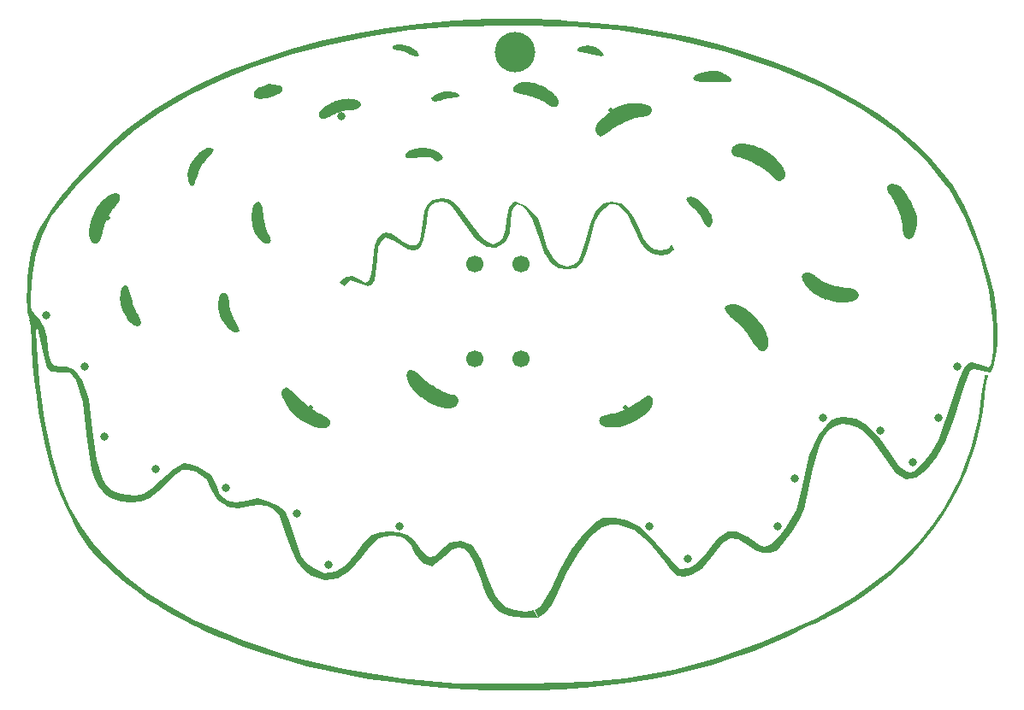
<source format=gts>
%TF.GenerationSoftware,KiCad,Pcbnew,(6.0.2-0)*%
%TF.CreationDate,2022-12-05T13:59:39+01:00*%
%TF.ProjectId,ornament_2022,6f726e61-6d65-46e7-945f-323032322e6b,rev?*%
%TF.SameCoordinates,Original*%
%TF.FileFunction,Soldermask,Top*%
%TF.FilePolarity,Negative*%
%FSLAX46Y46*%
G04 Gerber Fmt 4.6, Leading zero omitted, Abs format (unit mm)*
G04 Created by KiCad (PCBNEW (6.0.2-0)) date 2022-12-05 13:59:39*
%MOMM*%
%LPD*%
G01*
G04 APERTURE LIST*
G04 Aperture macros list*
%AMRoundRect*
0 Rectangle with rounded corners*
0 $1 Rounding radius*
0 $2 $3 $4 $5 $6 $7 $8 $9 X,Y pos of 4 corners*
0 Add a 4 corners polygon primitive as box body*
4,1,4,$2,$3,$4,$5,$6,$7,$8,$9,$2,$3,0*
0 Add four circle primitives for the rounded corners*
1,1,$1+$1,$2,$3*
1,1,$1+$1,$4,$5*
1,1,$1+$1,$6,$7*
1,1,$1+$1,$8,$9*
0 Add four rect primitives between the rounded corners*
20,1,$1+$1,$2,$3,$4,$5,0*
20,1,$1+$1,$4,$5,$6,$7,0*
20,1,$1+$1,$6,$7,$8,$9,0*
20,1,$1+$1,$8,$9,$2,$3,0*%
G04 Aperture macros list end*
%ADD10C,4.000000*%
%ADD11RoundRect,0.237500X-0.188932X-0.321508X0.351391X-0.124846X0.188932X0.321508X-0.351391X0.124846X0*%
%ADD12RoundRect,0.237500X-0.372900X0.002866X0.067576X-0.366737X0.372900X-0.002866X-0.067576X0.366737X0*%
%ADD13RoundRect,0.237500X-0.351391X-0.124846X0.188932X-0.321508X0.351391X0.124846X-0.188932X0.321508X0*%
%ADD14RoundRect,0.237500X-0.130232X-0.349431X0.367732X-0.061931X0.130232X0.349431X-0.367732X0.061931X0*%
%ADD15RoundRect,0.237500X0.124846X-0.351391X0.321508X0.188932X-0.124846X0.351391X-0.321508X-0.188932X0*%
%ADD16C,1.700000*%
%ADD17C,0.800000*%
%ADD18C,0.500000*%
G04 APERTURE END LIST*
D10*
%TO.C,REF\u002A\u002A*%
X210185000Y-36195000D03*
%TD*%
D11*
%TO.C,D7*%
X191872492Y-41910000D03*
X193516954Y-41311464D03*
%TD*%
D12*
%TO.C,D5*%
X188933537Y-71301035D03*
X190274115Y-72425913D03*
%TD*%
D13*
%TO.C,D2*%
X240319723Y-59550686D03*
X241964185Y-60149222D03*
%TD*%
D14*
%TO.C,D6*%
X220699182Y-72352454D03*
X222214726Y-71477454D03*
%TD*%
D15*
%TO.C,D4*%
X168984558Y-53239416D03*
X169583094Y-51594954D03*
%TD*%
D14*
%TO.C,D3*%
X219710000Y-43180000D03*
X221225544Y-42305000D03*
%TD*%
D16*
%TO.C,J4*%
X206216954Y-57150000D03*
%TD*%
%TO.C,J1*%
X210820000Y-57150000D03*
%TD*%
%TO.C,J3*%
X210820000Y-66548000D03*
%TD*%
%TO.C,J5*%
X206216954Y-66548000D03*
%TD*%
D17*
X193040000Y-42545000D03*
X163830000Y-62230000D03*
X236220000Y-83185000D03*
X191770000Y-86995000D03*
X252095000Y-72390000D03*
X181610000Y-79375000D03*
X249555000Y-76835000D03*
X223520000Y-83185000D03*
X167640000Y-67310000D03*
X240665000Y-72390000D03*
X227330000Y-86360000D03*
X246380000Y-73660000D03*
X169545000Y-74295000D03*
X254000000Y-67310000D03*
X237855000Y-78375000D03*
X198755000Y-83185000D03*
X174625000Y-77470000D03*
X188595000Y-81915000D03*
D18*
X240957332Y-60479835D03*
X219710000Y-41910000D03*
X169932123Y-52595738D03*
X189992000Y-71374000D03*
X221161564Y-71369093D03*
G36*
X217498954Y-35520094D02*
G01*
X217506327Y-35520513D01*
X217616899Y-35530049D01*
X217624249Y-35530901D01*
X217733826Y-35546875D01*
X217741153Y-35548165D01*
X217849306Y-35570518D01*
X217856614Y-35572257D01*
X217962923Y-35600930D01*
X217970212Y-35603134D01*
X218074242Y-35638058D01*
X218081501Y-35640746D01*
X218182836Y-35681848D01*
X218190057Y-35685044D01*
X218288269Y-35732245D01*
X218295426Y-35735971D01*
X218390138Y-35789206D01*
X218397208Y-35793491D01*
X218489154Y-35853427D01*
X218493951Y-35856715D01*
X218547963Y-35895589D01*
X218550675Y-35897596D01*
X218601986Y-35936653D01*
X218604800Y-35938858D01*
X218652200Y-35977110D01*
X218655129Y-35979548D01*
X218698653Y-36016901D01*
X218701718Y-36019619D01*
X218741379Y-36055961D01*
X218744583Y-36059002D01*
X218780321Y-36094132D01*
X218783703Y-36097587D01*
X218815542Y-36131382D01*
X218819102Y-36135324D01*
X218846964Y-36167514D01*
X218850727Y-36172073D01*
X218874677Y-36202520D01*
X218878651Y-36207857D01*
X218898623Y-36236208D01*
X218902790Y-36242516D01*
X218918848Y-36268491D01*
X218923164Y-36276045D01*
X218935372Y-36299231D01*
X218939729Y-36308381D01*
X218948241Y-36328281D01*
X218952401Y-36339436D01*
X218957552Y-36355535D01*
X218961091Y-36369187D01*
X218963441Y-36380920D01*
X218965626Y-36397441D01*
X218965965Y-36402624D01*
X218950452Y-36471905D01*
X218899945Y-36521801D01*
X218889312Y-36526897D01*
X218881088Y-36530375D01*
X218865902Y-36535682D01*
X218851984Y-36539569D01*
X218838770Y-36542505D01*
X218819127Y-36545773D01*
X218807807Y-36547133D01*
X218794461Y-36548127D01*
X218761430Y-36546231D01*
X216842251Y-36179122D01*
X216839763Y-36178697D01*
X216811188Y-36174402D01*
X216807588Y-36173808D01*
X216751855Y-36163773D01*
X216747929Y-36163001D01*
X216696362Y-36152015D01*
X216692049Y-36151017D01*
X216644813Y-36139205D01*
X216640043Y-36137912D01*
X216597196Y-36125393D01*
X216591876Y-36123710D01*
X216553625Y-36110670D01*
X216547654Y-36108465D01*
X216514125Y-36095109D01*
X216507368Y-36092186D01*
X216478776Y-36078812D01*
X216471103Y-36074898D01*
X216447611Y-36061884D01*
X216438902Y-36056587D01*
X216420657Y-36044455D01*
X216410846Y-36037224D01*
X216397907Y-36026684D01*
X216387097Y-36016778D01*
X216379244Y-36008692D01*
X216367933Y-35995295D01*
X216367056Y-35994096D01*
X216342984Y-35927305D01*
X216357435Y-35860685D01*
X216358207Y-35859229D01*
X216367694Y-35844051D01*
X216374636Y-35834524D01*
X216384114Y-35823014D01*
X216396127Y-35810070D01*
X216404980Y-35801424D01*
X216422521Y-35785901D01*
X216430504Y-35779398D01*
X216453707Y-35762025D01*
X216460809Y-35757079D01*
X216489738Y-35738373D01*
X216496023Y-35734564D01*
X216530572Y-35714981D01*
X216536143Y-35712005D01*
X216576298Y-35691833D01*
X216581249Y-35689480D01*
X216626935Y-35668967D01*
X216631366Y-35667078D01*
X216681662Y-35646768D01*
X216687448Y-35644595D01*
X216793892Y-35607572D01*
X216801415Y-35605217D01*
X216908919Y-35575215D01*
X216916437Y-35573363D01*
X217025553Y-35550026D01*
X217033051Y-35548659D01*
X217143260Y-35531980D01*
X217150729Y-35531076D01*
X217261719Y-35521006D01*
X217269152Y-35520553D01*
X217380403Y-35517062D01*
X217387808Y-35517047D01*
X217498954Y-35520094D01*
G37*
G36*
X247562801Y-49219673D02*
G01*
X247616524Y-49221550D01*
X247623182Y-49221959D01*
X247679686Y-49226937D01*
X247685978Y-49227651D01*
X247745091Y-49235869D01*
X247751042Y-49236842D01*
X247812672Y-49248439D01*
X247818313Y-49249635D01*
X247882235Y-49264721D01*
X247887579Y-49266107D01*
X247953760Y-49284822D01*
X247958842Y-49286375D01*
X248025748Y-49308381D01*
X248033177Y-49311086D01*
X248106213Y-49340302D01*
X248115878Y-49344648D01*
X248187000Y-49380298D01*
X248196014Y-49385287D01*
X248267048Y-49428491D01*
X248275172Y-49433873D01*
X248346657Y-49485318D01*
X248353774Y-49490837D01*
X248426095Y-49551173D01*
X248432192Y-49556604D01*
X248505665Y-49626451D01*
X248510800Y-49631623D01*
X248585682Y-49711547D01*
X248589951Y-49716343D01*
X248666452Y-49806823D01*
X248669980Y-49811190D01*
X248748337Y-49912713D01*
X248751236Y-49916623D01*
X248831639Y-50029562D01*
X248834021Y-50033029D01*
X248916737Y-50157833D01*
X248918691Y-50160874D01*
X249003970Y-50297927D01*
X249005575Y-50300580D01*
X249093622Y-50450167D01*
X249094944Y-50452467D01*
X249186119Y-50615105D01*
X249187208Y-50617089D01*
X249281757Y-50793085D01*
X249282656Y-50794789D01*
X249380849Y-50984470D01*
X249381645Y-50986034D01*
X249606865Y-51436348D01*
X249607908Y-51438486D01*
X249699148Y-51629863D01*
X249700259Y-51632257D01*
X249778257Y-51805088D01*
X249779722Y-51808465D01*
X249844925Y-51964985D01*
X249846720Y-51969541D01*
X249899795Y-52112341D01*
X249901816Y-52118218D01*
X249943513Y-52249963D01*
X249945560Y-52257168D01*
X249976720Y-52380708D01*
X249978520Y-52389019D01*
X250000014Y-52507429D01*
X250001307Y-52516360D01*
X250013946Y-52633007D01*
X250014591Y-52641867D01*
X250019019Y-52760170D01*
X250019061Y-52768274D01*
X250015742Y-52891565D01*
X250015373Y-52898391D01*
X250004680Y-53029824D01*
X250004134Y-53035140D01*
X249986440Y-53177577D01*
X249985907Y-53181387D01*
X249961672Y-53337380D01*
X249961264Y-53339850D01*
X249931156Y-53511139D01*
X249930509Y-53514542D01*
X249900672Y-53660616D01*
X249899442Y-53666027D01*
X249865775Y-53800381D01*
X249864184Y-53806145D01*
X249826950Y-53929569D01*
X249824918Y-53935727D01*
X249784536Y-54048286D01*
X249781963Y-54054871D01*
X249738908Y-54156541D01*
X249735661Y-54163595D01*
X249690438Y-54254365D01*
X249686355Y-54261907D01*
X249639478Y-54341858D01*
X249634341Y-54349903D01*
X249586400Y-54419073D01*
X249579949Y-54427586D01*
X249531605Y-54486057D01*
X249523522Y-54494936D01*
X249475436Y-54542945D01*
X249465359Y-54551979D01*
X249418263Y-54589841D01*
X249405843Y-54598645D01*
X249360379Y-54626911D01*
X249345373Y-54634891D01*
X249302031Y-54654311D01*
X249284450Y-54660669D01*
X249243356Y-54672163D01*
X249223641Y-54676014D01*
X249184441Y-54680468D01*
X249163544Y-54681097D01*
X249125451Y-54679077D01*
X249104665Y-54676226D01*
X249066665Y-54667741D01*
X249047284Y-54661740D01*
X249008616Y-54646256D01*
X248991569Y-54637888D01*
X248951892Y-54614548D01*
X248937590Y-54604751D01*
X248897077Y-54572692D01*
X248885484Y-54562290D01*
X248844664Y-54520834D01*
X248835486Y-54510424D01*
X248795081Y-54459158D01*
X248787928Y-54449107D01*
X248748652Y-54387767D01*
X248743137Y-54378266D01*
X248705725Y-54306808D01*
X248701508Y-54297925D01*
X248666617Y-54216368D01*
X248663423Y-54208113D01*
X248631626Y-54116474D01*
X248629238Y-54108813D01*
X248601097Y-54007245D01*
X248599348Y-54000133D01*
X248575344Y-53888688D01*
X248574103Y-53882071D01*
X248554703Y-53760868D01*
X248553871Y-53754701D01*
X248539506Y-53623819D01*
X248539007Y-53618051D01*
X248530096Y-53477616D01*
X248529869Y-53472207D01*
X248526775Y-53320568D01*
X248526718Y-53318877D01*
X248519839Y-53172060D01*
X248519422Y-53167196D01*
X248499307Y-53006445D01*
X248498710Y-53002638D01*
X248465747Y-52827629D01*
X248465076Y-52824502D01*
X248419851Y-52637080D01*
X248419172Y-52634508D01*
X248362327Y-52436470D01*
X248361636Y-52434222D01*
X248293829Y-52227300D01*
X248293136Y-52225297D01*
X248215019Y-52011136D01*
X248214346Y-52009374D01*
X248126602Y-51789673D01*
X248125902Y-51787988D01*
X248029184Y-51564345D01*
X248028496Y-51562813D01*
X247923470Y-51336851D01*
X247922791Y-51335440D01*
X247810165Y-51108860D01*
X247809387Y-51107345D01*
X247689871Y-50881832D01*
X247689038Y-50880309D01*
X247563253Y-50657370D01*
X247562378Y-50655867D01*
X247430998Y-50437111D01*
X247430062Y-50435602D01*
X247293802Y-50222698D01*
X247292734Y-50221084D01*
X247152161Y-50015473D01*
X247151281Y-50014169D01*
X247117888Y-49963993D01*
X247113842Y-49957493D01*
X247087133Y-49911533D01*
X247083200Y-49904220D01*
X247061455Y-49860388D01*
X247057740Y-49852174D01*
X247040697Y-49810589D01*
X247037343Y-49801405D01*
X247024743Y-49762251D01*
X247021927Y-49752051D01*
X247013455Y-49715429D01*
X247011391Y-49704217D01*
X247006706Y-49670189D01*
X247005628Y-49658015D01*
X247004377Y-49626588D01*
X247004529Y-49613614D01*
X247006362Y-49584665D01*
X247007959Y-49571122D01*
X247012580Y-49544444D01*
X247015766Y-49530686D01*
X247022962Y-49506001D01*
X247027779Y-49492421D01*
X247037449Y-49469426D01*
X247043818Y-49456427D01*
X247056004Y-49434795D01*
X247063715Y-49422758D01*
X247078549Y-49402264D01*
X247087313Y-49391465D01*
X247105011Y-49371964D01*
X247114495Y-49362567D01*
X247135254Y-49344071D01*
X247145129Y-49336126D01*
X247169185Y-49318690D01*
X247179177Y-49312146D01*
X247206613Y-49295984D01*
X247216495Y-49290740D01*
X247247442Y-49276037D01*
X247257053Y-49271950D01*
X247291507Y-49258957D01*
X247300756Y-49255872D01*
X247338653Y-49244842D01*
X247347467Y-49242618D01*
X247388787Y-49233765D01*
X247397149Y-49232266D01*
X247441754Y-49225815D01*
X247449666Y-49224925D01*
X247497458Y-49221073D01*
X247504929Y-49220694D01*
X247555749Y-49219624D01*
X247562801Y-49219673D01*
G37*
G36*
X223401795Y-70162143D02*
G01*
X223413287Y-70162784D01*
X223420081Y-70163475D01*
X223431324Y-70165133D01*
X223438480Y-70166521D01*
X223449103Y-70169064D01*
X223457041Y-70171332D01*
X223466732Y-70174531D01*
X223475757Y-70177921D01*
X223484377Y-70181529D01*
X223494676Y-70186296D01*
X223502138Y-70190055D01*
X223513794Y-70196420D01*
X223520160Y-70200142D01*
X223533175Y-70208272D01*
X223538522Y-70211804D01*
X223552875Y-70221819D01*
X223557330Y-70225075D01*
X223572992Y-70237056D01*
X223576666Y-70239976D01*
X223593599Y-70253959D01*
X223596612Y-70256529D01*
X223614174Y-70271985D01*
X223617664Y-70275174D01*
X223658182Y-70313624D01*
X223661394Y-70316784D01*
X223703493Y-70359698D01*
X223710292Y-70367210D01*
X223755027Y-70420822D01*
X223765353Y-70435124D01*
X223798522Y-70488590D01*
X223806899Y-70504536D01*
X223831503Y-70560808D01*
X223837454Y-70577544D01*
X223854048Y-70637248D01*
X223857478Y-70653842D01*
X223866234Y-70717585D01*
X223867397Y-70733259D01*
X223868193Y-70801342D01*
X223867551Y-70815602D01*
X223860152Y-70888134D01*
X223858210Y-70900778D01*
X223842397Y-70977513D01*
X223839599Y-70988544D01*
X223815233Y-71069142D01*
X223811924Y-71078688D01*
X223778984Y-71162670D01*
X223775405Y-71170917D01*
X223733944Y-71257821D01*
X223730258Y-71264953D01*
X223681224Y-71352845D01*
X223675701Y-71361837D01*
X223550639Y-71547554D01*
X223543501Y-71557139D01*
X223388613Y-71745749D01*
X223381828Y-71753361D01*
X223198116Y-71943394D01*
X223191643Y-71949629D01*
X222981288Y-72138245D01*
X222975028Y-72143502D01*
X222740248Y-72328012D01*
X222734091Y-72332555D01*
X222477112Y-72510384D01*
X222470944Y-72514391D01*
X222193976Y-72683044D01*
X222187690Y-72686628D01*
X221892966Y-72843648D01*
X221886457Y-72846879D01*
X221576142Y-72989886D01*
X221569305Y-72992795D01*
X221244971Y-73119661D01*
X221239641Y-73121609D01*
X221120014Y-73162293D01*
X221116458Y-73163444D01*
X220996123Y-73200424D01*
X220992579Y-73201457D01*
X220872327Y-73234589D01*
X220868786Y-73235509D01*
X220749009Y-73264797D01*
X220745462Y-73265610D01*
X220626389Y-73291106D01*
X220622823Y-73291816D01*
X220504733Y-73313558D01*
X220501137Y-73314167D01*
X220384242Y-73332208D01*
X220380601Y-73332715D01*
X220265313Y-73347079D01*
X220261610Y-73347485D01*
X220148116Y-73358229D01*
X220144333Y-73358530D01*
X220032940Y-73365699D01*
X220029057Y-73365889D01*
X219920034Y-73369533D01*
X219916028Y-73369603D01*
X219809700Y-73369774D01*
X219805544Y-73369712D01*
X219702182Y-73366468D01*
X219697849Y-73366257D01*
X219597763Y-73359661D01*
X219593220Y-73359279D01*
X219496694Y-73349400D01*
X219491903Y-73348817D01*
X219399226Y-73335728D01*
X219394145Y-73334904D01*
X219305672Y-73318699D01*
X219300263Y-73317585D01*
X219216266Y-73298361D01*
X219210472Y-73296890D01*
X219131262Y-73274760D01*
X219125041Y-73272847D01*
X219050968Y-73247963D01*
X219044268Y-73245499D01*
X218975616Y-73218018D01*
X218968404Y-73214867D01*
X218905449Y-73184980D01*
X218897696Y-73180964D01*
X218840746Y-73148918D01*
X218832475Y-73143834D01*
X218781750Y-73109899D01*
X218773029Y-73103507D01*
X218728648Y-73067950D01*
X218719643Y-73060002D01*
X218681680Y-73023130D01*
X218672663Y-73013399D01*
X218641020Y-72975420D01*
X218632407Y-72963782D01*
X218606891Y-72924808D01*
X218599198Y-72911309D01*
X218579507Y-72871191D01*
X218573288Y-72856128D01*
X218559175Y-72814498D01*
X218554885Y-72798421D01*
X218546258Y-72754672D01*
X218544133Y-72738318D01*
X218541011Y-72689389D01*
X218540796Y-72678166D01*
X218542434Y-72613684D01*
X218542965Y-72604893D01*
X218548362Y-72548439D01*
X218550227Y-72535771D01*
X218559376Y-72489927D01*
X218563870Y-72473373D01*
X218577409Y-72434257D01*
X218583308Y-72420075D01*
X218589805Y-72406802D01*
X218595129Y-72397041D01*
X218603740Y-72382788D01*
X218610088Y-72373283D01*
X218620031Y-72359766D01*
X218627168Y-72350929D01*
X218638859Y-72337717D01*
X218646477Y-72329828D01*
X218660410Y-72316603D01*
X218668147Y-72309837D01*
X218683095Y-72297805D01*
X218694274Y-72289772D01*
X218739388Y-72260955D01*
X218752427Y-72253676D01*
X218810234Y-72225763D01*
X218820624Y-72221309D01*
X218894605Y-72193454D01*
X218902483Y-72190782D01*
X218993431Y-72163239D01*
X218999234Y-72161631D01*
X219107797Y-72134342D01*
X219111982Y-72133366D01*
X219238886Y-72106031D01*
X219241848Y-72105430D01*
X219387527Y-72077689D01*
X219390279Y-72077197D01*
X219743605Y-72018005D01*
X219745262Y-72017704D01*
X219911037Y-71985200D01*
X219914673Y-71984373D01*
X220095674Y-71937496D01*
X220098556Y-71936677D01*
X220293665Y-71876253D01*
X220295983Y-71875486D01*
X220502716Y-71802653D01*
X220504598Y-71801955D01*
X220720328Y-71717943D01*
X220722022Y-71717256D01*
X220944325Y-71623245D01*
X220945878Y-71622564D01*
X221172281Y-71519765D01*
X221173645Y-71519125D01*
X221401815Y-71408693D01*
X221403129Y-71408037D01*
X221630582Y-71291203D01*
X221631869Y-71290523D01*
X221856185Y-71168496D01*
X221857515Y-71167751D01*
X222076284Y-71041740D01*
X222077688Y-71040907D01*
X222288533Y-70912103D01*
X222289988Y-70911186D01*
X222490479Y-70780824D01*
X222492127Y-70779716D01*
X222679827Y-70649046D01*
X222681655Y-70647722D01*
X222854113Y-70518023D01*
X222856295Y-70516306D01*
X223011960Y-70388151D01*
X223012731Y-70387506D01*
X223072204Y-70336898D01*
X223074660Y-70334861D01*
X223127961Y-70291784D01*
X223130600Y-70289709D01*
X223154316Y-70271565D01*
X223156575Y-70269877D01*
X223179152Y-70253392D01*
X223181900Y-70251441D01*
X223202986Y-70236893D01*
X223206296Y-70234686D01*
X223225813Y-70222111D01*
X223229791Y-70219651D01*
X223247763Y-70208994D01*
X223252519Y-70206311D01*
X223268875Y-70197547D01*
X223274530Y-70194698D01*
X223289266Y-70187731D01*
X223295916Y-70184818D01*
X223308978Y-70179540D01*
X223316699Y-70176709D01*
X223328154Y-70172929D01*
X223336988Y-70170368D01*
X223346881Y-70167887D01*
X223356748Y-70165828D01*
X223365311Y-70164396D01*
X223376047Y-70163071D01*
X223383573Y-70162469D01*
X223394877Y-70162074D01*
X223401795Y-70162143D01*
G37*
G36*
X203622983Y-50745400D02*
G01*
X203627280Y-50746686D01*
X204217749Y-51056860D01*
X204220929Y-51059308D01*
X204811887Y-51703312D01*
X204813041Y-51704792D01*
X205517400Y-52775526D01*
X205517664Y-52775893D01*
X206865479Y-54503404D01*
X206866499Y-54504421D01*
X207503078Y-54998550D01*
X207504823Y-54999478D01*
X208039942Y-55175644D01*
X208043622Y-55175602D01*
X208556895Y-54993619D01*
X208559371Y-54991905D01*
X208979000Y-54493982D01*
X208979982Y-54492316D01*
X209263096Y-53751738D01*
X209263443Y-53750317D01*
X209367271Y-52841370D01*
X209367394Y-52840549D01*
X209622229Y-51476687D01*
X209624655Y-51471452D01*
X209921203Y-51106995D01*
X209926716Y-51103234D01*
X210318217Y-50978096D01*
X210326882Y-50978713D01*
X211419461Y-51508300D01*
X211422707Y-51510631D01*
X212449353Y-52556251D01*
X212452017Y-52560499D01*
X213026368Y-54162385D01*
X213026679Y-54163392D01*
X213371190Y-55489374D01*
X213371655Y-55490589D01*
X213897280Y-56505970D01*
X213898387Y-56507462D01*
X214564770Y-57156675D01*
X214567150Y-57158072D01*
X215334480Y-57386600D01*
X215337059Y-57386764D01*
X215979741Y-57281368D01*
X215982554Y-57280056D01*
X216447686Y-56879969D01*
X216449178Y-56877983D01*
X216824497Y-56055000D01*
X216824822Y-56054099D01*
X217196458Y-54680890D01*
X217196504Y-54680727D01*
X217696709Y-52932942D01*
X217697451Y-52931012D01*
X218256548Y-51790330D01*
X218259149Y-51786853D01*
X218935638Y-51166874D01*
X218941034Y-51164072D01*
X219796013Y-50976321D01*
X219800435Y-50976206D01*
X220656170Y-51117993D01*
X220661643Y-51120462D01*
X221388489Y-51712117D01*
X221390684Y-51714475D01*
X221995419Y-52577171D01*
X221996431Y-52578919D01*
X222485518Y-53621807D01*
X222485654Y-53622108D01*
X222912461Y-54603288D01*
X222913093Y-54604391D01*
X223414704Y-55294750D01*
X223416075Y-55296095D01*
X224000028Y-55704093D01*
X224002211Y-55705025D01*
X224676501Y-55839224D01*
X224678900Y-55839193D01*
X225465439Y-55661973D01*
X225468603Y-55659742D01*
X225709003Y-55196961D01*
X225715858Y-55191199D01*
X225724779Y-55191971D01*
X225730234Y-55197971D01*
X225952635Y-55748485D01*
X225952557Y-55757440D01*
X225946170Y-55763716D01*
X225937215Y-55763638D01*
X225932521Y-55760012D01*
X225909059Y-55729583D01*
X225907514Y-55728696D01*
X225906676Y-55728922D01*
X225728197Y-55948266D01*
X225724845Y-55951087D01*
X225265468Y-56208709D01*
X225260824Y-56210154D01*
X224584026Y-56272840D01*
X224580957Y-56272719D01*
X223852107Y-56146907D01*
X223848868Y-56145845D01*
X223235591Y-55839489D01*
X223231462Y-55836044D01*
X222657388Y-55071022D01*
X222656157Y-55068975D01*
X222060445Y-53801052D01*
X221271498Y-52169857D01*
X221270432Y-52168336D01*
X220450324Y-51326064D01*
X220447851Y-51324565D01*
X220026211Y-51198198D01*
X220023643Y-51198026D01*
X219592496Y-51266598D01*
X219589790Y-51267802D01*
X218692998Y-51991694D01*
X218691615Y-51993313D01*
X218094520Y-53032710D01*
X218093956Y-53034061D01*
X217638946Y-54682090D01*
X217638928Y-54682157D01*
X217254888Y-56150025D01*
X217254064Y-56152236D01*
X216797632Y-57078513D01*
X216794477Y-57082452D01*
X216194517Y-57565824D01*
X216189150Y-57568245D01*
X215371092Y-57708201D01*
X215367033Y-57708182D01*
X214486373Y-57548631D01*
X214481802Y-57546739D01*
X213771623Y-57055332D01*
X213768527Y-57052175D01*
X213208933Y-56207832D01*
X213207645Y-56205238D01*
X212780437Y-54986484D01*
X212780349Y-54986242D01*
X211905702Y-52656655D01*
X211905148Y-52655551D01*
X211412918Y-51888480D01*
X211412086Y-51887460D01*
X210930791Y-51417290D01*
X210928640Y-51415962D01*
X210495132Y-51266227D01*
X210490637Y-51266599D01*
X210138517Y-51458052D01*
X210136003Y-51460817D01*
X209897558Y-52020235D01*
X209897118Y-52021981D01*
X209809477Y-52975595D01*
X209809475Y-52975614D01*
X209700465Y-54140500D01*
X209698926Y-54145298D01*
X209238427Y-54935992D01*
X209235045Y-54939676D01*
X208368377Y-55548805D01*
X208360550Y-55550881D01*
X207393922Y-55459674D01*
X207388024Y-55457403D01*
X206335361Y-54671873D01*
X206333035Y-54669565D01*
X205214514Y-53194360D01*
X205214392Y-53194196D01*
X203930187Y-51437490D01*
X203928921Y-51436224D01*
X203442098Y-51080091D01*
X203439898Y-51079104D01*
X202960921Y-50976066D01*
X202958867Y-50975996D01*
X202296006Y-51072458D01*
X202293398Y-51073537D01*
X201853779Y-51401042D01*
X201851922Y-51403409D01*
X201590899Y-52021289D01*
X201590487Y-52022812D01*
X201465565Y-52990937D01*
X201465520Y-52991249D01*
X201182020Y-54802472D01*
X201181091Y-54805552D01*
X200923657Y-55365309D01*
X200921228Y-55368765D01*
X200580256Y-55703853D01*
X200575102Y-55706804D01*
X200144563Y-55822953D01*
X200139357Y-55823156D01*
X199610906Y-55723921D01*
X199606982Y-55722416D01*
X198228718Y-54883544D01*
X198227956Y-54883153D01*
X197400776Y-54530607D01*
X197397587Y-54530575D01*
X197089782Y-54788939D01*
X197088587Y-54790314D01*
X196675293Y-55451661D01*
X196674445Y-55454140D01*
X196545038Y-56733807D01*
X196545032Y-56733863D01*
X196329761Y-58765714D01*
X196328031Y-58770708D01*
X196042067Y-59225596D01*
X196035803Y-59230488D01*
X195614739Y-59368379D01*
X195607176Y-59368283D01*
X194679208Y-59038116D01*
X194678624Y-59037890D01*
X193952711Y-58734915D01*
X193949507Y-58734906D01*
X193450985Y-59154751D01*
X193449459Y-59156753D01*
X193343705Y-59386240D01*
X193337130Y-59392319D01*
X193328182Y-59391969D01*
X193325360Y-59390135D01*
X192859156Y-58980838D01*
X192855200Y-58972805D01*
X192857926Y-58964509D01*
X193093299Y-58685051D01*
X193097051Y-58682105D01*
X193564256Y-58450493D01*
X193567139Y-58449507D01*
X194141293Y-58333687D01*
X194149289Y-58334929D01*
X194803154Y-58698224D01*
X195382751Y-59016136D01*
X195386574Y-59016554D01*
X195754281Y-58871680D01*
X195757016Y-58869038D01*
X195979167Y-58172443D01*
X195979411Y-58171268D01*
X196114727Y-56833404D01*
X196114753Y-56833174D01*
X196301632Y-55290053D01*
X196302580Y-55286653D01*
X196645947Y-54524771D01*
X196648744Y-54520921D01*
X197030290Y-54174075D01*
X197034099Y-54171759D01*
X197421851Y-54028263D01*
X197428182Y-54027758D01*
X197880284Y-54117153D01*
X197884167Y-54118680D01*
X198460308Y-54474921D01*
X198461104Y-54475459D01*
X199140701Y-54977117D01*
X199141572Y-54977650D01*
X199802796Y-55307935D01*
X199805234Y-55308542D01*
X200337475Y-55321920D01*
X200341281Y-55320574D01*
X200680926Y-55031553D01*
X200682705Y-55028821D01*
X200890689Y-54327722D01*
X200890893Y-54326706D01*
X201024583Y-53105800D01*
X201024637Y-53105377D01*
X201193498Y-51953614D01*
X201194406Y-51950506D01*
X201525992Y-51214330D01*
X201529810Y-51209650D01*
X202080155Y-50812233D01*
X202085140Y-50810168D01*
X202914787Y-50676197D01*
X202917796Y-50676103D01*
X203622983Y-50745400D01*
G37*
G36*
X218203422Y-33246118D02*
G01*
X218203909Y-33246164D01*
X221737459Y-33657127D01*
X221737938Y-33657193D01*
X224591138Y-34109187D01*
X224591604Y-34109271D01*
X227379147Y-34667330D01*
X227379613Y-34667433D01*
X230092432Y-35326760D01*
X230092902Y-35326884D01*
X232721931Y-36082681D01*
X232722406Y-36082829D01*
X235258488Y-36930273D01*
X235258973Y-36930447D01*
X237693061Y-37864746D01*
X237693558Y-37864950D01*
X240016540Y-38881291D01*
X240017053Y-38881530D01*
X242219871Y-39975118D01*
X242220403Y-39975400D01*
X244293914Y-41141401D01*
X244294468Y-41141733D01*
X246229610Y-42375349D01*
X246230190Y-42375743D01*
X248017897Y-43672177D01*
X248018502Y-43672648D01*
X249649621Y-45027035D01*
X249650252Y-45027598D01*
X251115756Y-46435163D01*
X251116406Y-46435839D01*
X252407196Y-47891743D01*
X252407854Y-47892556D01*
X253514848Y-49391963D01*
X253515493Y-49392934D01*
X254429766Y-50931245D01*
X254430166Y-50931978D01*
X254615587Y-51301669D01*
X254615730Y-51301963D01*
X254812098Y-51722446D01*
X254812245Y-51722773D01*
X255228705Y-52690784D01*
X255228837Y-52691106D01*
X255661942Y-53786559D01*
X255662041Y-53786818D01*
X256094100Y-54960020D01*
X256094184Y-54960256D01*
X256507429Y-56161305D01*
X256507511Y-56161551D01*
X256884223Y-57340687D01*
X256884311Y-57340977D01*
X257206709Y-58448226D01*
X257206816Y-58448616D01*
X257457211Y-59434286D01*
X257457323Y-59434772D01*
X257587504Y-60057232D01*
X257587583Y-60057647D01*
X257697530Y-60697812D01*
X257697589Y-60698193D01*
X257787474Y-61349647D01*
X257787518Y-61350005D01*
X257857522Y-62006373D01*
X257857554Y-62006718D01*
X257907859Y-62661636D01*
X257907880Y-62661976D01*
X257938664Y-63309029D01*
X257938675Y-63309373D01*
X257950122Y-63942172D01*
X257950123Y-63942531D01*
X257942419Y-64554711D01*
X257942408Y-64555097D01*
X257915735Y-65140271D01*
X257915708Y-65140698D01*
X257870258Y-65692478D01*
X257870207Y-65692970D01*
X257806172Y-66204946D01*
X257806083Y-66205533D01*
X257723667Y-66671274D01*
X257723514Y-66672003D01*
X257622936Y-67085104D01*
X257622663Y-67086049D01*
X257504192Y-67440013D01*
X257503679Y-67441291D01*
X257367680Y-67729613D01*
X257366649Y-67731380D01*
X257240548Y-67909614D01*
X257232972Y-67914388D01*
X257228887Y-67914364D01*
X256059819Y-67700050D01*
X256057934Y-67699539D01*
X255626086Y-67542636D01*
X255621662Y-67542894D01*
X255270673Y-67718924D01*
X255267991Y-67721791D01*
X254611240Y-69283263D01*
X254611036Y-69283826D01*
X253607860Y-72572935D01*
X253607629Y-72573617D01*
X252781524Y-74784457D01*
X252780863Y-74785913D01*
X251958893Y-76310989D01*
X251957712Y-76312770D01*
X250966828Y-77545008D01*
X250964855Y-77546941D01*
X249906557Y-78363067D01*
X249900708Y-78365430D01*
X248893924Y-78477640D01*
X248886544Y-78476006D01*
X247912716Y-77883144D01*
X247909358Y-77880060D01*
X246953144Y-76573508D01*
X246952998Y-76573303D01*
X245465107Y-74445816D01*
X245464437Y-74445019D01*
X244737251Y-73721952D01*
X244736311Y-73721194D01*
X244088409Y-73302642D01*
X244086957Y-73301968D01*
X243275547Y-73054144D01*
X243274103Y-73053897D01*
X242540957Y-73022402D01*
X242539119Y-73022617D01*
X241882720Y-73208640D01*
X241880988Y-73209460D01*
X241299326Y-73614489D01*
X241298139Y-73615592D01*
X240789531Y-74241448D01*
X240788870Y-74242458D01*
X240352053Y-75090667D01*
X240351623Y-75091764D01*
X239687597Y-77462117D01*
X239687520Y-77462423D01*
X238805228Y-81418225D01*
X238804609Y-81420178D01*
X238333133Y-82551640D01*
X238332323Y-82553230D01*
X237672510Y-83635671D01*
X237671660Y-83636885D01*
X236182063Y-85500772D01*
X236177589Y-85504197D01*
X235528702Y-85786411D01*
X235524270Y-85787380D01*
X234791314Y-85802039D01*
X234787543Y-85801494D01*
X234003544Y-85552882D01*
X234000823Y-85551615D01*
X233198255Y-85043571D01*
X233198054Y-85043440D01*
X232271743Y-84430119D01*
X232269301Y-84429207D01*
X231535371Y-84333646D01*
X231531559Y-84334509D01*
X230814587Y-84798801D01*
X230813242Y-84800005D01*
X229939785Y-85870893D01*
X229939767Y-85870915D01*
X228802114Y-87258973D01*
X228799143Y-87261553D01*
X227672304Y-87946697D01*
X227669651Y-87947887D01*
X226930530Y-88174178D01*
X226925067Y-88174512D01*
X226315043Y-88066626D01*
X226309570Y-88064075D01*
X225716268Y-87567276D01*
X225714311Y-87565180D01*
X225029187Y-86621532D01*
X225029056Y-86621360D01*
X223531916Y-84729349D01*
X223530907Y-84728352D01*
X221952326Y-83509801D01*
X221950547Y-83508868D01*
X220359024Y-83000408D01*
X220357085Y-83000136D01*
X219578514Y-83023713D01*
X219577111Y-83023930D01*
X218821092Y-83238733D01*
X218819036Y-83239799D01*
X217759360Y-84096476D01*
X217758401Y-84097460D01*
X216519729Y-85712869D01*
X216519326Y-85713466D01*
X215296165Y-87796124D01*
X215295870Y-87796696D01*
X214282408Y-90054986D01*
X214282177Y-90055472D01*
X213826523Y-90957423D01*
X213825375Y-90959253D01*
X213273215Y-91681422D01*
X213270238Y-91684163D01*
X212509560Y-92172220D01*
X212500746Y-92173804D01*
X212493011Y-92168048D01*
X212111072Y-91479502D01*
X212110055Y-91470605D01*
X212116167Y-91463314D01*
X212756267Y-91150602D01*
X212758743Y-91148260D01*
X213716571Y-89436671D01*
X213716759Y-89436303D01*
X214665788Y-87393128D01*
X214666333Y-87392093D01*
X215828021Y-85431306D01*
X215828691Y-85430298D01*
X217044722Y-83791426D01*
X217045976Y-83789996D01*
X218157239Y-82713185D01*
X218160410Y-82710996D01*
X218946933Y-82341820D01*
X218951734Y-82340712D01*
X220112379Y-82323834D01*
X220114923Y-82324076D01*
X221302116Y-82570084D01*
X221305186Y-82571184D01*
X222439831Y-83167574D01*
X222442029Y-83169071D01*
X223606514Y-84173428D01*
X223607707Y-84174618D01*
X224883765Y-85644588D01*
X226429747Y-87419949D01*
X226432936Y-87421536D01*
X227369005Y-87325979D01*
X227371367Y-87325200D01*
X228164485Y-86854819D01*
X228165904Y-86853637D01*
X229138857Y-85736322D01*
X229138877Y-85736298D01*
X230307292Y-84337501D01*
X230309447Y-84335498D01*
X231250848Y-83659487D01*
X231257330Y-83657296D01*
X232151200Y-83631160D01*
X232157095Y-83632557D01*
X233188310Y-84188665D01*
X233189507Y-84189407D01*
X234388754Y-85036530D01*
X234390743Y-85037432D01*
X234903118Y-85161303D01*
X234906668Y-85161017D01*
X235524652Y-84900899D01*
X235526268Y-84899878D01*
X236248340Y-84255698D01*
X236249004Y-84254996D01*
X237071394Y-83228477D01*
X237071832Y-83227850D01*
X238088940Y-81550923D01*
X238089617Y-81549285D01*
X238594717Y-79474932D01*
X238594725Y-79474894D01*
X239345658Y-76071686D01*
X239346462Y-76069299D01*
X240272651Y-74065095D01*
X240274321Y-74062468D01*
X241425134Y-72695427D01*
X241429046Y-72692403D01*
X242009182Y-72415540D01*
X242012863Y-72414478D01*
X242700823Y-72334100D01*
X242703946Y-72334155D01*
X243956891Y-72525367D01*
X243960752Y-72526674D01*
X245093882Y-73148093D01*
X245096596Y-73150146D01*
X246203312Y-74274840D01*
X246204605Y-74276406D01*
X247377071Y-75977467D01*
X247377172Y-75977611D01*
X248247780Y-77200846D01*
X248248983Y-77202090D01*
X248955509Y-77742459D01*
X248957606Y-77743474D01*
X249326753Y-77836966D01*
X249329430Y-77837004D01*
X249640023Y-77767590D01*
X249642739Y-77766137D01*
X250571611Y-76879278D01*
X250572133Y-76878708D01*
X251439656Y-75794313D01*
X251440153Y-75793585D01*
X252138432Y-74582913D01*
X252138877Y-74581946D01*
X253404767Y-70998773D01*
X253404841Y-70998549D01*
X254154854Y-68589650D01*
X254155474Y-68588071D01*
X254768470Y-67309071D01*
X254771033Y-67305580D01*
X255080320Y-67016551D01*
X255085070Y-67013856D01*
X255426223Y-66915607D01*
X255432729Y-66915616D01*
X256316845Y-67172794D01*
X256317156Y-67172889D01*
X257010127Y-67395553D01*
X257014146Y-67395341D01*
X257228804Y-67300356D01*
X257231559Y-67297755D01*
X257377889Y-67012507D01*
X257378499Y-67010436D01*
X257507796Y-65704426D01*
X257507824Y-65703829D01*
X257492655Y-63159666D01*
X257492616Y-63159021D01*
X257111202Y-59818487D01*
X257111048Y-59817666D01*
X256161187Y-56170006D01*
X256160979Y-56169361D01*
X254775271Y-52623104D01*
X254774936Y-52622393D01*
X253086116Y-49586282D01*
X253085547Y-49585442D01*
X250790108Y-46763705D01*
X250789485Y-46763049D01*
X247895137Y-44147921D01*
X247894555Y-44147460D01*
X244444179Y-41759494D01*
X244443621Y-41759152D01*
X240480134Y-39618897D01*
X240479648Y-39618664D01*
X236045963Y-37746658D01*
X236045507Y-37746488D01*
X231184591Y-36163279D01*
X231184128Y-36163148D01*
X225938927Y-34889256D01*
X225938471Y-34889162D01*
X220351954Y-33945109D01*
X220351368Y-33945040D01*
X215921974Y-33638301D01*
X215921646Y-33638287D01*
X215624995Y-33632707D01*
X215618332Y-33630470D01*
X214769984Y-33013244D01*
X214765310Y-33005606D01*
X214767406Y-32996900D01*
X214775044Y-32992226D01*
X214777732Y-32992115D01*
X218203422Y-33246118D01*
G37*
G36*
X179982739Y-45656836D02*
G01*
X179988103Y-45657077D01*
X180036028Y-45660254D01*
X180040384Y-45660619D01*
X180084501Y-45665085D01*
X180089634Y-45665711D01*
X180129008Y-45671337D01*
X180135078Y-45672356D01*
X180169515Y-45679007D01*
X180176724Y-45680620D01*
X180206003Y-45688078D01*
X180214557Y-45690582D01*
X180238470Y-45698511D01*
X180248566Y-45702347D01*
X180266973Y-45710258D01*
X180278714Y-45716044D01*
X180291587Y-45723242D01*
X180304830Y-45731775D01*
X180312579Y-45737484D01*
X180326676Y-45749569D01*
X180330256Y-45753128D01*
X180343933Y-45769221D01*
X180344920Y-45770602D01*
X180356308Y-45789984D01*
X180356431Y-45790244D01*
X180364375Y-45812023D01*
X180364678Y-45813173D01*
X180368379Y-45834552D01*
X180368733Y-45838696D01*
X180368901Y-45857948D01*
X180368321Y-45866498D01*
X180366133Y-45882831D01*
X180363430Y-45896261D01*
X180359987Y-45909569D01*
X180354207Y-45927753D01*
X180350281Y-45938413D01*
X180340819Y-45960921D01*
X180336867Y-45969422D01*
X180323392Y-45995794D01*
X180319650Y-46002593D01*
X180301990Y-46032461D01*
X180298558Y-46037939D01*
X180276670Y-46070965D01*
X180273580Y-46075417D01*
X180247457Y-46111374D01*
X180244698Y-46115029D01*
X180214355Y-46153753D01*
X180211901Y-46156787D01*
X180177841Y-46197586D01*
X180174675Y-46201234D01*
X180092578Y-46292245D01*
X180089147Y-46295900D01*
X179991254Y-46396102D01*
X179988541Y-46398796D01*
X179873836Y-46509292D01*
X179872879Y-46510234D01*
X179786621Y-46596777D01*
X179784104Y-46599454D01*
X179697655Y-46696922D01*
X179695633Y-46699319D01*
X179608365Y-46808205D01*
X179606747Y-46810316D01*
X179519066Y-46930021D01*
X179517714Y-46931943D01*
X179430008Y-47061854D01*
X179428855Y-47063627D01*
X179341499Y-47203113D01*
X179340462Y-47204828D01*
X179253748Y-47353373D01*
X179252900Y-47354875D01*
X179167107Y-47511981D01*
X179166374Y-47513367D01*
X179081873Y-47678366D01*
X179081201Y-47679720D01*
X178998323Y-47851993D01*
X178997671Y-47853392D01*
X178916711Y-48032390D01*
X178916121Y-48033736D01*
X178837355Y-48218947D01*
X178836814Y-48220260D01*
X178760535Y-48411139D01*
X178760047Y-48412396D01*
X178686548Y-48608397D01*
X178686077Y-48609699D01*
X178615698Y-48810137D01*
X178615253Y-48811447D01*
X178548462Y-49015230D01*
X178547775Y-49017268D01*
X178518484Y-49101738D01*
X178515650Y-49109146D01*
X178486690Y-49178268D01*
X178482675Y-49186918D01*
X178453871Y-49243280D01*
X178448108Y-49253378D01*
X178420374Y-49297150D01*
X178412019Y-49308811D01*
X178386565Y-49340373D01*
X178374453Y-49353393D01*
X178352797Y-49373603D01*
X178335561Y-49387088D01*
X178319110Y-49397795D01*
X178295867Y-49409695D01*
X178284966Y-49413915D01*
X178256652Y-49421236D01*
X178249340Y-49422242D01*
X178219274Y-49422757D01*
X178211652Y-49421973D01*
X178184262Y-49416021D01*
X178172893Y-49412185D01*
X178150727Y-49402234D01*
X178134419Y-49392928D01*
X178117768Y-49381570D01*
X178097196Y-49364979D01*
X178085076Y-49353821D01*
X178061621Y-49329206D01*
X178052822Y-49318918D01*
X178027793Y-49286251D01*
X178021339Y-49276997D01*
X177996953Y-49238462D01*
X177990187Y-49226339D01*
X177939456Y-49122373D01*
X177933760Y-49108720D01*
X177889565Y-48982372D01*
X177886082Y-48970603D01*
X177850213Y-48823415D01*
X177848092Y-48812723D01*
X177822815Y-48648262D01*
X177821673Y-48638097D01*
X177808940Y-48459804D01*
X177808624Y-48449779D01*
X177810196Y-48260881D01*
X177810691Y-48250723D01*
X177828346Y-48053014D01*
X177829286Y-48045231D01*
X177844343Y-47946469D01*
X177845276Y-47941128D01*
X177865043Y-47840691D01*
X177866374Y-47834698D01*
X177886887Y-47751969D01*
X177888554Y-47745900D01*
X177914055Y-47661373D01*
X177915829Y-47655943D01*
X177946205Y-47569618D01*
X177948039Y-47564730D01*
X177983094Y-47476909D01*
X177984958Y-47472488D01*
X178024433Y-47383584D01*
X178026307Y-47379555D01*
X178069535Y-47290778D01*
X178072342Y-47285352D01*
X178171671Y-47104232D01*
X178175418Y-47097852D01*
X178287825Y-46918701D01*
X178291596Y-46913035D01*
X178415468Y-46737443D01*
X178419337Y-46732248D01*
X178552477Y-46562737D01*
X178556550Y-46557814D01*
X178696779Y-46396800D01*
X178701200Y-46391982D01*
X178846214Y-46241954D01*
X178851180Y-46237092D01*
X178998679Y-46100446D01*
X179004472Y-46095398D01*
X179152029Y-45974546D01*
X179159062Y-45969187D01*
X179305235Y-45865704D01*
X179311672Y-45861437D01*
X179381299Y-45818293D01*
X179386361Y-45815317D01*
X179455344Y-45776900D01*
X179461179Y-45773848D01*
X179527941Y-45741114D01*
X179534737Y-45738028D01*
X179598900Y-45711156D01*
X179606869Y-45708131D01*
X179667916Y-45687292D01*
X179677310Y-45684488D01*
X179734699Y-45669765D01*
X179745784Y-45667447D01*
X179799026Y-45658788D01*
X179812022Y-45657362D01*
X179863070Y-45654428D01*
X179873270Y-45654255D01*
X179982739Y-45656836D01*
G37*
G36*
X223401795Y-70162143D02*
G01*
X223413287Y-70162784D01*
X223420081Y-70163475D01*
X223431324Y-70165133D01*
X223438480Y-70166521D01*
X223449103Y-70169064D01*
X223457041Y-70171332D01*
X223466732Y-70174531D01*
X223475757Y-70177921D01*
X223484377Y-70181529D01*
X223494676Y-70186296D01*
X223502138Y-70190055D01*
X223513794Y-70196420D01*
X223520160Y-70200142D01*
X223533175Y-70208272D01*
X223538522Y-70211804D01*
X223552875Y-70221819D01*
X223557330Y-70225075D01*
X223572992Y-70237056D01*
X223576666Y-70239976D01*
X223593599Y-70253959D01*
X223596612Y-70256529D01*
X223614174Y-70271985D01*
X223617664Y-70275174D01*
X223658182Y-70313624D01*
X223661394Y-70316784D01*
X223703493Y-70359698D01*
X223710292Y-70367210D01*
X223755027Y-70420822D01*
X223765353Y-70435124D01*
X223798522Y-70488590D01*
X223806899Y-70504536D01*
X223831503Y-70560808D01*
X223837454Y-70577544D01*
X223854048Y-70637248D01*
X223857478Y-70653842D01*
X223866234Y-70717585D01*
X223867397Y-70733259D01*
X223868193Y-70801342D01*
X223867551Y-70815602D01*
X223860152Y-70888134D01*
X223858210Y-70900778D01*
X223842397Y-70977513D01*
X223839599Y-70988544D01*
X223815233Y-71069142D01*
X223811924Y-71078688D01*
X223778984Y-71162670D01*
X223775405Y-71170917D01*
X223733944Y-71257821D01*
X223730258Y-71264953D01*
X223681224Y-71352845D01*
X223675701Y-71361837D01*
X223550639Y-71547554D01*
X223543501Y-71557139D01*
X223388613Y-71745749D01*
X223381828Y-71753361D01*
X223198116Y-71943394D01*
X223191643Y-71949629D01*
X222981288Y-72138245D01*
X222975028Y-72143502D01*
X222740248Y-72328012D01*
X222734091Y-72332555D01*
X222477112Y-72510384D01*
X222470944Y-72514391D01*
X222193976Y-72683044D01*
X222187690Y-72686628D01*
X221892966Y-72843648D01*
X221886457Y-72846879D01*
X221576142Y-72989886D01*
X221569305Y-72992795D01*
X221244971Y-73119661D01*
X221239641Y-73121609D01*
X221120014Y-73162293D01*
X221116458Y-73163444D01*
X220996123Y-73200424D01*
X220992579Y-73201457D01*
X220872327Y-73234589D01*
X220868786Y-73235509D01*
X220749009Y-73264797D01*
X220745462Y-73265610D01*
X220626389Y-73291106D01*
X220622823Y-73291816D01*
X220504733Y-73313558D01*
X220501137Y-73314167D01*
X220384242Y-73332208D01*
X220380601Y-73332715D01*
X220265313Y-73347079D01*
X220261610Y-73347485D01*
X220148116Y-73358229D01*
X220144333Y-73358530D01*
X220032940Y-73365699D01*
X220029057Y-73365889D01*
X219920034Y-73369533D01*
X219916028Y-73369603D01*
X219809700Y-73369774D01*
X219805544Y-73369712D01*
X219702182Y-73366468D01*
X219697849Y-73366257D01*
X219597763Y-73359661D01*
X219593220Y-73359279D01*
X219496694Y-73349400D01*
X219491903Y-73348817D01*
X219399226Y-73335728D01*
X219394145Y-73334904D01*
X219305672Y-73318699D01*
X219300263Y-73317585D01*
X219216266Y-73298361D01*
X219210472Y-73296890D01*
X219131262Y-73274760D01*
X219125041Y-73272847D01*
X219050968Y-73247963D01*
X219044268Y-73245499D01*
X218975616Y-73218018D01*
X218968404Y-73214867D01*
X218905449Y-73184980D01*
X218897696Y-73180964D01*
X218840746Y-73148918D01*
X218832475Y-73143834D01*
X218781750Y-73109899D01*
X218773029Y-73103507D01*
X218728648Y-73067950D01*
X218719643Y-73060002D01*
X218681680Y-73023130D01*
X218672663Y-73013399D01*
X218641020Y-72975420D01*
X218632407Y-72963782D01*
X218606891Y-72924808D01*
X218599198Y-72911309D01*
X218579507Y-72871191D01*
X218573288Y-72856128D01*
X218559175Y-72814498D01*
X218554885Y-72798421D01*
X218546258Y-72754672D01*
X218544133Y-72738318D01*
X218541011Y-72689389D01*
X218540796Y-72678166D01*
X218542434Y-72613684D01*
X218542965Y-72604893D01*
X218548362Y-72548439D01*
X218550227Y-72535771D01*
X218559376Y-72489927D01*
X218563870Y-72473373D01*
X218577409Y-72434257D01*
X218583308Y-72420075D01*
X218589805Y-72406802D01*
X218595129Y-72397041D01*
X218603740Y-72382788D01*
X218610088Y-72373283D01*
X218620031Y-72359766D01*
X218627168Y-72350929D01*
X218638859Y-72337717D01*
X218646477Y-72329828D01*
X218660410Y-72316603D01*
X218668147Y-72309837D01*
X218683095Y-72297805D01*
X218694274Y-72289772D01*
X218739388Y-72260955D01*
X218752427Y-72253676D01*
X218810234Y-72225763D01*
X218820624Y-72221309D01*
X218894605Y-72193454D01*
X218902483Y-72190782D01*
X218993431Y-72163239D01*
X218999234Y-72161631D01*
X219107797Y-72134342D01*
X219111982Y-72133366D01*
X219238886Y-72106031D01*
X219241848Y-72105430D01*
X219387527Y-72077689D01*
X219390279Y-72077197D01*
X219743605Y-72018005D01*
X219745262Y-72017704D01*
X219911037Y-71985200D01*
X219914673Y-71984373D01*
X220095674Y-71937496D01*
X220098556Y-71936677D01*
X220293665Y-71876253D01*
X220295983Y-71875486D01*
X220502716Y-71802653D01*
X220504598Y-71801955D01*
X220720328Y-71717943D01*
X220722022Y-71717256D01*
X220944325Y-71623245D01*
X220945878Y-71622564D01*
X221172281Y-71519765D01*
X221173645Y-71519125D01*
X221401815Y-71408693D01*
X221403129Y-71408037D01*
X221630582Y-71291203D01*
X221631869Y-71290523D01*
X221856185Y-71168496D01*
X221857515Y-71167751D01*
X222076284Y-71041740D01*
X222077688Y-71040907D01*
X222288533Y-70912103D01*
X222289988Y-70911186D01*
X222490479Y-70780824D01*
X222492127Y-70779716D01*
X222679827Y-70649046D01*
X222681655Y-70647722D01*
X222854113Y-70518023D01*
X222856295Y-70516306D01*
X223011960Y-70388151D01*
X223012731Y-70387506D01*
X223072204Y-70336898D01*
X223074660Y-70334861D01*
X223127961Y-70291784D01*
X223130600Y-70289709D01*
X223154316Y-70271565D01*
X223156575Y-70269877D01*
X223179152Y-70253392D01*
X223181900Y-70251441D01*
X223202986Y-70236893D01*
X223206296Y-70234686D01*
X223225813Y-70222111D01*
X223229791Y-70219651D01*
X223247763Y-70208994D01*
X223252519Y-70206311D01*
X223268875Y-70197547D01*
X223274530Y-70194698D01*
X223289266Y-70187731D01*
X223295916Y-70184818D01*
X223308978Y-70179540D01*
X223316699Y-70176709D01*
X223328154Y-70172929D01*
X223336988Y-70170368D01*
X223346881Y-70167887D01*
X223356748Y-70165828D01*
X223365311Y-70164396D01*
X223376047Y-70163071D01*
X223383573Y-70162469D01*
X223394877Y-70162074D01*
X223401795Y-70162143D01*
G37*
G36*
X201165192Y-45659094D02*
G01*
X201256873Y-45661285D01*
X201261442Y-45661477D01*
X201353426Y-45667020D01*
X201357793Y-45667360D01*
X201449783Y-45676121D01*
X201453965Y-45676590D01*
X201545833Y-45688447D01*
X201549861Y-45689033D01*
X201641146Y-45703826D01*
X201645036Y-45704519D01*
X201735550Y-45722116D01*
X201739332Y-45722911D01*
X201828809Y-45743173D01*
X201832503Y-45744069D01*
X201920615Y-45766836D01*
X201924243Y-45767831D01*
X202010710Y-45792950D01*
X202014298Y-45794051D01*
X202098802Y-45821354D01*
X202102376Y-45822568D01*
X202184732Y-45851929D01*
X202188314Y-45853268D01*
X202268105Y-45884475D01*
X202271727Y-45885956D01*
X202348742Y-45918870D01*
X202352428Y-45920516D01*
X202426403Y-45954973D01*
X202430183Y-45956811D01*
X202500746Y-45992590D01*
X202504657Y-45994660D01*
X202571539Y-46031580D01*
X202575613Y-46033929D01*
X202638542Y-46071798D01*
X202642823Y-46074493D01*
X202701469Y-46113073D01*
X202705993Y-46116193D01*
X202760066Y-46155246D01*
X202764880Y-46158901D01*
X202814084Y-46198161D01*
X202819220Y-46202489D01*
X202863207Y-46241599D01*
X202868702Y-46246787D01*
X202907261Y-46285451D01*
X202913111Y-46291731D01*
X202945955Y-46329489D01*
X202952124Y-46337168D01*
X202979074Y-46373538D01*
X202985430Y-46382979D01*
X203006428Y-46417432D01*
X203012692Y-46429035D01*
X203027854Y-46461020D01*
X203033538Y-46475164D01*
X203043223Y-46504233D01*
X203047571Y-46521086D01*
X203052396Y-46547105D01*
X203054455Y-46566420D01*
X203055135Y-46589824D01*
X203054006Y-46610703D01*
X203050993Y-46632542D01*
X203046254Y-46653493D01*
X203039340Y-46675243D01*
X203031343Y-46694636D01*
X203018308Y-46720016D01*
X203010925Y-46732552D01*
X202998039Y-46751798D01*
X202992686Y-46759198D01*
X202976924Y-46779403D01*
X202971121Y-46786317D01*
X202954143Y-46805131D01*
X202947972Y-46811504D01*
X202929761Y-46829030D01*
X202923283Y-46834846D01*
X202903962Y-46851025D01*
X202897258Y-46856264D01*
X202876814Y-46871157D01*
X202869946Y-46875822D01*
X202848476Y-46889393D01*
X202841498Y-46893496D01*
X202819053Y-46905741D01*
X202812002Y-46909306D01*
X202788669Y-46920197D01*
X202781585Y-46923243D01*
X202757443Y-46932760D01*
X202750346Y-46935315D01*
X202725507Y-46943426D01*
X202718422Y-46945512D01*
X202692978Y-46952199D01*
X202685895Y-46953843D01*
X202659970Y-46959079D01*
X202652910Y-46960297D01*
X202626632Y-46964065D01*
X202619582Y-46964874D01*
X202593048Y-46967164D01*
X202586011Y-46967574D01*
X202559344Y-46968378D01*
X202552299Y-46968393D01*
X202525657Y-46967706D01*
X202518616Y-46967327D01*
X202492095Y-46965154D01*
X202485028Y-46964374D01*
X202458754Y-46960720D01*
X202451671Y-46959528D01*
X202425790Y-46954411D01*
X202418687Y-46952792D01*
X202393305Y-46946229D01*
X202386183Y-46944162D01*
X202361367Y-46936161D01*
X202354238Y-46933624D01*
X202330178Y-46924238D01*
X202323053Y-46921203D01*
X202299785Y-46910435D01*
X202292693Y-46906878D01*
X202270313Y-46894756D01*
X202263278Y-46890646D01*
X202241886Y-46877202D01*
X202234965Y-46872525D01*
X202214618Y-46857771D01*
X202207869Y-46852519D01*
X202188613Y-46836455D01*
X202182085Y-46830612D01*
X202163988Y-46813245D01*
X202157773Y-46806844D01*
X202140860Y-46788140D01*
X202135015Y-46781187D01*
X202119348Y-46761127D01*
X202113961Y-46753685D01*
X202098499Y-46730598D01*
X202095286Y-46726221D01*
X202077563Y-46704129D01*
X202068148Y-46694660D01*
X202044840Y-46675743D01*
X202036139Y-46669815D01*
X202002657Y-46650900D01*
X201995378Y-46647384D01*
X201951457Y-46629552D01*
X201945592Y-46627502D01*
X201891413Y-46611519D01*
X201886685Y-46610320D01*
X201822571Y-46596663D01*
X201818747Y-46595970D01*
X201744872Y-46584891D01*
X201741830Y-46584512D01*
X201658416Y-46576177D01*
X201655932Y-46575979D01*
X201563188Y-46570488D01*
X201561077Y-46570399D01*
X201459184Y-46567807D01*
X201457367Y-46567787D01*
X201346399Y-46568127D01*
X201344843Y-46568150D01*
X201225052Y-46571438D01*
X201223217Y-46571517D01*
X200955951Y-46587043D01*
X200953913Y-46587194D01*
X200651018Y-46614696D01*
X200650617Y-46614735D01*
X200464865Y-46633400D01*
X200463605Y-46633520D01*
X200296168Y-46648648D01*
X200294939Y-46648753D01*
X200218034Y-46654943D01*
X200217046Y-46655018D01*
X200144466Y-46660286D01*
X200143321Y-46660364D01*
X200074910Y-46664703D01*
X200073582Y-46664780D01*
X200009138Y-46668185D01*
X200007600Y-46668257D01*
X199947482Y-46670697D01*
X199945700Y-46670757D01*
X199889502Y-46672242D01*
X199887435Y-46672280D01*
X199835182Y-46672803D01*
X199832786Y-46672804D01*
X199784490Y-46672369D01*
X199781699Y-46672313D01*
X199737270Y-46670928D01*
X199734032Y-46670785D01*
X199693469Y-46668475D01*
X199689689Y-46668203D01*
X199652973Y-46665002D01*
X199648576Y-46664541D01*
X199615658Y-46660503D01*
X199610532Y-46659767D01*
X199581477Y-46654984D01*
X199575529Y-46653857D01*
X199550320Y-46648452D01*
X199543424Y-46646769D01*
X199522054Y-46640911D01*
X199514149Y-46638462D01*
X199496573Y-46632378D01*
X199487623Y-46628893D01*
X199473723Y-46622860D01*
X199463811Y-46618032D01*
X199453338Y-46612351D01*
X199442681Y-46605868D01*
X199433739Y-46599802D01*
X199425529Y-46593733D01*
X199424040Y-46592536D01*
X199418522Y-46587832D01*
X199416225Y-46585757D01*
X199410895Y-46580650D01*
X199409003Y-46578728D01*
X199403847Y-46573166D01*
X199402275Y-46571364D01*
X199397429Y-46565456D01*
X199396067Y-46563689D01*
X199391550Y-46557443D01*
X199390325Y-46555635D01*
X199386199Y-46549125D01*
X199385054Y-46547190D01*
X199381454Y-46540674D01*
X199381136Y-46540056D01*
X199376583Y-46530182D01*
X199373631Y-46522978D01*
X199369198Y-46510263D01*
X199367038Y-46502807D01*
X199364243Y-46491088D01*
X199362375Y-46481179D01*
X199360862Y-46470792D01*
X199359565Y-46458244D01*
X199358960Y-46449270D01*
X199358517Y-46435256D01*
X199358601Y-46425185D01*
X199360161Y-46392949D01*
X199361363Y-46380651D01*
X199365820Y-46350437D01*
X199368227Y-46338291D01*
X199375605Y-46308753D01*
X199379136Y-46297060D01*
X199389487Y-46267960D01*
X199393982Y-46256986D01*
X199407431Y-46228112D01*
X199412682Y-46218051D01*
X199429383Y-46189284D01*
X199435168Y-46180231D01*
X199455285Y-46151527D01*
X199461379Y-46143530D01*
X199483625Y-46116637D01*
X199492959Y-46106532D01*
X199553018Y-46048242D01*
X199565158Y-46037869D01*
X199638337Y-45982969D01*
X199649594Y-45975435D01*
X199737564Y-45923171D01*
X199747732Y-45917743D01*
X199850029Y-45869011D01*
X199859118Y-45865111D01*
X199975155Y-45820630D01*
X199983274Y-45817831D01*
X200112380Y-45778193D01*
X200119667Y-45776193D01*
X200261181Y-45741876D01*
X200267766Y-45740464D01*
X200421059Y-45711864D01*
X200427063Y-45710893D01*
X200591419Y-45688372D01*
X200596943Y-45687739D01*
X200771843Y-45671595D01*
X200776973Y-45671227D01*
X200961747Y-45661755D01*
X200966554Y-45661601D01*
X201160538Y-45659069D01*
X201165192Y-45659094D01*
G37*
G36*
X186331461Y-39339818D02*
G01*
X186348432Y-39341331D01*
X186879087Y-39425119D01*
X186935036Y-39448777D01*
X187116526Y-39584895D01*
X187159021Y-39641769D01*
X187161806Y-39650141D01*
X187190332Y-39747127D01*
X187191690Y-39813240D01*
X187155458Y-39958170D01*
X187137324Y-39998592D01*
X187018454Y-40172933D01*
X186970699Y-40214650D01*
X186585371Y-40407314D01*
X186574392Y-40412164D01*
X186019840Y-40626202D01*
X185999665Y-40632109D01*
X185525599Y-40728857D01*
X185514318Y-40730631D01*
X184992652Y-40788594D01*
X184967331Y-40788848D01*
X184674708Y-40762246D01*
X184627985Y-40748552D01*
X184434088Y-40647726D01*
X184381603Y-40596273D01*
X184355385Y-40548207D01*
X184340000Y-40487871D01*
X184340000Y-40276975D01*
X184340771Y-40263060D01*
X184356095Y-40125146D01*
X184381622Y-40062019D01*
X184517148Y-39886632D01*
X184547551Y-39858442D01*
X184926212Y-39609080D01*
X184955666Y-39594778D01*
X185444733Y-39431756D01*
X185455394Y-39428716D01*
X185854289Y-39333741D01*
X185886153Y-39330344D01*
X186331461Y-39339818D01*
G37*
G36*
X162162450Y-62624518D02*
G01*
X162228381Y-62648794D01*
X162229640Y-62648744D01*
X162229623Y-62648319D01*
X162226326Y-62643848D01*
X162224173Y-62635156D01*
X162228798Y-62627488D01*
X162237490Y-62625335D01*
X162239785Y-62625925D01*
X163169899Y-62968406D01*
X163170431Y-62968617D01*
X163171942Y-62969259D01*
X163172980Y-62969761D01*
X163174156Y-62970404D01*
X163175135Y-62971004D01*
X163176248Y-62971763D01*
X163177154Y-62972447D01*
X163178183Y-62973306D01*
X163179041Y-62974098D01*
X163179980Y-62975056D01*
X163180734Y-62975904D01*
X163181577Y-62976950D01*
X163182254Y-62977881D01*
X163182989Y-62979003D01*
X163183573Y-62979998D01*
X163184196Y-62981191D01*
X163184673Y-62982224D01*
X163185174Y-62983464D01*
X163185553Y-62984553D01*
X163185935Y-62985855D01*
X163186204Y-62986975D01*
X163186450Y-62988276D01*
X163186607Y-62989405D01*
X163186728Y-62990754D01*
X163186774Y-62991912D01*
X163186761Y-62993257D01*
X163186695Y-62994394D01*
X163186551Y-62995734D01*
X163186371Y-62996874D01*
X163186098Y-62998182D01*
X163185810Y-62999288D01*
X163185402Y-63000591D01*
X163185022Y-63001631D01*
X163184453Y-63002984D01*
X163184242Y-63003455D01*
X162959276Y-63478528D01*
X162952638Y-63484539D01*
X162943695Y-63484095D01*
X162940118Y-63481471D01*
X162934858Y-63475792D01*
X162933239Y-63475048D01*
X162932730Y-63475236D01*
X162814586Y-63724728D01*
X162814032Y-63727333D01*
X162850563Y-65309679D01*
X162850577Y-65309972D01*
X163126593Y-68863046D01*
X163126634Y-68863422D01*
X163666929Y-72630197D01*
X163666985Y-72630522D01*
X164401098Y-76205131D01*
X164401198Y-76205535D01*
X165258611Y-79181901D01*
X165258839Y-79182547D01*
X166095920Y-81168282D01*
X166096222Y-81168895D01*
X167176361Y-83070202D01*
X167176725Y-83070766D01*
X168494923Y-84882642D01*
X168495310Y-84883119D01*
X170046574Y-86600546D01*
X170046980Y-86600953D01*
X171826287Y-88218887D01*
X171826694Y-88219225D01*
X173829054Y-89732646D01*
X173829451Y-89732921D01*
X176049841Y-91136780D01*
X176050212Y-91136996D01*
X178483607Y-92426257D01*
X178484008Y-92426449D01*
X183181849Y-94455520D01*
X183182325Y-94455701D01*
X188081514Y-96071544D01*
X188082030Y-96071690D01*
X193292565Y-97305312D01*
X193292999Y-97305397D01*
X198924868Y-98187780D01*
X198925217Y-98187824D01*
X204375570Y-98721736D01*
X204376122Y-98721764D01*
X211644852Y-98740291D01*
X211644914Y-98740290D01*
X217524839Y-98600313D01*
X217525290Y-98600285D01*
X221150813Y-98231870D01*
X221151303Y-98231800D01*
X225958673Y-97348344D01*
X225959130Y-97348241D01*
X230301683Y-96192530D01*
X230302162Y-96192380D01*
X234790740Y-94572426D01*
X234791058Y-94572300D01*
X240036316Y-92296160D01*
X240036873Y-92295884D01*
X243738727Y-90218652D01*
X243739420Y-90218197D01*
X247264126Y-87532548D01*
X247264705Y-87532044D01*
X250340032Y-84474858D01*
X250340452Y-84474391D01*
X251624304Y-82880744D01*
X251624620Y-82880314D01*
X252693991Y-81282688D01*
X252694316Y-81282140D01*
X254192130Y-78409759D01*
X254192400Y-78409162D01*
X255343310Y-75419521D01*
X255343518Y-75418872D01*
X256107422Y-72437058D01*
X256107564Y-72436297D01*
X256444395Y-69587342D01*
X256444507Y-69586599D01*
X256662707Y-68400554D01*
X256663314Y-68398420D01*
X256724299Y-68242041D01*
X256724234Y-68238925D01*
X256647595Y-68159087D01*
X256644338Y-68150746D01*
X256647934Y-68142544D01*
X256656275Y-68139287D01*
X256657323Y-68139356D01*
X257049001Y-68182702D01*
X257056847Y-68187018D01*
X257059343Y-68195618D01*
X257058379Y-68199143D01*
X257035951Y-68248849D01*
X257035822Y-68249160D01*
X256996372Y-68352019D01*
X256996268Y-68352311D01*
X256958564Y-68466841D01*
X256958510Y-68467016D01*
X256922514Y-68593412D01*
X256922465Y-68593598D01*
X256888169Y-68731940D01*
X256888131Y-68732105D01*
X256855491Y-68882568D01*
X256855441Y-68882813D01*
X256824407Y-69045634D01*
X256824370Y-69045841D01*
X256794891Y-69221251D01*
X256766924Y-69409474D01*
X256740456Y-69610489D01*
X256740435Y-69610658D01*
X256715414Y-69824728D01*
X256715410Y-69824768D01*
X256691794Y-70052058D01*
X256691795Y-70052058D01*
X256691782Y-70052190D01*
X256669542Y-70292751D01*
X256669510Y-70293060D01*
X256483867Y-71848815D01*
X256483756Y-71849547D01*
X256201188Y-73385020D01*
X256201033Y-73385736D01*
X255823550Y-74898027D01*
X255823353Y-74898724D01*
X255352986Y-76384720D01*
X255352749Y-76385396D01*
X254791533Y-77841953D01*
X254791258Y-77842605D01*
X254141248Y-79266548D01*
X254140940Y-79267174D01*
X253404143Y-80655430D01*
X253403802Y-80656029D01*
X252582272Y-82005421D01*
X252581901Y-82005992D01*
X251677667Y-83313395D01*
X251677268Y-83313937D01*
X250692391Y-84576184D01*
X250691968Y-84576697D01*
X249628433Y-85790712D01*
X249627986Y-85791194D01*
X248487873Y-86953789D01*
X248487404Y-86954241D01*
X247272739Y-88062288D01*
X247272251Y-88062709D01*
X245985063Y-89113078D01*
X245984557Y-89113468D01*
X244626901Y-90103007D01*
X244626380Y-90103366D01*
X243200170Y-91029018D01*
X243199824Y-91029234D01*
X242883341Y-91219316D01*
X242883204Y-91219397D01*
X242545720Y-91415890D01*
X242545601Y-91415958D01*
X242197672Y-91613101D01*
X242197559Y-91613164D01*
X241849629Y-91805268D01*
X241849513Y-91805332D01*
X241511775Y-91986841D01*
X241511642Y-91986911D01*
X241194756Y-92152020D01*
X241194589Y-92152105D01*
X240908923Y-92295166D01*
X240908684Y-92295283D01*
X240664409Y-92410744D01*
X240664309Y-92410790D01*
X240058609Y-92690156D01*
X239198238Y-93093253D01*
X239198214Y-93093265D01*
X239198160Y-93093290D01*
X237171827Y-94054882D01*
X237171624Y-94054976D01*
X235432914Y-94839716D01*
X235432453Y-94839912D01*
X233623726Y-95564705D01*
X233623281Y-95564873D01*
X231748072Y-96229239D01*
X231747643Y-96229382D01*
X229809649Y-96832772D01*
X229809235Y-96832893D01*
X227812128Y-97374760D01*
X227811727Y-97374861D01*
X225759252Y-97854643D01*
X225758864Y-97854727D01*
X223654660Y-98271889D01*
X223654284Y-98271957D01*
X221502077Y-98625942D01*
X221501711Y-98625996D01*
X219305211Y-98916255D01*
X219304854Y-98916297D01*
X217067697Y-99142288D01*
X217067348Y-99142318D01*
X214793265Y-99303490D01*
X214792923Y-99303509D01*
X212485613Y-99399313D01*
X212485278Y-99399322D01*
X210148440Y-99429212D01*
X210148109Y-99429212D01*
X207785373Y-99392638D01*
X207785046Y-99392628D01*
X205400177Y-99289046D01*
X205399854Y-99289027D01*
X202996513Y-99117888D01*
X202996243Y-99117866D01*
X200438634Y-98876131D01*
X200438384Y-98876105D01*
X198051377Y-98598523D01*
X198051083Y-98598485D01*
X195805810Y-98279644D01*
X195805478Y-98279592D01*
X193672950Y-97914067D01*
X193672590Y-97913999D01*
X191623892Y-97496380D01*
X191623517Y-97496297D01*
X189629673Y-97021154D01*
X189629299Y-97021059D01*
X187661296Y-96482959D01*
X187660941Y-96482856D01*
X185689822Y-95876366D01*
X185689544Y-95876276D01*
X184386833Y-95439510D01*
X184386601Y-95439430D01*
X183124940Y-94986823D01*
X183124698Y-94986733D01*
X181903860Y-94518130D01*
X181903608Y-94518030D01*
X180723168Y-94033202D01*
X180722905Y-94033090D01*
X179582541Y-93531856D01*
X179582268Y-93531732D01*
X178613491Y-93075933D01*
X178613351Y-93075866D01*
X178354047Y-92949628D01*
X178353904Y-92949557D01*
X177419915Y-92479041D01*
X177419623Y-92478889D01*
X176397166Y-91927153D01*
X176396865Y-91926984D01*
X175413041Y-91358042D01*
X175412732Y-91357857D01*
X174794018Y-90974189D01*
X174793861Y-90974090D01*
X174153615Y-90562880D01*
X174153457Y-90562777D01*
X173558982Y-90167218D01*
X173558661Y-90166996D01*
X172688378Y-89545133D01*
X172688053Y-89544893D01*
X171854832Y-88904946D01*
X171854506Y-88904686D01*
X171411642Y-88538709D01*
X171411479Y-88538572D01*
X170721934Y-87947294D01*
X170721770Y-87947151D01*
X170297623Y-87569567D01*
X170297299Y-87569267D01*
X169573152Y-86873899D01*
X169572944Y-86873694D01*
X168924708Y-86219331D01*
X168924589Y-86219209D01*
X168648161Y-85931934D01*
X168648038Y-85931805D01*
X168398706Y-85664625D01*
X168398546Y-85664449D01*
X168172796Y-85412486D01*
X168172601Y-85412263D01*
X167966891Y-85170619D01*
X167966668Y-85170349D01*
X167777472Y-84934137D01*
X167777234Y-84933829D01*
X167601042Y-84698188D01*
X167600803Y-84697858D01*
X167434008Y-84457789D01*
X167433786Y-84457457D01*
X167272912Y-84208140D01*
X167272717Y-84207827D01*
X167114199Y-83944305D01*
X167114039Y-83944030D01*
X166954377Y-83661452D01*
X166954251Y-83661224D01*
X166789866Y-83354593D01*
X166789774Y-83354417D01*
X166617228Y-83019000D01*
X166617142Y-83018830D01*
X166233269Y-82241681D01*
X166233202Y-82241543D01*
X165980420Y-81712504D01*
X165980360Y-81712377D01*
X165731624Y-81175314D01*
X165731569Y-81175194D01*
X165493223Y-80644923D01*
X165493169Y-80644799D01*
X165271699Y-80136454D01*
X165271639Y-80136315D01*
X165073275Y-79664446D01*
X165073204Y-79664272D01*
X164904428Y-79244022D01*
X164904332Y-79243775D01*
X164771487Y-78889968D01*
X164771337Y-78889545D01*
X164680783Y-78617059D01*
X164680629Y-78616558D01*
X164185981Y-76870268D01*
X164185899Y-76869963D01*
X163756367Y-75181330D01*
X163756286Y-75180992D01*
X163389201Y-73534518D01*
X163389126Y-73534153D01*
X163081806Y-71914315D01*
X163081740Y-71913932D01*
X162831487Y-70305123D01*
X162831433Y-70304735D01*
X162635553Y-68691347D01*
X162635513Y-68690966D01*
X162491319Y-67057424D01*
X162491293Y-67057061D01*
X162396087Y-65387646D01*
X162396083Y-65387568D01*
X162368867Y-64846389D01*
X162334318Y-64322568D01*
X162293862Y-63829114D01*
X162293843Y-63828908D01*
X162248886Y-63378564D01*
X162248869Y-63378412D01*
X162200819Y-62983941D01*
X162200797Y-62983779D01*
X162151075Y-62658055D01*
X162151025Y-62657777D01*
X162146945Y-62637843D01*
X162148643Y-62629051D01*
X162156061Y-62624035D01*
X162162450Y-62624518D01*
G37*
G36*
X231807520Y-61127925D02*
G01*
X231929409Y-61135997D01*
X231941228Y-61137343D01*
X232068726Y-61157993D01*
X232079024Y-61160105D01*
X232211469Y-61193082D01*
X232220401Y-61195659D01*
X232357057Y-61240616D01*
X232364806Y-61243450D01*
X232504891Y-61299941D01*
X232511640Y-61302895D01*
X232654413Y-61370423D01*
X232660330Y-61373414D01*
X232803860Y-61450788D01*
X232811465Y-61455238D01*
X233105386Y-61641305D01*
X233113797Y-61647121D01*
X233406040Y-61867240D01*
X233413050Y-61872924D01*
X233699878Y-62123069D01*
X233705953Y-62128731D01*
X233982365Y-62403879D01*
X233987834Y-62409679D01*
X234248997Y-62704812D01*
X234254096Y-62710955D01*
X234495248Y-63021009D01*
X234500141Y-63027749D01*
X234716575Y-63347585D01*
X234721374Y-63355256D01*
X234909098Y-63680783D01*
X234912650Y-63687389D01*
X234993215Y-63848556D01*
X234995559Y-63853512D01*
X235067623Y-64014864D01*
X235069921Y-64020354D01*
X235132405Y-64180121D01*
X235134619Y-64186245D01*
X235187000Y-64343719D01*
X235189069Y-64350584D01*
X235230853Y-64505038D01*
X235232685Y-64512772D01*
X235263406Y-64663462D01*
X235264868Y-64672183D01*
X235284124Y-64818419D01*
X235285028Y-64828240D01*
X235292496Y-64970018D01*
X235292636Y-64979580D01*
X235291694Y-65020021D01*
X235291266Y-65027864D01*
X235287578Y-65070823D01*
X235286768Y-65077908D01*
X235280386Y-65122473D01*
X235279283Y-65128961D01*
X235270292Y-65174608D01*
X235268954Y-65180619D01*
X235257481Y-65226829D01*
X235255934Y-65232493D01*
X235242110Y-65278825D01*
X235240357Y-65284250D01*
X235224364Y-65330160D01*
X235222397Y-65335426D01*
X235204411Y-65380479D01*
X235202192Y-65385693D01*
X235182388Y-65429473D01*
X235179876Y-65434702D01*
X235158514Y-65476668D01*
X235155635Y-65482003D01*
X235132928Y-65521757D01*
X235129582Y-65527281D01*
X235105812Y-65564347D01*
X235101872Y-65570131D01*
X235077348Y-65604066D01*
X235072636Y-65610182D01*
X235047743Y-65640524D01*
X235042011Y-65647040D01*
X235017179Y-65673379D01*
X235010110Y-65680310D01*
X234985451Y-65702657D01*
X234977520Y-65709273D01*
X234950865Y-65729716D01*
X234942207Y-65735796D01*
X234916260Y-65752437D01*
X234906049Y-65758331D01*
X234881166Y-65771180D01*
X234869404Y-65776509D01*
X234845463Y-65785909D01*
X234832326Y-65790251D01*
X234808963Y-65796573D01*
X234794854Y-65799536D01*
X234771531Y-65803056D01*
X234756993Y-65804395D01*
X234733050Y-65805206D01*
X234718739Y-65804877D01*
X234693485Y-65802857D01*
X234679956Y-65801033D01*
X234652860Y-65795872D01*
X234640540Y-65792876D01*
X234611186Y-65784152D01*
X234600279Y-65780359D01*
X234568509Y-65767649D01*
X234559079Y-65763419D01*
X234526725Y-65747284D01*
X234515118Y-65740707D01*
X234437453Y-65691086D01*
X234425948Y-65682787D01*
X234341579Y-65614395D01*
X234333422Y-65607177D01*
X234240905Y-65517886D01*
X234235061Y-65511856D01*
X234134791Y-65401263D01*
X234130532Y-65396315D01*
X234022648Y-65264170D01*
X234019490Y-65260136D01*
X233903886Y-65106158D01*
X233901502Y-65102875D01*
X233777972Y-64926805D01*
X233776145Y-64924128D01*
X233644371Y-64725639D01*
X233642954Y-64723456D01*
X233502596Y-64502256D01*
X233501486Y-64500474D01*
X233351904Y-64255818D01*
X233351498Y-64255164D01*
X233294975Y-64165601D01*
X233293746Y-64163731D01*
X233229228Y-64069309D01*
X233228144Y-64067772D01*
X233155908Y-63968609D01*
X233154926Y-63967296D01*
X233075691Y-63864204D01*
X233074898Y-63863196D01*
X232989477Y-63757097D01*
X232988694Y-63756144D01*
X232897991Y-63648058D01*
X232897231Y-63647170D01*
X232801895Y-63537796D01*
X232801218Y-63537033D01*
X232702132Y-63427346D01*
X232701328Y-63426472D01*
X232599324Y-63317375D01*
X232598506Y-63316515D01*
X232494234Y-63208720D01*
X232493458Y-63207930D01*
X232387690Y-63102274D01*
X232386870Y-63101469D01*
X232280462Y-62998874D01*
X232279568Y-62998028D01*
X232173287Y-62899324D01*
X232172306Y-62898430D01*
X232066935Y-62804458D01*
X232065876Y-62803534D01*
X231962146Y-62715086D01*
X231960972Y-62714110D01*
X231859096Y-62631565D01*
X231758894Y-62551273D01*
X231757134Y-62549836D01*
X231664042Y-62472443D01*
X231662141Y-62470830D01*
X231575273Y-62395656D01*
X231573212Y-62393834D01*
X231492673Y-62321002D01*
X231490436Y-62318929D01*
X231416223Y-62248479D01*
X231413791Y-62246107D01*
X231345888Y-62178074D01*
X231343241Y-62175340D01*
X231281685Y-62109823D01*
X231278801Y-62106647D01*
X231223656Y-62043796D01*
X231220519Y-62040078D01*
X231171760Y-61979976D01*
X231168356Y-61975587D01*
X231126008Y-61918410D01*
X231122347Y-61913196D01*
X231086398Y-61859146D01*
X231082501Y-61852897D01*
X231052879Y-61802162D01*
X231048826Y-61794648D01*
X231025463Y-61747575D01*
X231021399Y-61738505D01*
X231004076Y-61695359D01*
X231000266Y-61684445D01*
X230988654Y-61645535D01*
X230985513Y-61632523D01*
X230979104Y-61598034D01*
X230977226Y-61582844D01*
X230975351Y-61552728D01*
X230975453Y-61535575D01*
X230977393Y-61509429D01*
X230980142Y-61491001D01*
X230985365Y-61467869D01*
X230991092Y-61449305D01*
X230999516Y-61427992D01*
X231008002Y-61410574D01*
X231020149Y-61389858D01*
X231030620Y-61374670D01*
X231047417Y-61353765D01*
X231058864Y-61341329D01*
X231081330Y-61319990D01*
X231092827Y-61310306D01*
X231121740Y-61288765D01*
X231132648Y-61281489D01*
X231168537Y-61260161D01*
X231178510Y-61254825D01*
X231221575Y-61234213D01*
X231230499Y-61230358D01*
X231280789Y-61210897D01*
X231288676Y-61208141D01*
X231346162Y-61190175D01*
X231353098Y-61188224D01*
X231417623Y-61172042D01*
X231423718Y-61170673D01*
X231495245Y-61156461D01*
X231500603Y-61155516D01*
X231578973Y-61143435D01*
X231583702Y-61142797D01*
X231666263Y-61133254D01*
X231675661Y-61132523D01*
X231794124Y-61127752D01*
X231807520Y-61127925D01*
G37*
G36*
X198794746Y-35409046D02*
G01*
X198801126Y-35409330D01*
X198902186Y-35416394D01*
X198907863Y-35416920D01*
X199011756Y-35428925D01*
X199019296Y-35430028D01*
X199239048Y-35469002D01*
X199247980Y-35470923D01*
X199471168Y-35527450D01*
X199479476Y-35529860D01*
X199700269Y-35602226D01*
X199708567Y-35605272D01*
X199920976Y-35691813D01*
X199927524Y-35694700D01*
X200026319Y-35741657D01*
X200030996Y-35744001D01*
X200125750Y-35793961D01*
X200130771Y-35796756D01*
X200219504Y-35848845D01*
X200224957Y-35852236D01*
X200306831Y-35906088D01*
X200312820Y-35910281D01*
X200386844Y-35965375D01*
X200393451Y-35970645D01*
X200458750Y-36026422D01*
X200466044Y-36033168D01*
X200521778Y-36088945D01*
X200529734Y-36097692D01*
X200575152Y-36152595D01*
X200583569Y-36164024D01*
X200618233Y-36217115D01*
X200626564Y-36231984D01*
X200650442Y-36282305D01*
X200657611Y-36301187D01*
X200671271Y-36348233D01*
X200675659Y-36370992D01*
X200680317Y-36418189D01*
X200680728Y-36437630D01*
X200680383Y-36443772D01*
X200678544Y-36459270D01*
X200677550Y-36464731D01*
X200673253Y-36481615D01*
X200672417Y-36484151D01*
X200665209Y-36501529D01*
X200664876Y-36502188D01*
X200653218Y-36520962D01*
X200653203Y-36520982D01*
X200641890Y-36534084D01*
X200641438Y-36534540D01*
X200627368Y-36546775D01*
X200625422Y-36548229D01*
X200610948Y-36557573D01*
X200606520Y-36560020D01*
X200592674Y-36566606D01*
X200585061Y-36569674D01*
X200572346Y-36574025D01*
X200563740Y-36576466D01*
X200547236Y-36579973D01*
X200511370Y-36585114D01*
X200493888Y-36586388D01*
X200448072Y-36586532D01*
X200434746Y-36585868D01*
X200377332Y-36579945D01*
X200367008Y-36578446D01*
X200299456Y-36565761D01*
X200291267Y-36563939D01*
X200214708Y-36544210D01*
X200208036Y-36542293D01*
X200123384Y-36515427D01*
X200117813Y-36513514D01*
X200025833Y-36479514D01*
X200021077Y-36477646D01*
X199922405Y-36436552D01*
X199918257Y-36434736D01*
X199813406Y-36386578D01*
X199809728Y-36384816D01*
X199699280Y-36329691D01*
X199695959Y-36327971D01*
X199579125Y-36265260D01*
X199578840Y-36265108D01*
X199520978Y-36234441D01*
X199519027Y-36233450D01*
X199458516Y-36204038D01*
X199456712Y-36203195D01*
X199392987Y-36174633D01*
X199391310Y-36173910D01*
X199324978Y-36146401D01*
X199323465Y-36145797D01*
X199255086Y-36119518D01*
X199253573Y-36118957D01*
X199183731Y-36094089D01*
X199182321Y-36093606D01*
X199111591Y-36070321D01*
X199110149Y-36069865D01*
X199039167Y-36048352D01*
X199037678Y-36047920D01*
X198966972Y-36028332D01*
X198965417Y-36027922D01*
X198895585Y-36010423D01*
X198893926Y-36010031D01*
X198825552Y-35994786D01*
X198823751Y-35994411D01*
X198757369Y-35981564D01*
X198755448Y-35981224D01*
X198691677Y-35970933D01*
X198689513Y-35970623D01*
X198629034Y-35963043D01*
X198626482Y-35962776D01*
X198569941Y-35958036D01*
X198566902Y-35957856D01*
X198513672Y-35956015D01*
X198512645Y-35955988D01*
X198485482Y-35955525D01*
X198482676Y-35955446D01*
X198457339Y-35954449D01*
X198454379Y-35954297D01*
X198430196Y-35952775D01*
X198427089Y-35952541D01*
X198403969Y-35950511D01*
X198400691Y-35950180D01*
X198378655Y-35947663D01*
X198375178Y-35947217D01*
X198354365Y-35944251D01*
X198350690Y-35943672D01*
X198331045Y-35940278D01*
X198327139Y-35939539D01*
X198308682Y-35935747D01*
X198304539Y-35934823D01*
X198287360Y-35930686D01*
X198282944Y-35929538D01*
X198267047Y-35925095D01*
X198262363Y-35923687D01*
X198247768Y-35918990D01*
X198242776Y-35917267D01*
X198229528Y-35912382D01*
X198224229Y-35910291D01*
X198212329Y-35905281D01*
X198206709Y-35902751D01*
X198196210Y-35897713D01*
X198190273Y-35894668D01*
X198181145Y-35889677D01*
X198174892Y-35886021D01*
X198167140Y-35881184D01*
X198160643Y-35876844D01*
X198154226Y-35872264D01*
X198147518Y-35867129D01*
X198142362Y-35862900D01*
X198135547Y-35856886D01*
X198131568Y-35853111D01*
X198124754Y-35846126D01*
X198121817Y-35842872D01*
X198115211Y-35834920D01*
X198113124Y-35832187D01*
X198106873Y-35823219D01*
X198105467Y-35821003D01*
X198099819Y-35811146D01*
X198098897Y-35809354D01*
X198094026Y-35798696D01*
X198093395Y-35797126D01*
X198089505Y-35785957D01*
X198089046Y-35784409D01*
X198086210Y-35772877D01*
X198085857Y-35771080D01*
X198084148Y-35759610D01*
X198083912Y-35757302D01*
X198083267Y-35745960D01*
X198083231Y-35742885D01*
X198083567Y-35732089D01*
X198083864Y-35728085D01*
X198085033Y-35717933D01*
X198085830Y-35712838D01*
X198087683Y-35703378D01*
X198089155Y-35697139D01*
X198091523Y-35688492D01*
X198092392Y-35685711D01*
X198098938Y-35669032D01*
X198117066Y-35631038D01*
X198131330Y-35607936D01*
X198154740Y-35577840D01*
X198171925Y-35559767D01*
X198204533Y-35531657D01*
X198221968Y-35519052D01*
X198265267Y-35493068D01*
X198281225Y-35484973D01*
X198335570Y-35462101D01*
X198349417Y-35457202D01*
X198414280Y-35438429D01*
X198426031Y-35435631D01*
X198500382Y-35421654D01*
X198510319Y-35420193D01*
X198593053Y-35411383D01*
X198601513Y-35410770D01*
X198691422Y-35407284D01*
X198698710Y-35407212D01*
X198794746Y-35409046D01*
G37*
G36*
X193867928Y-40791098D02*
G01*
X194020631Y-40799841D01*
X194029025Y-40800604D01*
X194173974Y-40818684D01*
X194183439Y-40820232D01*
X194319428Y-40847831D01*
X194330087Y-40850483D01*
X194455912Y-40887679D01*
X194467805Y-40891852D01*
X194582429Y-40938635D01*
X194595437Y-40944835D01*
X194699847Y-41002137D01*
X194710170Y-41008466D01*
X194751928Y-41036916D01*
X194759329Y-41042363D01*
X194796260Y-41071683D01*
X194804002Y-41078359D01*
X194834730Y-41107110D01*
X194842661Y-41115232D01*
X194867503Y-41143075D01*
X194875379Y-41152840D01*
X194894747Y-41179466D01*
X194902223Y-41191021D01*
X194916639Y-41216222D01*
X194923259Y-41229568D01*
X194933325Y-41253290D01*
X194938588Y-41268248D01*
X194944920Y-41290658D01*
X194948360Y-41306815D01*
X194951480Y-41328305D01*
X194952780Y-41345041D01*
X194953009Y-41366155D01*
X194952089Y-41382774D01*
X194949490Y-41404087D01*
X194946527Y-41419902D01*
X194940939Y-41441866D01*
X194936296Y-41456379D01*
X194927413Y-41479272D01*
X194921538Y-41492200D01*
X194909016Y-41516083D01*
X194902347Y-41527340D01*
X194885913Y-41552056D01*
X194878813Y-41561706D01*
X194858234Y-41587055D01*
X194850979Y-41595239D01*
X194826165Y-41620894D01*
X194818942Y-41627791D01*
X194789859Y-41653442D01*
X194782775Y-41659247D01*
X194749438Y-41684594D01*
X194742567Y-41689464D01*
X194705059Y-41714211D01*
X194698417Y-41718304D01*
X194656841Y-41742180D01*
X194650445Y-41745612D01*
X194604912Y-41768380D01*
X194598749Y-41771257D01*
X194549394Y-41792690D01*
X194543446Y-41795095D01*
X194490384Y-41814993D01*
X194484644Y-41816989D01*
X194428046Y-41835152D01*
X194422481Y-41836797D01*
X194362451Y-41853054D01*
X194357046Y-41854391D01*
X194293743Y-41868565D01*
X194288485Y-41869625D01*
X194222020Y-41881562D01*
X194216888Y-41882375D01*
X194147404Y-41891916D01*
X194142384Y-41892503D01*
X194069998Y-41899499D01*
X194065078Y-41899877D01*
X193989963Y-41904177D01*
X193985137Y-41904361D01*
X193905058Y-41905871D01*
X193904884Y-41905874D01*
X193816852Y-41908124D01*
X193814037Y-41908259D01*
X193721275Y-41914786D01*
X193718851Y-41915002D01*
X193620673Y-41925672D01*
X193618591Y-41925933D01*
X193516012Y-41940532D01*
X193514120Y-41940830D01*
X193408047Y-41959148D01*
X193406333Y-41959468D01*
X193297584Y-41981298D01*
X193296077Y-41981620D01*
X193185646Y-42006718D01*
X193184085Y-42007094D01*
X193072897Y-42035220D01*
X193071415Y-42035614D01*
X192960253Y-42066563D01*
X192958832Y-42066976D01*
X192848624Y-42100500D01*
X192847092Y-42100986D01*
X192738717Y-42136848D01*
X192737237Y-42137358D01*
X192631513Y-42175338D01*
X192629921Y-42175935D01*
X192527826Y-42215753D01*
X192526130Y-42216444D01*
X192428533Y-42257854D01*
X192426637Y-42258695D01*
X192334395Y-42301447D01*
X192332353Y-42302440D01*
X192245215Y-42346843D01*
X192245215Y-42346844D01*
X192082145Y-42433077D01*
X192080587Y-42433887D01*
X191932926Y-42509356D01*
X191930818Y-42510409D01*
X191796882Y-42575735D01*
X191794844Y-42576706D01*
X191733491Y-42605281D01*
X191731857Y-42606028D01*
X191673461Y-42632219D01*
X191671567Y-42633050D01*
X191616516Y-42656663D01*
X191614325Y-42657579D01*
X191562362Y-42678717D01*
X191559823Y-42679718D01*
X191511052Y-42698337D01*
X191508115Y-42699416D01*
X191462371Y-42715590D01*
X191458960Y-42716742D01*
X191416317Y-42730462D01*
X191412377Y-42731659D01*
X191372770Y-42742988D01*
X191368200Y-42744203D01*
X191331571Y-42753208D01*
X191326301Y-42754384D01*
X191292693Y-42761134D01*
X191286621Y-42762200D01*
X191255969Y-42766810D01*
X191249035Y-42767657D01*
X191221321Y-42770265D01*
X191213453Y-42770757D01*
X191188630Y-42771533D01*
X191179832Y-42771501D01*
X191157737Y-42770648D01*
X191148059Y-42769900D01*
X191128483Y-42767626D01*
X191118091Y-42765977D01*
X191100757Y-42762478D01*
X191089893Y-42759778D01*
X191074368Y-42755178D01*
X191063379Y-42751362D01*
X191049205Y-42745694D01*
X191038490Y-42740816D01*
X191025153Y-42733976D01*
X191015081Y-42728210D01*
X191002164Y-42720003D01*
X190993036Y-42713620D01*
X190980177Y-42703754D01*
X190972175Y-42697071D01*
X190959152Y-42685246D01*
X190952340Y-42678574D01*
X190939054Y-42664536D01*
X190933369Y-42658103D01*
X190919807Y-42641662D01*
X190915161Y-42635672D01*
X190901311Y-42616659D01*
X190897568Y-42611226D01*
X190886082Y-42593587D01*
X190878591Y-42580413D01*
X190842088Y-42506149D01*
X190833073Y-42481703D01*
X190815506Y-42412817D01*
X190811691Y-42386502D01*
X190810019Y-42342823D01*
X192243089Y-42342823D01*
X192245160Y-42346740D01*
X192243149Y-42342793D01*
X192243089Y-42342823D01*
X190810019Y-42342823D01*
X190809017Y-42316657D01*
X190810554Y-42291644D01*
X190822436Y-42218462D01*
X190827888Y-42197010D01*
X190855057Y-42119427D01*
X190862550Y-42102247D01*
X190905641Y-42020624D01*
X190913748Y-42007329D01*
X190972800Y-41922731D01*
X190980719Y-41912542D01*
X191055184Y-41826234D01*
X191062569Y-41818380D01*
X191151551Y-41731517D01*
X191158307Y-41725383D01*
X191259438Y-41640045D01*
X191268454Y-41633110D01*
X191510753Y-41463546D01*
X191521198Y-41456974D01*
X191801575Y-41299177D01*
X191810821Y-41294463D01*
X192121699Y-41151801D01*
X192130370Y-41148207D01*
X192462413Y-41024845D01*
X192471057Y-41021985D01*
X192815017Y-40921795D01*
X192824174Y-40919496D01*
X193170794Y-40846162D01*
X193181068Y-40844428D01*
X193522604Y-40801243D01*
X193531452Y-40800440D01*
X193694544Y-40791420D01*
X193701236Y-40791228D01*
X193860460Y-40790892D01*
X193867928Y-40791098D01*
G37*
G36*
X232687070Y-45227809D02*
G01*
X232841099Y-45234631D01*
X232847792Y-45235107D01*
X233012303Y-45251201D01*
X233018230Y-45251923D01*
X233192694Y-45277384D01*
X233197987Y-45278272D01*
X233381848Y-45313158D01*
X233386615Y-45314158D01*
X233579355Y-45358509D01*
X233583683Y-45359586D01*
X233784776Y-45413419D01*
X233788737Y-45414549D01*
X233997699Y-45477877D01*
X234001353Y-45479045D01*
X234217277Y-45551730D01*
X234221562Y-45553259D01*
X234369179Y-45608960D01*
X234374017Y-45610901D01*
X234520702Y-45673298D01*
X234525181Y-45675307D01*
X234671030Y-45744176D01*
X234675191Y-45746236D01*
X234819726Y-45821117D01*
X234823610Y-45823216D01*
X234966483Y-45903705D01*
X234970127Y-45905839D01*
X235110908Y-45991489D01*
X235114344Y-45993656D01*
X235252599Y-46084001D01*
X235255861Y-46086206D01*
X235390469Y-46180297D01*
X235395084Y-46183681D01*
X235656260Y-46384494D01*
X235662058Y-46389234D01*
X235906041Y-46601041D01*
X235911585Y-46606152D01*
X236136025Y-46825873D01*
X236141477Y-46831555D01*
X236343939Y-47056196D01*
X236348057Y-47061003D01*
X236438808Y-47172479D01*
X236441598Y-47176034D01*
X236526128Y-47287828D01*
X236528970Y-47291740D01*
X236606290Y-47402598D01*
X236609194Y-47406952D01*
X236678895Y-47516298D01*
X236681862Y-47521195D01*
X236743581Y-47628480D01*
X236746601Y-47634049D01*
X236799983Y-47738683D01*
X236803026Y-47745085D01*
X236847760Y-47846482D01*
X236850760Y-47853915D01*
X236886528Y-47951338D01*
X236889369Y-47960040D01*
X236915983Y-48052873D01*
X236918459Y-48063108D01*
X236935788Y-48150569D01*
X236937575Y-48162609D01*
X236945662Y-48244060D01*
X236946268Y-48258117D01*
X236945313Y-48332950D01*
X236944075Y-48349035D01*
X236934438Y-48416986D01*
X236930592Y-48434757D01*
X236912639Y-48495963D01*
X236905552Y-48514548D01*
X236879349Y-48569728D01*
X236868848Y-48587799D01*
X236831794Y-48640882D01*
X236823304Y-48651730D01*
X236760190Y-48723866D01*
X236756121Y-48728298D01*
X236726067Y-48759507D01*
X236722568Y-48763001D01*
X236693077Y-48791313D01*
X236688813Y-48795223D01*
X236660560Y-48819957D01*
X236655385Y-48824248D01*
X236628397Y-48845442D01*
X236622159Y-48850038D01*
X236596488Y-48867760D01*
X236589060Y-48872513D01*
X236564675Y-48886939D01*
X236555945Y-48891650D01*
X236532836Y-48902969D01*
X236522802Y-48907354D01*
X236500817Y-48915844D01*
X236489580Y-48919587D01*
X236468380Y-48925557D01*
X236456226Y-48928338D01*
X236435406Y-48932030D01*
X236422733Y-48933620D01*
X236401703Y-48935181D01*
X236389010Y-48935482D01*
X236367160Y-48934898D01*
X236354930Y-48933974D01*
X236331713Y-48931078D01*
X236320344Y-48929128D01*
X236295308Y-48923643D01*
X236285064Y-48920943D01*
X236257943Y-48912560D01*
X236248924Y-48909392D01*
X236219542Y-48897804D01*
X236211750Y-48894424D01*
X236180057Y-48879384D01*
X236173404Y-48875981D01*
X236139372Y-48857283D01*
X236133735Y-48853993D01*
X236097405Y-48831508D01*
X236092659Y-48828421D01*
X236054052Y-48802057D01*
X236050060Y-48799215D01*
X236009178Y-48768901D01*
X236005820Y-48766323D01*
X235963324Y-48732542D01*
X235959278Y-48729186D01*
X235865385Y-48647932D01*
X235861378Y-48644311D01*
X235758864Y-48547610D01*
X235756024Y-48544845D01*
X235643569Y-48431874D01*
X235641565Y-48429814D01*
X235518815Y-48300742D01*
X235517153Y-48299058D01*
X235385473Y-48170553D01*
X235382185Y-48167565D01*
X235221797Y-48031779D01*
X235219263Y-48029743D01*
X235033110Y-47887970D01*
X235031087Y-47886494D01*
X234823599Y-47741274D01*
X234821849Y-47740092D01*
X234597282Y-47593754D01*
X234595729Y-47592774D01*
X234358320Y-47447596D01*
X234356884Y-47446742D01*
X234110815Y-47304954D01*
X234109404Y-47304164D01*
X233858887Y-47167997D01*
X233857542Y-47167287D01*
X233606698Y-47038918D01*
X233605279Y-47038215D01*
X233358446Y-46919924D01*
X233356795Y-46919162D01*
X233118166Y-46813142D01*
X233116228Y-46812319D01*
X232890073Y-46720780D01*
X232887691Y-46719872D01*
X232678411Y-46645040D01*
X232675178Y-46643981D01*
X232487403Y-46588078D01*
X232482716Y-46586876D01*
X232321528Y-46552045D01*
X232314118Y-46550900D01*
X232180705Y-46538368D01*
X232177792Y-46538162D01*
X232141194Y-46536412D01*
X232130557Y-46535450D01*
X232099206Y-46531269D01*
X232088647Y-46529401D01*
X232058608Y-46522756D01*
X232048275Y-46520005D01*
X232019465Y-46511011D01*
X232009516Y-46507441D01*
X231981876Y-46496192D01*
X231972422Y-46491882D01*
X231945894Y-46478440D01*
X231937036Y-46473493D01*
X231911595Y-46457911D01*
X231903376Y-46452423D01*
X231879061Y-46434769D01*
X231871529Y-46428850D01*
X231848362Y-46409176D01*
X231841508Y-46402907D01*
X231819568Y-46381299D01*
X231813385Y-46374759D01*
X231792740Y-46351295D01*
X231787209Y-46344551D01*
X231767954Y-46319345D01*
X231763038Y-46312440D01*
X231745266Y-46285611D01*
X231740930Y-46278575D01*
X231724734Y-46250252D01*
X231720953Y-46243117D01*
X231706419Y-46213436D01*
X231703157Y-46206208D01*
X231690382Y-46175341D01*
X231687615Y-46168020D01*
X231676671Y-46136098D01*
X231674383Y-46128689D01*
X231665356Y-46095910D01*
X231663536Y-46088408D01*
X231656477Y-46054871D01*
X231655118Y-46047269D01*
X231650108Y-46013235D01*
X231649215Y-46005526D01*
X231646294Y-45971063D01*
X231645876Y-45963250D01*
X231645098Y-45928594D01*
X231645169Y-45920669D01*
X231646576Y-45885917D01*
X231647157Y-45877899D01*
X231650783Y-45843252D01*
X231651899Y-45835144D01*
X231657786Y-45800693D01*
X231659461Y-45792530D01*
X231667638Y-45758436D01*
X231669897Y-45750246D01*
X231680401Y-45716627D01*
X231683265Y-45708455D01*
X231696147Y-45675396D01*
X231699628Y-45667311D01*
X231714936Y-45634916D01*
X231719038Y-45626976D01*
X231736818Y-45595367D01*
X231741535Y-45587645D01*
X231761897Y-45556850D01*
X231767193Y-45549437D01*
X231788366Y-45521960D01*
X231798323Y-45510533D01*
X231854459Y-45453435D01*
X231869610Y-45440300D01*
X231935813Y-45391564D01*
X231951050Y-45381947D01*
X232030347Y-45339502D01*
X232044690Y-45332944D01*
X232137403Y-45297388D01*
X232150355Y-45293208D01*
X232256345Y-45265223D01*
X232267781Y-45262765D01*
X232386661Y-45242936D01*
X232396650Y-45241678D01*
X232527832Y-45230454D01*
X232536538Y-45230011D01*
X232679460Y-45227702D01*
X232687070Y-45227809D01*
G37*
G36*
X171694944Y-59271565D02*
G01*
X171722926Y-59288912D01*
X171909828Y-59441905D01*
X171951496Y-59505955D01*
X172330830Y-60883545D01*
X172330940Y-60883937D01*
X172361233Y-60990088D01*
X172361696Y-60991632D01*
X172395777Y-61100078D01*
X172396269Y-61101578D01*
X172434037Y-61212075D01*
X172434566Y-61213565D01*
X172475747Y-61325271D01*
X172476272Y-61326646D01*
X172520622Y-61438798D01*
X172521154Y-61440098D01*
X172568341Y-61551708D01*
X172568967Y-61553143D01*
X172618718Y-61663384D01*
X172619370Y-61664781D01*
X172671365Y-61772735D01*
X172672161Y-61774334D01*
X172726092Y-61879114D01*
X172727003Y-61880825D01*
X172782932Y-61982238D01*
X172783224Y-61982764D01*
X172852752Y-62106615D01*
X172853815Y-62108548D01*
X172915930Y-62223878D01*
X172917143Y-62226188D01*
X172972201Y-62333691D01*
X172973579Y-62336464D01*
X173021656Y-62436310D01*
X173023210Y-62439664D01*
X173064326Y-62531880D01*
X173066060Y-62535960D01*
X173100289Y-62620618D01*
X173102186Y-62625613D01*
X173129913Y-62703545D01*
X173131418Y-62708039D01*
X173142396Y-62743007D01*
X173143417Y-62746430D01*
X173152981Y-62780217D01*
X173153998Y-62784036D01*
X173161938Y-62815863D01*
X173162921Y-62820113D01*
X173169280Y-62849968D01*
X173170195Y-62854712D01*
X173175021Y-62882573D01*
X173175821Y-62887852D01*
X173179181Y-62913726D01*
X173179804Y-62919599D01*
X173181766Y-62943397D01*
X173182133Y-62949910D01*
X173182797Y-62971689D01*
X173182812Y-62978864D01*
X173182290Y-62998579D01*
X173181836Y-63006437D01*
X173180257Y-63024142D01*
X173179208Y-63032633D01*
X173176715Y-63048395D01*
X173174931Y-63057490D01*
X173171658Y-63071441D01*
X173169021Y-63080981D01*
X173165087Y-63093304D01*
X173161503Y-63103109D01*
X173156991Y-63114027D01*
X173152404Y-63123895D01*
X173149197Y-63130081D01*
X173115541Y-63170882D01*
X173000838Y-63261682D01*
X172962844Y-63282300D01*
X172928171Y-63293976D01*
X172905345Y-63299360D01*
X172857711Y-63305996D01*
X172836180Y-63307133D01*
X172783478Y-63305398D01*
X172764628Y-63303350D01*
X172706356Y-63292533D01*
X172690615Y-63288547D01*
X172627084Y-63268021D01*
X172614243Y-63263082D01*
X172546228Y-63232566D01*
X172535829Y-63227310D01*
X172464186Y-63186835D01*
X172455730Y-63181608D01*
X172382953Y-63132545D01*
X172373013Y-63125106D01*
X172217380Y-62996200D01*
X172207569Y-62987157D01*
X172051194Y-62826890D01*
X172043891Y-62818722D01*
X171889393Y-62630043D01*
X171883636Y-62622444D01*
X171734961Y-62409924D01*
X171730190Y-62402572D01*
X171590920Y-62170691D01*
X171586799Y-62163275D01*
X171460387Y-61916569D01*
X171456727Y-61908781D01*
X171346489Y-61651786D01*
X171343204Y-61643294D01*
X171252342Y-61380541D01*
X171249452Y-61370970D01*
X171180690Y-61105624D01*
X171178870Y-61097508D01*
X171154269Y-60967872D01*
X171153279Y-60961865D01*
X171135137Y-60832395D01*
X171134394Y-60825853D01*
X171123287Y-60698447D01*
X171122868Y-60691304D01*
X171119067Y-60565313D01*
X171119020Y-60559937D01*
X171120155Y-60469212D01*
X171120237Y-60465983D01*
X171123630Y-60377081D01*
X171123801Y-60373749D01*
X171129360Y-60287846D01*
X171129631Y-60284396D01*
X171137273Y-60201650D01*
X171137656Y-60198064D01*
X171147298Y-60118579D01*
X171147808Y-60114843D01*
X171159356Y-60038765D01*
X171160012Y-60034856D01*
X171173391Y-59962199D01*
X171174219Y-59958090D01*
X171189303Y-59889139D01*
X171190331Y-59884808D01*
X171207038Y-59819568D01*
X171208305Y-59814983D01*
X171226526Y-59753576D01*
X171228081Y-59748700D01*
X171247659Y-59691369D01*
X171249561Y-59686176D01*
X171270388Y-59632949D01*
X171272716Y-59627393D01*
X171294623Y-59578440D01*
X171297476Y-59572489D01*
X171320282Y-59527942D01*
X171323780Y-59521569D01*
X171347271Y-59481556D01*
X171351569Y-59474743D01*
X171375519Y-59439343D01*
X171380803Y-59432103D01*
X171404922Y-59401406D01*
X171411411Y-59393790D01*
X171435407Y-59367793D01*
X171443345Y-59359924D01*
X171466901Y-59338559D01*
X171476524Y-59330661D01*
X171499356Y-59313739D01*
X171510846Y-59306159D01*
X171532741Y-59293374D01*
X171546144Y-59286585D01*
X171567104Y-59277495D01*
X171582283Y-59272037D01*
X171602519Y-59266194D01*
X171618983Y-59262613D01*
X171624625Y-59261776D01*
X171694944Y-59271565D01*
G37*
G36*
X211285798Y-39113887D02*
G01*
X211439446Y-39122375D01*
X211446599Y-39122975D01*
X211605790Y-39140906D01*
X211612181Y-39141792D01*
X211775802Y-39168764D01*
X211781562Y-39169852D01*
X211948530Y-39205423D01*
X211953780Y-39206659D01*
X212123047Y-39250369D01*
X212127885Y-39251722D01*
X212298385Y-39303082D01*
X212302902Y-39304536D01*
X212473587Y-39363047D01*
X212477855Y-39364596D01*
X212647737Y-39429762D01*
X212651826Y-39431414D01*
X212819868Y-39502716D01*
X212823837Y-39504481D01*
X212988981Y-39581374D01*
X212992885Y-39583274D01*
X213154181Y-39665253D01*
X213158076Y-39667320D01*
X213314499Y-39753838D01*
X213318434Y-39756108D01*
X213468966Y-39846603D01*
X213472999Y-39849132D01*
X213616605Y-39943025D01*
X213620785Y-39945879D01*
X213756487Y-40042601D01*
X213760873Y-40045873D01*
X213887682Y-40144833D01*
X213892331Y-40148643D01*
X214009192Y-40249165D01*
X214014158Y-40253672D01*
X214120049Y-40355045D01*
X214125379Y-40360465D01*
X214219363Y-40461989D01*
X214225077Y-40468609D01*
X214306144Y-40569386D01*
X214312210Y-40577585D01*
X214379518Y-40676718D01*
X214385790Y-40686976D01*
X214438595Y-40783404D01*
X214444725Y-40796278D01*
X214482583Y-40888962D01*
X214487904Y-40904981D01*
X214510722Y-40992980D01*
X214514161Y-41012373D01*
X214522251Y-41095308D01*
X214522446Y-41117574D01*
X214516186Y-41195942D01*
X214512017Y-41219532D01*
X214489975Y-41299137D01*
X214484950Y-41313739D01*
X214472645Y-41343441D01*
X214469735Y-41349939D01*
X214454983Y-41380535D01*
X214451362Y-41387484D01*
X214435982Y-41414885D01*
X214431535Y-41422212D01*
X214415678Y-41446441D01*
X214410281Y-41454057D01*
X214394036Y-41475267D01*
X214387594Y-41483015D01*
X214371033Y-41501387D01*
X214363484Y-41509074D01*
X214346636Y-41524822D01*
X214337995Y-41532197D01*
X214320819Y-41545568D01*
X214311176Y-41552375D01*
X214293514Y-41563640D01*
X214283062Y-41569623D01*
X214264682Y-41579009D01*
X214253679Y-41583979D01*
X214234287Y-41591641D01*
X214223042Y-41595481D01*
X214202342Y-41601477D01*
X214191180Y-41604166D01*
X214168833Y-41608482D01*
X214158021Y-41610087D01*
X214133795Y-41612616D01*
X214123557Y-41613265D01*
X214097251Y-41613859D01*
X214087734Y-41613714D01*
X214059263Y-41612204D01*
X214050539Y-41611437D01*
X214019822Y-41607655D01*
X214011901Y-41606423D01*
X213978951Y-41600218D01*
X213971827Y-41598661D01*
X213936672Y-41589908D01*
X213930281Y-41588137D01*
X213894338Y-41577150D01*
X213886013Y-41574284D01*
X213803758Y-41542706D01*
X213794644Y-41538788D01*
X213706037Y-41496498D01*
X213698746Y-41492722D01*
X213602704Y-41438940D01*
X213596825Y-41435435D01*
X213493707Y-41370093D01*
X213488916Y-41366901D01*
X213378951Y-41289962D01*
X213375002Y-41287084D01*
X213257114Y-41197598D01*
X213256369Y-41197040D01*
X213196252Y-41152726D01*
X213193569Y-41150853D01*
X213125007Y-41105582D01*
X213122827Y-41104205D01*
X213045437Y-41057538D01*
X213043569Y-41056455D01*
X212958329Y-41008899D01*
X212956788Y-41008067D01*
X212864529Y-40960011D01*
X212863199Y-40959339D01*
X212765204Y-40911387D01*
X212763371Y-40910527D01*
X212551988Y-40815651D01*
X212549674Y-40814667D01*
X212324945Y-40724317D01*
X212322723Y-40723472D01*
X212091154Y-40640414D01*
X212088819Y-40639628D01*
X211856955Y-40566655D01*
X211855002Y-40566075D01*
X211741783Y-40534462D01*
X211740196Y-40534040D01*
X211628784Y-40505834D01*
X211628232Y-40505697D01*
X210787624Y-40302452D01*
X210787079Y-40302319D01*
X210468681Y-40223831D01*
X210467819Y-40223615D01*
X210279285Y-40175728D01*
X210273493Y-40174109D01*
X210238508Y-40163422D01*
X210229104Y-40160137D01*
X210199956Y-40148645D01*
X210190012Y-40144220D01*
X210165057Y-40131795D01*
X210154710Y-40126020D01*
X210133717Y-40112974D01*
X210123231Y-40105697D01*
X210105877Y-40092301D01*
X210095546Y-40083394D01*
X210081420Y-40069814D01*
X210071677Y-40059318D01*
X210060329Y-40045607D01*
X210051580Y-40033673D01*
X210042540Y-40019689D01*
X210035151Y-40006610D01*
X210028087Y-39992156D01*
X210022338Y-39978379D01*
X210016988Y-39963062D01*
X210012987Y-39949053D01*
X210009297Y-39932578D01*
X210007003Y-39918786D01*
X210005034Y-39900847D01*
X210004283Y-39887628D01*
X210004201Y-39868042D01*
X210004760Y-39855645D01*
X210006775Y-39834350D01*
X210008390Y-39822909D01*
X210012711Y-39799955D01*
X210015138Y-39789522D01*
X210021959Y-39764982D01*
X210024995Y-39755522D01*
X210034451Y-39729616D01*
X210037927Y-39721078D01*
X210050135Y-39693971D01*
X210053919Y-39686278D01*
X210068959Y-39658163D01*
X210072957Y-39651228D01*
X210090853Y-39622348D01*
X210094999Y-39616083D01*
X210115773Y-39586636D01*
X210120015Y-39580969D01*
X210143688Y-39551124D01*
X210147992Y-39545984D01*
X210174513Y-39515976D01*
X210178862Y-39511300D01*
X210208250Y-39481263D01*
X210212630Y-39476998D01*
X210244816Y-39447146D01*
X210249219Y-39443249D01*
X210284202Y-39413716D01*
X210288620Y-39410154D01*
X210326316Y-39381134D01*
X210330756Y-39377868D01*
X210371185Y-39349471D01*
X210375639Y-39346482D01*
X210418722Y-39318882D01*
X210423195Y-39316146D01*
X210468899Y-39289481D01*
X210473389Y-39286983D01*
X210521689Y-39261384D01*
X210526196Y-39259110D01*
X210574770Y-39235808D01*
X210583924Y-39231854D01*
X210696346Y-39188491D01*
X210709350Y-39184270D01*
X210829882Y-39152261D01*
X210841581Y-39149742D01*
X210971969Y-39128090D01*
X210982342Y-39126807D01*
X211121578Y-39115422D01*
X211130725Y-39115008D01*
X211277727Y-39113700D01*
X211285798Y-39113887D01*
G37*
G36*
X199914656Y-67679057D02*
G01*
X199967029Y-67683889D01*
X199979478Y-67685668D01*
X200037036Y-67696848D01*
X200047923Y-67699469D01*
X200110333Y-67717466D01*
X200119820Y-67720615D01*
X200186626Y-67745769D01*
X200194909Y-67749229D01*
X200265703Y-67781814D01*
X200272954Y-67785439D01*
X200347332Y-67825659D01*
X200353717Y-67829357D01*
X200431278Y-67877368D01*
X200436926Y-67881077D01*
X200517340Y-67937031D01*
X200522369Y-67940719D01*
X200605245Y-68004697D01*
X200609746Y-68008339D01*
X200694822Y-68080489D01*
X200698873Y-68084077D01*
X200785803Y-68164465D01*
X200789463Y-68167989D01*
X200877971Y-68256719D01*
X200881295Y-68260181D01*
X200972080Y-68358406D01*
X200973194Y-68359581D01*
X201099999Y-68489941D01*
X201103080Y-68492901D01*
X201256020Y-68630148D01*
X201258412Y-68632187D01*
X201434912Y-68775208D01*
X201436888Y-68776746D01*
X201632869Y-68923055D01*
X201634586Y-68924293D01*
X201846115Y-69071591D01*
X201847559Y-69072565D01*
X202070695Y-69218575D01*
X202072108Y-69219473D01*
X202302841Y-69361897D01*
X202304235Y-69362733D01*
X202538694Y-69499375D01*
X202540074Y-69500157D01*
X202774423Y-69628845D01*
X202775851Y-69629605D01*
X203006093Y-69748085D01*
X203007768Y-69748915D01*
X203229839Y-69854920D01*
X203231878Y-69855850D01*
X203441893Y-69947221D01*
X203444393Y-69948245D01*
X203638186Y-70022737D01*
X203641602Y-70023938D01*
X203814760Y-70079311D01*
X203819762Y-70080686D01*
X203968586Y-70115089D01*
X203974182Y-70116118D01*
X204035895Y-70124597D01*
X204041149Y-70125094D01*
X204098066Y-70128073D01*
X204098733Y-70128104D01*
X204136348Y-70129599D01*
X204146550Y-70130421D01*
X204177675Y-70134205D01*
X204187991Y-70135896D01*
X204217395Y-70141978D01*
X204227674Y-70144559D01*
X204255459Y-70152793D01*
X204265535Y-70156249D01*
X204291813Y-70166522D01*
X204301552Y-70170812D01*
X204326402Y-70183036D01*
X204335665Y-70188084D01*
X204359161Y-70202197D01*
X204367852Y-70207919D01*
X204390051Y-70223885D01*
X204398096Y-70230181D01*
X204418977Y-70247934D01*
X204426318Y-70254695D01*
X204445906Y-70274222D01*
X204452532Y-70281358D01*
X204470766Y-70302587D01*
X204476666Y-70310003D01*
X204493517Y-70332901D01*
X204498707Y-70340523D01*
X204514089Y-70364991D01*
X204518597Y-70372763D01*
X204532432Y-70398707D01*
X204536278Y-70406565D01*
X204548507Y-70433916D01*
X204551730Y-70441836D01*
X204562268Y-70470476D01*
X204564899Y-70478433D01*
X204573656Y-70508207D01*
X204575717Y-70516164D01*
X204582640Y-70547006D01*
X204584158Y-70554959D01*
X204589167Y-70586696D01*
X204590164Y-70594642D01*
X204593195Y-70627151D01*
X204593682Y-70635069D01*
X204594676Y-70668195D01*
X204594666Y-70676087D01*
X204593567Y-70709739D01*
X204593065Y-70717584D01*
X204589822Y-70751601D01*
X204588832Y-70759400D01*
X204583394Y-70793651D01*
X204581920Y-70801373D01*
X204574241Y-70835736D01*
X204572282Y-70843374D01*
X204562304Y-70877757D01*
X204559862Y-70885278D01*
X204547541Y-70919540D01*
X204544622Y-70926919D01*
X204529917Y-70960919D01*
X204526529Y-70968119D01*
X204509355Y-71001814D01*
X204505513Y-71008798D01*
X204485825Y-71042045D01*
X204481541Y-71048783D01*
X204459279Y-71081462D01*
X204454586Y-71087903D01*
X204431464Y-71117617D01*
X204422381Y-71128053D01*
X204347202Y-71205407D01*
X204332670Y-71218222D01*
X204248351Y-71281756D01*
X204233062Y-71291630D01*
X204137246Y-71344119D01*
X204122230Y-71351104D01*
X204014881Y-71392695D01*
X204000845Y-71397208D01*
X203882293Y-71427801D01*
X203869587Y-71430391D01*
X203740474Y-71449850D01*
X203729180Y-71451035D01*
X203590361Y-71459295D01*
X203580404Y-71459493D01*
X203432871Y-71456597D01*
X203424104Y-71456119D01*
X203268861Y-71442215D01*
X203261111Y-71441278D01*
X203099186Y-71416592D01*
X203092290Y-71415343D01*
X202924716Y-71380166D01*
X202918528Y-71378703D01*
X202746283Y-71333364D01*
X202740674Y-71331748D01*
X202564727Y-71276603D01*
X202559589Y-71274871D01*
X202382051Y-71210717D01*
X202375039Y-71207943D01*
X202012019Y-71051622D01*
X202003578Y-71047610D01*
X201641937Y-70858967D01*
X201634145Y-70854543D01*
X201279898Y-70636410D01*
X201272425Y-70631432D01*
X200931754Y-70386570D01*
X200926214Y-70382352D01*
X200764881Y-70252294D01*
X200761159Y-70249173D01*
X200605234Y-70113233D01*
X200601470Y-70109815D01*
X200452707Y-69969161D01*
X200448886Y-69965391D01*
X200308147Y-69820484D01*
X200304264Y-69816300D01*
X200172380Y-69667588D01*
X200168432Y-69662913D01*
X200046321Y-69510959D01*
X200042324Y-69505710D01*
X199930762Y-69350939D01*
X199926747Y-69345021D01*
X199826565Y-69187963D01*
X199822582Y-69181271D01*
X199734583Y-69022457D01*
X199730718Y-69014890D01*
X199655184Y-68853832D01*
X199652321Y-68847246D01*
X199607527Y-68735592D01*
X199605525Y-68730255D01*
X199568368Y-68623960D01*
X199566455Y-68618020D01*
X199537016Y-68518188D01*
X199535252Y-68511541D01*
X199513223Y-68418369D01*
X199511694Y-68410900D01*
X199496737Y-68324620D01*
X199495567Y-68316193D01*
X199487289Y-68236976D01*
X199486658Y-68227453D01*
X199484620Y-68155593D01*
X199484774Y-68144844D01*
X199488444Y-68080514D01*
X199489719Y-68068437D01*
X199498478Y-68011790D01*
X199501305Y-67998381D01*
X199514444Y-67949429D01*
X199519330Y-67934847D01*
X199536094Y-67893400D01*
X199543542Y-67878062D01*
X199563242Y-67843638D01*
X199573601Y-67828279D01*
X199595805Y-67800076D01*
X199609081Y-67785674D01*
X199633783Y-67762743D01*
X199649486Y-67750335D01*
X199677171Y-67731829D01*
X199694372Y-67722187D01*
X199725853Y-67707651D01*
X199743443Y-67701070D01*
X199779571Y-67690549D01*
X199796557Y-67686852D01*
X199837942Y-67680796D01*
X199853650Y-67679494D01*
X199900544Y-67678550D01*
X199914656Y-67679057D01*
G37*
G36*
X227670202Y-50505153D02*
G01*
X227730675Y-50509019D01*
X227744850Y-50510736D01*
X227807975Y-50522042D01*
X227819730Y-50524733D01*
X227888169Y-50543893D01*
X227897885Y-50547043D01*
X227970842Y-50574010D01*
X227978898Y-50577309D01*
X228055628Y-50611866D01*
X228062373Y-50615148D01*
X228142161Y-50656961D01*
X228147874Y-50660147D01*
X228230044Y-50708803D01*
X228234938Y-50711854D01*
X228317944Y-50766284D01*
X228324119Y-50770603D01*
X228496452Y-50898970D01*
X228503177Y-50904346D01*
X228675452Y-51051990D01*
X228681028Y-51057065D01*
X228850644Y-51221012D01*
X228855513Y-51225987D01*
X229018959Y-51402445D01*
X229023426Y-51407535D01*
X229177236Y-51592618D01*
X229181526Y-51598080D01*
X229322344Y-51787904D01*
X229326634Y-51794062D01*
X229451133Y-51984637D01*
X229455562Y-51991946D01*
X229560444Y-52179081D01*
X229565089Y-52188223D01*
X229647915Y-52369089D01*
X229651493Y-52377737D01*
X229682579Y-52461558D01*
X229684944Y-52468558D01*
X229709785Y-52549871D01*
X229712007Y-52558138D01*
X229729844Y-52634821D01*
X229731725Y-52644668D01*
X229742424Y-52715962D01*
X229743628Y-52727720D01*
X229747220Y-52792828D01*
X229747214Y-52806810D01*
X229743770Y-52868346D01*
X229742816Y-52878297D01*
X229733308Y-52948156D01*
X229732612Y-52952659D01*
X229720929Y-53020138D01*
X229719977Y-53025054D01*
X229706669Y-53087132D01*
X229705388Y-53092524D01*
X229690627Y-53149111D01*
X229688923Y-53155044D01*
X229672893Y-53206111D01*
X229670639Y-53212658D01*
X229653582Y-53258095D01*
X229650608Y-53265326D01*
X229632790Y-53305099D01*
X229628873Y-53313076D01*
X229610645Y-53347108D01*
X229605496Y-53355856D01*
X229587259Y-53384164D01*
X229580528Y-53393624D01*
X229562751Y-53416318D01*
X229554019Y-53426329D01*
X229537204Y-53443671D01*
X229526068Y-53453858D01*
X229510646Y-53466354D01*
X229496830Y-53476090D01*
X229483048Y-53484478D01*
X229466597Y-53492903D01*
X229454245Y-53498124D01*
X229435662Y-53504326D01*
X229424071Y-53507215D01*
X229404387Y-53510492D01*
X229392437Y-53511519D01*
X229372935Y-53511680D01*
X229359461Y-53510746D01*
X229341316Y-53508152D01*
X229325411Y-53504682D01*
X229309356Y-53500045D01*
X229290606Y-53493253D01*
X229276937Y-53487367D01*
X229255349Y-53476517D01*
X229243957Y-53470028D01*
X229219787Y-53454542D01*
X229210426Y-53447925D01*
X229184080Y-53427443D01*
X229176413Y-53420977D01*
X229148289Y-53395274D01*
X229142008Y-53389117D01*
X229112488Y-53358091D01*
X229107311Y-53352304D01*
X229076723Y-53315907D01*
X229072438Y-53310515D01*
X229041085Y-53268774D01*
X229037506Y-53263759D01*
X229005602Y-53216654D01*
X229002594Y-53211995D01*
X228970360Y-53159574D01*
X228967809Y-53155233D01*
X228935456Y-53097575D01*
X228933283Y-53093531D01*
X228900907Y-53030561D01*
X228899039Y-53026774D01*
X228866822Y-52958587D01*
X228865209Y-52955031D01*
X228832714Y-52880348D01*
X228832414Y-52879670D01*
X228797956Y-52802655D01*
X228796791Y-52800195D01*
X228756691Y-52720111D01*
X228755610Y-52718048D01*
X228709887Y-52634578D01*
X228708888Y-52632821D01*
X228658073Y-52546741D01*
X228657131Y-52545196D01*
X228601732Y-52457214D01*
X228600860Y-52455869D01*
X228541435Y-52366763D01*
X228540570Y-52365500D01*
X228477630Y-52275959D01*
X228476795Y-52274800D01*
X228410861Y-52185525D01*
X228410051Y-52184455D01*
X228341662Y-52096166D01*
X228340821Y-52095104D01*
X228270524Y-52008522D01*
X228269622Y-52007439D01*
X228197993Y-51923314D01*
X228196988Y-51922162D01*
X228124496Y-51841116D01*
X228123471Y-51839998D01*
X228050682Y-51762754D01*
X228049442Y-51761476D01*
X227976988Y-51688820D01*
X227975524Y-51687397D01*
X227903924Y-51619982D01*
X227902223Y-51618438D01*
X227831377Y-51556369D01*
X227830711Y-51555792D01*
X227756639Y-51492573D01*
X227755204Y-51491330D01*
X227686031Y-51430467D01*
X227684471Y-51429072D01*
X227619987Y-51370406D01*
X227618283Y-51368827D01*
X227558443Y-51312335D01*
X227556581Y-51310540D01*
X227501404Y-51256265D01*
X227499360Y-51254207D01*
X227448930Y-51202264D01*
X227446680Y-51199886D01*
X227400951Y-51150269D01*
X227398474Y-51147501D01*
X227357505Y-51100331D01*
X227354776Y-51097080D01*
X227318581Y-51052455D01*
X227315575Y-51048598D01*
X227284186Y-51006672D01*
X227280887Y-51002052D01*
X227254320Y-50963018D01*
X227250727Y-50957427D01*
X227228956Y-50921503D01*
X227225108Y-50914684D01*
X227208070Y-50882171D01*
X227204060Y-50873779D01*
X227191621Y-50845070D01*
X227187667Y-50834719D01*
X227179517Y-50810199D01*
X227176014Y-50797468D01*
X227171648Y-50777575D01*
X227169251Y-50762133D01*
X227167857Y-50747015D01*
X227167498Y-50728854D01*
X227168053Y-50718261D01*
X227170776Y-50697993D01*
X227172326Y-50690889D01*
X227178864Y-50669911D01*
X227181051Y-50664582D01*
X227191273Y-50644841D01*
X227194702Y-50639445D01*
X227207533Y-50622577D01*
X227213597Y-50615862D01*
X227227511Y-50602636D01*
X227237730Y-50594308D01*
X227251341Y-50584643D01*
X227266846Y-50575111D01*
X227279333Y-50568372D01*
X227300696Y-50558353D01*
X227311724Y-50553804D01*
X227339112Y-50543998D01*
X227348658Y-50541002D01*
X227382019Y-50531970D01*
X227390205Y-50530045D01*
X227429365Y-50522203D01*
X227436379Y-50521003D01*
X227481141Y-50514642D01*
X227487153Y-50513935D01*
X227537358Y-50509247D01*
X227542548Y-50508870D01*
X227598045Y-50505992D01*
X227602542Y-50505839D01*
X227660135Y-50504912D01*
X227670202Y-50505153D01*
G37*
G36*
X239130921Y-58001460D02*
G01*
X239179352Y-58003971D01*
X239186492Y-58004545D01*
X239236607Y-58010012D01*
X239243380Y-58010937D01*
X239294884Y-58019403D01*
X239301342Y-58020639D01*
X239353936Y-58032130D01*
X239360129Y-58033648D01*
X239413558Y-58048189D01*
X239419527Y-58049973D01*
X239473475Y-58067562D01*
X239479249Y-58069601D01*
X239533460Y-58090240D01*
X239539074Y-58092534D01*
X239593285Y-58116219D01*
X239598764Y-58118771D01*
X239652729Y-58145500D01*
X239658083Y-58148314D01*
X239711530Y-58178062D01*
X239716780Y-58181152D01*
X239769440Y-58213892D01*
X239774584Y-58217267D01*
X239826260Y-58253007D01*
X239831305Y-58256684D01*
X239881733Y-58295389D01*
X239886667Y-58299378D01*
X239935638Y-58341045D01*
X239940456Y-58345362D01*
X239987694Y-58389931D01*
X239992374Y-58394585D01*
X240038890Y-58443323D01*
X240041246Y-58445665D01*
X240134834Y-58533905D01*
X240140484Y-58538639D01*
X240261918Y-58628869D01*
X240266152Y-58631756D01*
X240414589Y-58724321D01*
X240417861Y-58726226D01*
X240589595Y-58819376D01*
X240592265Y-58820743D01*
X240783807Y-58913076D01*
X240786073Y-58914113D01*
X240993978Y-59004347D01*
X240996026Y-59005194D01*
X241216907Y-59092126D01*
X241218840Y-59092852D01*
X241449443Y-59175347D01*
X241451232Y-59175958D01*
X241688306Y-59252897D01*
X241690044Y-59253432D01*
X241930182Y-59323651D01*
X241932079Y-59324174D01*
X242171945Y-59386548D01*
X242173944Y-59387034D01*
X242410361Y-59440488D01*
X242412532Y-59440938D01*
X242642139Y-59484360D01*
X242644611Y-59484775D01*
X242863947Y-59517058D01*
X242867027Y-59517435D01*
X243072654Y-59537521D01*
X243076458Y-59537777D01*
X243267197Y-59544754D01*
X243267510Y-59544764D01*
X243331895Y-59546656D01*
X243339280Y-59547091D01*
X243398597Y-59552330D01*
X243405901Y-59553190D01*
X243463662Y-59561711D01*
X243470854Y-59562986D01*
X243526949Y-59574617D01*
X243534018Y-59576297D01*
X243588288Y-59590857D01*
X243595210Y-59592928D01*
X243647592Y-59610256D01*
X243654364Y-59612713D01*
X243704673Y-59632612D01*
X243711284Y-59635448D01*
X243759456Y-59657760D01*
X243765909Y-59660977D01*
X243811776Y-59685500D01*
X243818071Y-59689102D01*
X243861503Y-59715644D01*
X243867639Y-59719643D01*
X243908511Y-59748008D01*
X243914491Y-59752425D01*
X243952670Y-59782406D01*
X243958485Y-59787262D01*
X243993844Y-59818641D01*
X243999500Y-59823982D01*
X244031906Y-59856530D01*
X244037378Y-59862387D01*
X244066735Y-59895887D01*
X244072003Y-59902315D01*
X244098212Y-59936534D01*
X244103243Y-59943591D01*
X244126191Y-59978252D01*
X244130923Y-59985992D01*
X244150577Y-60020899D01*
X244154942Y-60029387D01*
X244171236Y-60064266D01*
X244175128Y-60073548D01*
X244188052Y-60108185D01*
X244191343Y-60118287D01*
X244200907Y-60152474D01*
X244203447Y-60163410D01*
X244209689Y-60197016D01*
X244211299Y-60208714D01*
X244214262Y-60241583D01*
X244214766Y-60253961D01*
X244214494Y-60286109D01*
X244213729Y-60298953D01*
X244210238Y-60330382D01*
X244208083Y-60343462D01*
X244201322Y-60374292D01*
X244197735Y-60387285D01*
X244187580Y-60417633D01*
X244182609Y-60430204D01*
X244168819Y-60460253D01*
X244162611Y-60472082D01*
X244144876Y-60501917D01*
X244137654Y-60512749D01*
X244115577Y-60542420D01*
X244107625Y-60552069D01*
X244080796Y-60581513D01*
X244072397Y-60589901D01*
X244040171Y-60619184D01*
X244031698Y-60626232D01*
X243972950Y-60670901D01*
X243964670Y-60676687D01*
X243901123Y-60717410D01*
X243889360Y-60724086D01*
X243737995Y-60799553D01*
X243723814Y-60805571D01*
X243551475Y-60866566D01*
X243539121Y-60870239D01*
X243345811Y-60917101D01*
X243335087Y-60919213D01*
X243123185Y-60951468D01*
X243113807Y-60952538D01*
X242885750Y-60969933D01*
X242877437Y-60970292D01*
X242635600Y-60972730D01*
X242628111Y-60972582D01*
X242374919Y-60960069D01*
X242368048Y-60959541D01*
X242105774Y-60932145D01*
X242099356Y-60931308D01*
X241830282Y-60889140D01*
X241824179Y-60888029D01*
X241550604Y-60831237D01*
X241544703Y-60829863D01*
X241268853Y-60758611D01*
X241263056Y-60756965D01*
X240987146Y-60671432D01*
X240981370Y-60669487D01*
X240707627Y-60569877D01*
X240701798Y-60567590D01*
X240432439Y-60454124D01*
X240426495Y-60451437D01*
X240164018Y-60324497D01*
X240157265Y-60320976D01*
X240018166Y-60243003D01*
X240011495Y-60238987D01*
X239873056Y-60149719D01*
X239867282Y-60145765D01*
X239730412Y-60046333D01*
X239725312Y-60042425D01*
X239591255Y-59934181D01*
X239586658Y-59930285D01*
X239456809Y-59814758D01*
X239452576Y-59810813D01*
X239328108Y-59689388D01*
X239324120Y-59685317D01*
X239206336Y-59559527D01*
X239202499Y-59555238D01*
X239092593Y-59426556D01*
X239088823Y-59421924D01*
X238988025Y-59291903D01*
X238984249Y-59286769D01*
X238893754Y-59156980D01*
X238889910Y-59151127D01*
X238810902Y-59023208D01*
X238806953Y-59016339D01*
X238740613Y-58892083D01*
X238736562Y-58883777D01*
X238683348Y-58763662D01*
X238680308Y-58756157D01*
X238659887Y-58700689D01*
X238657907Y-58694879D01*
X238640806Y-58640378D01*
X238638935Y-58633793D01*
X238625677Y-58581807D01*
X238624008Y-58574315D01*
X238614610Y-58525125D01*
X238613278Y-58516571D01*
X238607722Y-58470516D01*
X238606928Y-58460772D01*
X238605134Y-58418533D01*
X238605188Y-58406695D01*
X238607166Y-58368352D01*
X238608629Y-58354639D01*
X238614099Y-58320967D01*
X238617296Y-58306630D01*
X238625810Y-58276762D01*
X238630901Y-58262303D01*
X238642133Y-58235694D01*
X238649112Y-58221666D01*
X238662942Y-58197726D01*
X238671585Y-58184702D01*
X238688077Y-58162917D01*
X238698016Y-58151322D01*
X238717353Y-58131351D01*
X238728108Y-58121461D01*
X238750551Y-58103107D01*
X238761660Y-58094993D01*
X238787377Y-58078281D01*
X238798464Y-58071853D01*
X238827561Y-58056907D01*
X238838335Y-58051998D01*
X238870812Y-58039007D01*
X238881106Y-58035398D01*
X238916840Y-58024582D01*
X238926568Y-58022056D01*
X238965339Y-58013625D01*
X238974475Y-58011989D01*
X239016122Y-58006101D01*
X239024690Y-58005187D01*
X239068863Y-58001999D01*
X239076900Y-58001676D01*
X239123364Y-58001295D01*
X239130921Y-58001460D01*
G37*
G36*
X187580138Y-69390577D02*
G01*
X187593522Y-69392021D01*
X187612085Y-69395034D01*
X187624045Y-69397576D01*
X187645624Y-69403270D01*
X187655928Y-69406466D01*
X187680831Y-69415377D01*
X187689495Y-69418845D01*
X187717794Y-69431405D01*
X187724952Y-69434856D01*
X187755405Y-69450741D01*
X187763789Y-69455532D01*
X187839008Y-69502424D01*
X187846851Y-69507732D01*
X187934154Y-69571738D01*
X187939382Y-69575786D01*
X188040792Y-69658654D01*
X188044297Y-69661627D01*
X188160593Y-69763955D01*
X188162951Y-69766083D01*
X188295230Y-69888525D01*
X188296807Y-69890010D01*
X188446132Y-70033076D01*
X188447511Y-70034417D01*
X188804126Y-70386678D01*
X188928828Y-70508904D01*
X188929713Y-70509755D01*
X189059491Y-70632402D01*
X189060271Y-70633127D01*
X189194529Y-70755821D01*
X189195270Y-70756488D01*
X189332747Y-70878227D01*
X189333826Y-70879162D01*
X189615147Y-71117319D01*
X189616556Y-71118476D01*
X189898309Y-71343217D01*
X189899889Y-71344438D01*
X190173888Y-71549450D01*
X190175285Y-71550467D01*
X190306253Y-71643191D01*
X190307233Y-71643871D01*
X190433190Y-71729296D01*
X190434459Y-71730134D01*
X190553942Y-71807176D01*
X190555427Y-71808105D01*
X190667382Y-71875975D01*
X190669280Y-71877082D01*
X190772444Y-71934885D01*
X190774894Y-71936188D01*
X190869124Y-71983641D01*
X190870173Y-71984157D01*
X191053239Y-72072286D01*
X191055809Y-72073559D01*
X191219964Y-72157237D01*
X191222302Y-72158460D01*
X191296768Y-72198405D01*
X191298564Y-72199388D01*
X191368723Y-72238504D01*
X191370732Y-72239648D01*
X191436288Y-72277791D01*
X191438531Y-72279127D01*
X191499466Y-72316292D01*
X191501972Y-72317862D01*
X191558291Y-72354052D01*
X191561090Y-72355903D01*
X191612830Y-72391132D01*
X191615946Y-72393324D01*
X191663121Y-72427577D01*
X191666585Y-72430184D01*
X191709217Y-72463437D01*
X191713048Y-72466547D01*
X191751128Y-72498725D01*
X191755342Y-72502451D01*
X191788950Y-72533525D01*
X191793545Y-72537995D01*
X191822702Y-72567844D01*
X191827646Y-72573208D01*
X191852470Y-72601754D01*
X191857691Y-72608172D01*
X191878321Y-72635304D01*
X191883687Y-72642931D01*
X191900310Y-72668522D01*
X191905626Y-72677499D01*
X191918557Y-72701554D01*
X191923538Y-72711930D01*
X191933117Y-72734469D01*
X191937422Y-72746177D01*
X191944049Y-72767388D01*
X191947330Y-72780229D01*
X191951385Y-72800484D01*
X191953341Y-72814046D01*
X191955105Y-72833862D01*
X191955574Y-72847636D01*
X191955162Y-72867584D01*
X191954164Y-72881017D01*
X191951511Y-72901694D01*
X191949235Y-72914311D01*
X191944128Y-72936181D01*
X191940876Y-72947634D01*
X191933035Y-72970987D01*
X191929142Y-72981115D01*
X191918265Y-73006136D01*
X191914045Y-73014900D01*
X191899906Y-73041582D01*
X191895607Y-73049064D01*
X191878035Y-73077356D01*
X191873835Y-73083684D01*
X191852709Y-73113523D01*
X191848724Y-73118848D01*
X191826335Y-73147174D01*
X191817571Y-73157136D01*
X191754221Y-73221918D01*
X191738975Y-73235190D01*
X191668554Y-73287183D01*
X191652449Y-73297290D01*
X191571855Y-73339755D01*
X191556065Y-73346738D01*
X191465002Y-73379752D01*
X191450337Y-73384081D01*
X191348935Y-73407436D01*
X191335775Y-73409741D01*
X191224543Y-73423186D01*
X191212960Y-73424046D01*
X191092637Y-73427425D01*
X191082528Y-73427304D01*
X190954012Y-73420592D01*
X190945195Y-73419820D01*
X190809367Y-73403106D01*
X190801645Y-73401911D01*
X190659440Y-73375378D01*
X190652631Y-73373912D01*
X190504975Y-73337817D01*
X190498913Y-73336174D01*
X190346638Y-73290799D01*
X190341186Y-73289038D01*
X190185193Y-73234720D01*
X190180239Y-73232878D01*
X190022403Y-73170380D01*
X190015702Y-73167500D01*
X189691173Y-73016726D01*
X189683212Y-73012678D01*
X189357751Y-72832411D01*
X189350514Y-72828080D01*
X189029095Y-72620804D01*
X189022259Y-72616069D01*
X188710972Y-72384893D01*
X188704297Y-72379576D01*
X188408239Y-72126891D01*
X188403241Y-72122389D01*
X188264343Y-71990396D01*
X188260969Y-71987066D01*
X188127561Y-71850379D01*
X188124145Y-71846738D01*
X187997708Y-71706484D01*
X187994247Y-71702479D01*
X187875527Y-71559107D01*
X187872020Y-71554673D01*
X187761734Y-71408615D01*
X187758193Y-71403682D01*
X187657059Y-71255394D01*
X187653509Y-71249887D01*
X187562212Y-71099815D01*
X187558693Y-71093645D01*
X187477064Y-70940666D01*
X187475157Y-70936945D01*
X187393052Y-70769959D01*
X187392522Y-70768867D01*
X187320368Y-70618479D01*
X187319561Y-70616764D01*
X187257858Y-70483037D01*
X187256706Y-70480467D01*
X187205215Y-70361980D01*
X187204094Y-70359316D01*
X187182486Y-70306299D01*
X187181602Y-70304070D01*
X187162351Y-70254138D01*
X187161362Y-70251485D01*
X187144641Y-70205031D01*
X187143551Y-70201872D01*
X187129287Y-70158682D01*
X187128119Y-70154953D01*
X187116294Y-70115031D01*
X187115082Y-70110649D01*
X187105611Y-70073847D01*
X187104407Y-70068728D01*
X187097209Y-70034981D01*
X187096092Y-70029053D01*
X187091039Y-69998187D01*
X187090117Y-69991406D01*
X187087076Y-69963345D01*
X187086483Y-69955714D01*
X187085277Y-69930176D01*
X187085162Y-69921741D01*
X187085621Y-69898531D01*
X187086128Y-69889452D01*
X187088095Y-69868121D01*
X187089341Y-69858598D01*
X187092703Y-69838798D01*
X187094728Y-69829168D01*
X187099466Y-69810323D01*
X187102233Y-69800889D01*
X187108405Y-69782533D01*
X187111783Y-69773620D01*
X187119539Y-69755277D01*
X187123321Y-69747151D01*
X187132837Y-69728472D01*
X187136799Y-69721283D01*
X187148309Y-69701921D01*
X187152236Y-69695732D01*
X187165897Y-69675527D01*
X187169605Y-69670332D01*
X187185541Y-69649158D01*
X187188897Y-69644894D01*
X187207220Y-69622614D01*
X187210151Y-69619177D01*
X187230384Y-69596298D01*
X187233860Y-69592525D01*
X187282451Y-69541892D01*
X187287054Y-69537336D01*
X187335577Y-69491716D01*
X187344109Y-69484384D01*
X187388068Y-69449895D01*
X187398019Y-69442838D01*
X187414942Y-69432029D01*
X187423795Y-69426869D01*
X187440530Y-69418006D01*
X187451244Y-69412961D01*
X187466490Y-69406640D01*
X187478955Y-69402223D01*
X187493118Y-69398027D01*
X187506935Y-69394768D01*
X187520779Y-69392316D01*
X187535254Y-69390608D01*
X187549726Y-69389745D01*
X187564029Y-69389706D01*
X187580138Y-69390577D01*
G37*
G36*
X230002566Y-38029679D02*
G01*
X230008273Y-38029899D01*
X230107755Y-38035999D01*
X230113997Y-38036538D01*
X230209219Y-38047149D01*
X230215854Y-38048068D01*
X230307707Y-38063282D01*
X230314549Y-38064610D01*
X230404069Y-38084578D01*
X230410898Y-38086303D01*
X230498986Y-38111192D01*
X230505585Y-38113254D01*
X230593260Y-38143309D01*
X230599432Y-38145607D01*
X230687536Y-38181055D01*
X230693141Y-38183469D01*
X230782649Y-38224624D01*
X230787597Y-38227031D01*
X230879266Y-38274132D01*
X230883524Y-38276425D01*
X230978086Y-38329695D01*
X230981669Y-38331791D01*
X231080213Y-38391663D01*
X231082519Y-38393098D01*
X231151845Y-38437292D01*
X231153434Y-38438322D01*
X231219066Y-38481562D01*
X231220797Y-38482723D01*
X231281669Y-38524287D01*
X231285167Y-38526765D01*
X231550029Y-38721148D01*
X231588178Y-38766378D01*
X231604522Y-38799066D01*
X231617096Y-38868940D01*
X231614062Y-38885974D01*
X231586382Y-38996697D01*
X231550456Y-39057933D01*
X231534036Y-39070977D01*
X231455002Y-39123666D01*
X231382711Y-39144804D01*
X229313307Y-39105400D01*
X229309501Y-39105443D01*
X229130564Y-39112851D01*
X229126804Y-39112951D01*
X228960172Y-39114871D01*
X228956066Y-39114851D01*
X228802036Y-39111606D01*
X228797520Y-39111430D01*
X228656066Y-39103367D01*
X228651048Y-39102980D01*
X228522316Y-39090469D01*
X228516684Y-39089794D01*
X228400699Y-39073224D01*
X228394308Y-39072142D01*
X228291290Y-39051971D01*
X228283944Y-39050303D01*
X228194070Y-39027053D01*
X228185536Y-39024521D01*
X228109030Y-38998844D01*
X228099015Y-38995001D01*
X228036178Y-38967767D01*
X228024375Y-38961900D01*
X227975480Y-38934317D01*
X227961713Y-38925318D01*
X227926735Y-38899043D01*
X227911265Y-38885297D01*
X227889418Y-38862408D01*
X227873654Y-38842092D01*
X227862600Y-38824369D01*
X227849707Y-38796717D01*
X227845510Y-38783834D01*
X227839476Y-38751212D01*
X227838872Y-38739349D01*
X227841358Y-38707239D01*
X227844709Y-38691157D01*
X227853510Y-38664379D01*
X227864139Y-38641179D01*
X227875649Y-38621143D01*
X227896803Y-38591085D01*
X227908492Y-38576821D01*
X227941968Y-38541582D01*
X227952718Y-38531515D01*
X227999125Y-38492893D01*
X228008638Y-38485710D01*
X228068020Y-38445132D01*
X228076350Y-38439905D01*
X228148566Y-38398424D01*
X228155875Y-38394539D01*
X228240686Y-38352975D01*
X228247150Y-38350030D01*
X228344415Y-38308988D01*
X228350189Y-38306717D01*
X228459671Y-38266747D01*
X228464881Y-38264973D01*
X228586491Y-38226505D01*
X228591239Y-38225105D01*
X228724850Y-38188547D01*
X228729217Y-38187436D01*
X228874706Y-38153170D01*
X228878757Y-38152286D01*
X229036062Y-38120660D01*
X229039846Y-38119959D01*
X229208903Y-38091312D01*
X229212461Y-38090761D01*
X229393368Y-38065400D01*
X229396434Y-38065009D01*
X229529010Y-38049729D01*
X229532163Y-38049405D01*
X229656921Y-38038197D01*
X229660692Y-38037916D01*
X229777922Y-38030923D01*
X229782347Y-38030737D01*
X229892881Y-38028036D01*
X229897964Y-38028014D01*
X230002566Y-38029679D01*
G37*
G36*
X181380311Y-60022290D02*
G01*
X181392135Y-60022879D01*
X181416585Y-60025252D01*
X181428575Y-60027001D01*
X181451990Y-60031576D01*
X181463861Y-60034500D01*
X181486542Y-60041269D01*
X181497988Y-60045295D01*
X181520188Y-60054326D01*
X181530953Y-60059308D01*
X181552841Y-60070718D01*
X181562741Y-60076465D01*
X181584470Y-60090436D01*
X181593377Y-60096724D01*
X181614986Y-60113425D01*
X181622861Y-60120042D01*
X181644338Y-60139638D01*
X181651194Y-60146391D01*
X181672470Y-60169012D01*
X181678369Y-60175748D01*
X181699344Y-60201491D01*
X181704370Y-60208092D01*
X181724916Y-60237004D01*
X181729169Y-60243392D01*
X181749167Y-60275509D01*
X181752744Y-60281631D01*
X181771312Y-60315568D01*
X181775612Y-60324195D01*
X181812456Y-60405796D01*
X181816622Y-60416243D01*
X181848744Y-60508568D01*
X181851585Y-60517877D01*
X181879032Y-60622074D01*
X181880921Y-60630373D01*
X181903145Y-60745934D01*
X181904346Y-60753378D01*
X181920892Y-60879792D01*
X181921589Y-60886511D01*
X181932080Y-61023337D01*
X181932400Y-61029452D01*
X181936564Y-61178522D01*
X181936602Y-61179581D01*
X181939648Y-61247192D01*
X181939967Y-61251300D01*
X181948172Y-61325353D01*
X181948609Y-61328539D01*
X181961903Y-61409976D01*
X181962394Y-61412628D01*
X181980547Y-61500430D01*
X181981038Y-61502609D01*
X182003802Y-61595867D01*
X182004285Y-61597720D01*
X182031385Y-61695520D01*
X182031864Y-61697163D01*
X182062989Y-61798526D01*
X182063487Y-61800077D01*
X182098373Y-61904219D01*
X182098876Y-61905662D01*
X182137223Y-62011695D01*
X182137747Y-62013096D01*
X182179267Y-62120186D01*
X182179827Y-62121583D01*
X182224259Y-62228973D01*
X182224816Y-62230278D01*
X182271870Y-62337130D01*
X182272444Y-62338394D01*
X182321819Y-62443861D01*
X182322476Y-62445222D01*
X182373843Y-62548410D01*
X182374582Y-62549848D01*
X182427630Y-62649907D01*
X182428527Y-62651543D01*
X182483331Y-62748326D01*
X182483528Y-62748672D01*
X182537537Y-62842766D01*
X182538651Y-62844749D01*
X182589221Y-62936654D01*
X182590310Y-62938676D01*
X182637758Y-63028756D01*
X182638839Y-63030856D01*
X182682953Y-63118556D01*
X182684042Y-63120775D01*
X182724517Y-63205333D01*
X182725634Y-63207732D01*
X182762311Y-63288678D01*
X182763476Y-63291330D01*
X182796090Y-63367947D01*
X182797327Y-63370959D01*
X182825691Y-63442680D01*
X182827026Y-63446208D01*
X182850858Y-63512179D01*
X182852318Y-63516462D01*
X182871389Y-63575846D01*
X182872995Y-63581260D01*
X182887099Y-63633042D01*
X182888833Y-63640233D01*
X182897806Y-63682916D01*
X182899509Y-63693059D01*
X182903750Y-63726658D01*
X182904640Y-63737368D01*
X182904677Y-63738287D01*
X182887432Y-63807157D01*
X182862340Y-63837662D01*
X182855854Y-63843409D01*
X182843415Y-63853111D01*
X182816314Y-63871643D01*
X182802434Y-63879882D01*
X182774071Y-63894346D01*
X182759321Y-63900718D01*
X182729189Y-63911512D01*
X182714238Y-63915846D01*
X182681827Y-63923106D01*
X182667310Y-63925478D01*
X182632208Y-63929126D01*
X182618588Y-63929800D01*
X182580523Y-63929620D01*
X182568090Y-63928946D01*
X182527028Y-63924677D01*
X182515887Y-63923012D01*
X182471928Y-63914420D01*
X182462056Y-63912074D01*
X182415365Y-63898972D01*
X182406684Y-63896194D01*
X182357561Y-63878489D01*
X182349934Y-63875456D01*
X182298601Y-63853079D01*
X182291900Y-63849920D01*
X182238659Y-63822883D01*
X182232749Y-63819681D01*
X182179068Y-63788714D01*
X182171446Y-63783947D01*
X182056304Y-63706083D01*
X182047950Y-63699917D01*
X181930297Y-63605352D01*
X181923484Y-63599463D01*
X181803561Y-63488075D01*
X181797873Y-63482445D01*
X181677128Y-63355087D01*
X181672275Y-63349662D01*
X181552072Y-63207233D01*
X181547850Y-63201949D01*
X181429444Y-63045312D01*
X181425709Y-63040101D01*
X181310332Y-62870146D01*
X181306988Y-62864950D01*
X181195824Y-62682556D01*
X181192800Y-62677316D01*
X181087099Y-62483525D01*
X181084163Y-62477799D01*
X181052405Y-62411761D01*
X181049796Y-62405965D01*
X181020207Y-62335551D01*
X181018114Y-62330235D01*
X180990673Y-62255630D01*
X180988987Y-62250740D01*
X180964082Y-62173366D01*
X180962144Y-62166726D01*
X180918193Y-61999153D01*
X180916393Y-61991266D01*
X180882095Y-61815099D01*
X180880926Y-61808027D01*
X180856058Y-61625471D01*
X180855339Y-61618912D01*
X180839903Y-61433398D01*
X180839537Y-61427084D01*
X180833462Y-61242008D01*
X180833413Y-61235678D01*
X180836572Y-61054411D01*
X180836862Y-61047791D01*
X180849066Y-60873804D01*
X180849785Y-60866560D01*
X180870758Y-60703352D01*
X180872107Y-60695053D01*
X180901425Y-60546266D01*
X180903814Y-60536299D01*
X180941254Y-60404067D01*
X180944190Y-60395015D01*
X180964645Y-60339231D01*
X180967483Y-60332162D01*
X180989769Y-60281155D01*
X180993642Y-60273084D01*
X181016878Y-60228776D01*
X181022219Y-60219560D01*
X181045866Y-60182468D01*
X181053287Y-60172038D01*
X181076630Y-60142525D01*
X181086926Y-60131031D01*
X181109084Y-60109152D01*
X181123146Y-60097170D01*
X181143277Y-60082421D01*
X181161767Y-60071178D01*
X181183173Y-60060563D01*
X181198245Y-60054271D01*
X181226893Y-60044438D01*
X181236021Y-60041686D01*
X181266506Y-60033741D01*
X181276487Y-60031568D01*
X181305280Y-60026511D01*
X181316030Y-60025096D01*
X181343210Y-60022704D01*
X181354604Y-60022219D01*
X181380311Y-60022290D01*
G37*
G36*
X170699150Y-50157059D02*
G01*
X170756595Y-50161199D01*
X170770742Y-50163028D01*
X170821167Y-50172476D01*
X170836680Y-50176417D01*
X170879963Y-50190393D01*
X170896484Y-50197051D01*
X170932831Y-50214780D01*
X170949658Y-50224669D01*
X170979663Y-50245590D01*
X170995719Y-50258888D01*
X171020256Y-50282897D01*
X171034296Y-50299205D01*
X171054233Y-50326822D01*
X171065230Y-50345154D01*
X171081018Y-50377391D01*
X171088485Y-50396401D01*
X171099955Y-50434402D01*
X171104043Y-50452845D01*
X171110480Y-50497528D01*
X171111763Y-50514531D01*
X171112159Y-50566326D01*
X171111363Y-50581467D01*
X171104682Y-50640465D01*
X171102473Y-50653658D01*
X171087796Y-50719609D01*
X171084699Y-50730985D01*
X171061252Y-50803536D01*
X171057643Y-50813305D01*
X171024793Y-50892041D01*
X171020925Y-50900432D01*
X170978148Y-50984936D01*
X170974183Y-50992171D01*
X170921034Y-51082036D01*
X170917076Y-51088301D01*
X170853151Y-51183175D01*
X170849258Y-51188633D01*
X170774174Y-51288198D01*
X170770384Y-51292978D01*
X170682389Y-51398613D01*
X170681719Y-51399411D01*
X170564217Y-51538118D01*
X170563043Y-51539547D01*
X170451955Y-51678933D01*
X170450783Y-51680452D01*
X170345592Y-51821375D01*
X170344367Y-51823074D01*
X170244735Y-51966177D01*
X170243565Y-51967918D01*
X170149127Y-52113904D01*
X170147984Y-52115742D01*
X170058469Y-52265174D01*
X170057412Y-52267009D01*
X169972459Y-52420605D01*
X169971449Y-52422508D01*
X169890805Y-52580797D01*
X169889856Y-52582738D01*
X169813170Y-52746440D01*
X169812325Y-52748324D01*
X169739289Y-52918089D01*
X169738546Y-52919891D01*
X169668844Y-53096393D01*
X169668195Y-53098108D01*
X169601550Y-53281938D01*
X169600989Y-53283552D01*
X169537097Y-53475350D01*
X169536615Y-53476858D01*
X169475178Y-53677278D01*
X169474782Y-53678626D01*
X169415519Y-53888239D01*
X169415177Y-53889497D01*
X169357634Y-54109539D01*
X169357632Y-54109546D01*
X169323145Y-54241393D01*
X169322451Y-54243938D01*
X169288349Y-54363989D01*
X169287447Y-54367018D01*
X169253385Y-54476410D01*
X169252204Y-54480012D01*
X169217894Y-54579548D01*
X169216765Y-54582688D01*
X169199869Y-54627791D01*
X169198968Y-54630124D01*
X169181876Y-54673132D01*
X169180834Y-54675674D01*
X169163718Y-54716148D01*
X169162513Y-54718905D01*
X169145403Y-54756815D01*
X169143997Y-54759823D01*
X169126885Y-54795219D01*
X169125255Y-54798471D01*
X169108171Y-54831352D01*
X169106268Y-54834875D01*
X169089230Y-54865266D01*
X169087014Y-54869063D01*
X169070058Y-54896978D01*
X169067478Y-54901047D01*
X169050630Y-54926534D01*
X169047624Y-54930881D01*
X169030929Y-54953970D01*
X169027442Y-54958568D01*
X169010945Y-54979312D01*
X169006913Y-54984129D01*
X168990669Y-55002586D01*
X168986031Y-55007578D01*
X168970043Y-55023876D01*
X168964746Y-55028970D01*
X168949058Y-55043199D01*
X168943072Y-55048297D01*
X168927693Y-55060588D01*
X168921009Y-55065576D01*
X168905916Y-55076081D01*
X168898562Y-55080829D01*
X168883666Y-55089729D01*
X168875687Y-55094113D01*
X168860901Y-55101555D01*
X168852450Y-55105425D01*
X168837631Y-55111560D01*
X168828814Y-55114830D01*
X168813760Y-55119783D01*
X168804765Y-55122377D01*
X168789311Y-55126217D01*
X168780316Y-55128106D01*
X168764235Y-55130876D01*
X168755422Y-55132076D01*
X168738545Y-55133769D01*
X168730054Y-55134332D01*
X168715535Y-55134803D01*
X168700883Y-55134425D01*
X168611806Y-55126928D01*
X168589210Y-55122930D01*
X168514511Y-55102551D01*
X168491820Y-55093937D01*
X168426133Y-55061453D01*
X168405701Y-55048791D01*
X168346759Y-55003953D01*
X168330236Y-54988891D01*
X168276858Y-54930760D01*
X168264656Y-54915173D01*
X168216781Y-54842974D01*
X168208366Y-54828210D01*
X168166602Y-54741875D01*
X168161087Y-54728589D01*
X168126138Y-54628623D01*
X168122685Y-54616968D01*
X168095139Y-54504317D01*
X168093098Y-54494186D01*
X168073332Y-54369943D01*
X168072246Y-54361125D01*
X168060463Y-54226416D01*
X168060026Y-54218688D01*
X168056350Y-54076249D01*
X168056488Y-54066272D01*
X168073232Y-53753026D01*
X168074331Y-53741848D01*
X168122518Y-53406170D01*
X168124275Y-53396583D01*
X168202908Y-53044869D01*
X168205171Y-53036204D01*
X168312955Y-52676380D01*
X168315728Y-52668161D01*
X168451252Y-52307999D01*
X168454645Y-52299860D01*
X168616363Y-51947150D01*
X168620579Y-51938790D01*
X168806901Y-51601125D01*
X168812255Y-51592297D01*
X169022277Y-51276022D01*
X169027291Y-51269005D01*
X169139019Y-51123445D01*
X169142999Y-51118521D01*
X169260542Y-50980349D01*
X169265130Y-50975244D01*
X169387389Y-50846452D01*
X169392694Y-50841186D01*
X169519946Y-50722144D01*
X169524878Y-50717767D01*
X169633259Y-50626527D01*
X169637494Y-50623115D01*
X169744345Y-50540773D01*
X169748936Y-50537398D01*
X169853322Y-50464231D01*
X169858313Y-50460906D01*
X169959928Y-50396667D01*
X169965371Y-50393415D01*
X170063782Y-50337925D01*
X170069744Y-50334771D01*
X170164560Y-50287809D01*
X170171119Y-50284791D01*
X170261958Y-50246109D01*
X170269208Y-50243283D01*
X170355625Y-50212636D01*
X170363684Y-50210079D01*
X170445238Y-50187184D01*
X170454231Y-50185012D01*
X170530450Y-50169542D01*
X170540536Y-50167917D01*
X170610972Y-50159485D01*
X170622299Y-50158645D01*
X170686443Y-50156786D01*
X170699150Y-50157059D01*
G37*
G36*
X222066472Y-41244421D02*
G01*
X222221690Y-41245656D01*
X222223878Y-41245692D01*
X222370452Y-41249404D01*
X222372905Y-41249490D01*
X222510825Y-41255673D01*
X222513595Y-41255828D01*
X222642881Y-41264480D01*
X222646011Y-41264729D01*
X222766674Y-41275830D01*
X222770232Y-41276208D01*
X222882326Y-41289740D01*
X222886379Y-41290296D01*
X222989870Y-41306213D01*
X222994504Y-41307015D01*
X223089361Y-41325251D01*
X223094675Y-41326392D01*
X223180869Y-41346853D01*
X223186964Y-41348462D01*
X223264494Y-41371017D01*
X223271491Y-41373276D01*
X223341349Y-41398103D01*
X223347241Y-41400365D01*
X223377438Y-41412833D01*
X223381700Y-41414685D01*
X223410646Y-41427906D01*
X223415165Y-41430080D01*
X223441956Y-41443630D01*
X223446746Y-41446184D01*
X223471347Y-41459988D01*
X223476380Y-41462967D01*
X223498899Y-41477015D01*
X223504160Y-41480483D01*
X223524561Y-41494674D01*
X223530013Y-41498687D01*
X223548403Y-41513004D01*
X223553973Y-41517604D01*
X223570377Y-41531958D01*
X223576016Y-41537205D01*
X223590597Y-41551629D01*
X223596192Y-41557532D01*
X223608869Y-41571805D01*
X223614544Y-41578669D01*
X223641826Y-41614146D01*
X223647510Y-41622167D01*
X223670162Y-41656930D01*
X223675479Y-41665878D01*
X223693886Y-41699986D01*
X223698658Y-41709826D01*
X223713084Y-41743195D01*
X223717133Y-41753862D01*
X223727857Y-41786499D01*
X223731007Y-41797851D01*
X223738283Y-41829797D01*
X223740393Y-41841654D01*
X223744437Y-41872995D01*
X223745410Y-41885127D01*
X223746389Y-41916009D01*
X223746187Y-41928176D01*
X223744200Y-41958737D01*
X223742847Y-41970687D01*
X223737940Y-42001014D01*
X223735518Y-42012540D01*
X223727676Y-42042757D01*
X223724309Y-42053670D01*
X223713495Y-42083800D01*
X223709327Y-42093990D01*
X223695478Y-42124029D01*
X223690668Y-42133408D01*
X223673731Y-42163288D01*
X223668425Y-42171835D01*
X223648359Y-42201448D01*
X223642686Y-42209170D01*
X223619446Y-42238408D01*
X223613530Y-42245323D01*
X223587125Y-42274019D01*
X223581043Y-42280189D01*
X223551481Y-42308184D01*
X223545314Y-42313652D01*
X223512629Y-42340780D01*
X223506426Y-42345610D01*
X223470664Y-42371704D01*
X223464462Y-42375952D01*
X223425709Y-42400829D01*
X223419539Y-42404545D01*
X223377826Y-42428070D01*
X223371706Y-42431303D01*
X223327152Y-42453298D01*
X223321087Y-42456095D01*
X223273770Y-42476411D01*
X223267775Y-42478805D01*
X223217768Y-42497304D01*
X223211842Y-42499330D01*
X223159249Y-42515865D01*
X223153392Y-42517552D01*
X223098309Y-42531983D01*
X223092532Y-42533352D01*
X223035071Y-42545546D01*
X223029360Y-42546621D01*
X222969593Y-42556449D01*
X222963957Y-42557246D01*
X222901949Y-42564585D01*
X222896388Y-42565118D01*
X222832319Y-42569833D01*
X222826830Y-42570117D01*
X222759070Y-42572139D01*
X222756941Y-42572239D01*
X222617906Y-42581127D01*
X222612446Y-42581715D01*
X222455800Y-42605508D01*
X222451768Y-42606255D01*
X222277612Y-42644390D01*
X222274528Y-42645148D01*
X222085579Y-42696697D01*
X222083034Y-42697448D01*
X221881724Y-42761460D01*
X221879626Y-42762168D01*
X221668407Y-42837631D01*
X221666550Y-42838327D01*
X221447653Y-42924289D01*
X221446096Y-42924927D01*
X221221917Y-43020358D01*
X221220373Y-43021040D01*
X220993274Y-43124907D01*
X220991770Y-43125618D01*
X220764003Y-43236926D01*
X220762512Y-43237678D01*
X220536229Y-43355482D01*
X220534794Y-43356254D01*
X220312339Y-43479511D01*
X220310892Y-43480338D01*
X220094507Y-43608052D01*
X220092965Y-43608993D01*
X219885019Y-43740083D01*
X219883250Y-43741239D01*
X219686034Y-43874656D01*
X219684073Y-43876036D01*
X219499179Y-44011224D01*
X219498233Y-44011928D01*
X219222633Y-44221096D01*
X219221181Y-44222181D01*
X219109746Y-44304256D01*
X219108121Y-44305433D01*
X219058874Y-44340509D01*
X219057297Y-44341614D01*
X219011548Y-44373156D01*
X219009477Y-44374555D01*
X218967582Y-44402230D01*
X218964886Y-44403962D01*
X218926570Y-44427896D01*
X218923087Y-44429994D01*
X218888454Y-44450104D01*
X218883984Y-44452579D01*
X218852899Y-44468981D01*
X218847202Y-44471806D01*
X218819778Y-44484551D01*
X218812565Y-44487634D01*
X218788853Y-44496907D01*
X218779846Y-44500042D01*
X218759845Y-44506165D01*
X218748833Y-44508999D01*
X218732460Y-44512434D01*
X218719443Y-44514462D01*
X218706289Y-44515811D01*
X218691599Y-44516455D01*
X218680896Y-44516299D01*
X218665266Y-44515096D01*
X218655871Y-44513781D01*
X218640449Y-44510629D01*
X218631018Y-44508079D01*
X218616769Y-44503298D01*
X218606179Y-44499026D01*
X218593915Y-44493294D01*
X218581432Y-44486621D01*
X218571384Y-44480635D01*
X218556697Y-44470933D01*
X218548804Y-44465270D01*
X218531902Y-44452128D01*
X218525875Y-44447133D01*
X218506811Y-44430310D01*
X218502300Y-44426129D01*
X218481206Y-44405599D01*
X218477903Y-44402263D01*
X218454831Y-44378070D01*
X218452476Y-44375531D01*
X218427730Y-44348112D01*
X218425573Y-44345659D01*
X218368891Y-44279483D01*
X218367717Y-44278092D01*
X218304496Y-44202086D01*
X218301028Y-44197724D01*
X218269309Y-44155965D01*
X218262865Y-44146638D01*
X218237635Y-44106359D01*
X218231822Y-44096028D01*
X218211239Y-44055050D01*
X218206297Y-44043897D01*
X218190119Y-44002016D01*
X218186241Y-43990300D01*
X218174311Y-43947301D01*
X218171613Y-43935345D01*
X218163829Y-43890886D01*
X218162327Y-43879007D01*
X218158705Y-43832822D01*
X218158330Y-43821330D01*
X218158957Y-43773177D01*
X218159569Y-43762305D01*
X218164590Y-43711997D01*
X218166011Y-43701904D01*
X218175588Y-43649390D01*
X218177631Y-43640163D01*
X218191941Y-43585359D01*
X218194429Y-43577020D01*
X218213609Y-43520001D01*
X218216391Y-43512525D01*
X218240562Y-43453354D01*
X218243512Y-43446690D01*
X218272762Y-43385460D01*
X218275786Y-43379536D01*
X218310182Y-43316342D01*
X218313212Y-43311081D01*
X218352121Y-43247137D01*
X218356572Y-43240328D01*
X218452172Y-43103897D01*
X218457787Y-43096482D01*
X218573376Y-42955009D01*
X218578539Y-42949077D01*
X218714879Y-42801982D01*
X218719575Y-42797179D01*
X218876484Y-42645027D01*
X218880741Y-42641085D01*
X219058052Y-42484325D01*
X219061912Y-42481049D01*
X219259371Y-42320135D01*
X219262881Y-42317376D01*
X219480370Y-42152608D01*
X219483575Y-42150259D01*
X219721158Y-41981790D01*
X219723370Y-41980256D01*
X219885917Y-41870136D01*
X219887764Y-41868909D01*
X220038839Y-41770396D01*
X220041371Y-41768787D01*
X220182436Y-41681516D01*
X220185764Y-41679528D01*
X220318516Y-41602943D01*
X220322715Y-41600626D01*
X220449059Y-41534013D01*
X220454154Y-41531472D01*
X220575920Y-41474146D01*
X220581836Y-41471543D01*
X220701131Y-41422687D01*
X220707679Y-41420216D01*
X220826582Y-41379070D01*
X220833461Y-41376908D01*
X220954198Y-41342723D01*
X220961043Y-41340990D01*
X221085914Y-41313083D01*
X221092364Y-41311818D01*
X221223497Y-41289619D01*
X221229270Y-41288778D01*
X221368879Y-41271747D01*
X221373799Y-41271245D01*
X221523808Y-41258896D01*
X221527813Y-41258630D01*
X221690205Y-41250458D01*
X221693324Y-41250340D01*
X221869854Y-41245835D01*
X221872166Y-41245797D01*
X222064568Y-41244420D01*
X222066472Y-41244421D01*
G37*
G36*
X184833268Y-51000096D02*
G01*
X184847196Y-51001519D01*
X184866061Y-51004911D01*
X184878483Y-51008137D01*
X184896837Y-51014449D01*
X184909202Y-51019798D01*
X184925726Y-51028450D01*
X184939139Y-51036793D01*
X184953037Y-51046809D01*
X184968047Y-51059261D01*
X184979108Y-51069621D01*
X184995692Y-51087142D01*
X185004176Y-51097093D01*
X185022001Y-51120342D01*
X185028374Y-51129461D01*
X185047000Y-51158792D01*
X185051738Y-51166907D01*
X185069931Y-51200919D01*
X185074845Y-51211198D01*
X185113704Y-51302922D01*
X185117659Y-51313569D01*
X185154362Y-51427930D01*
X185156624Y-51435864D01*
X185191315Y-51574575D01*
X185192651Y-51580523D01*
X185225108Y-51743414D01*
X185225921Y-51747918D01*
X185256183Y-51935021D01*
X185256691Y-51938463D01*
X185284920Y-52149880D01*
X185285245Y-52152527D01*
X185311803Y-52389580D01*
X185326555Y-52517605D01*
X185326733Y-52519010D01*
X185344574Y-52648317D01*
X185344764Y-52649591D01*
X185365526Y-52779928D01*
X185365734Y-52781154D01*
X185389170Y-52911591D01*
X185389408Y-52912847D01*
X185415257Y-53042398D01*
X185415530Y-53043701D01*
X185443554Y-53171489D01*
X185443836Y-53172724D01*
X185473818Y-53297981D01*
X185474106Y-53299132D01*
X185505748Y-53420731D01*
X185506103Y-53422041D01*
X185539157Y-53539078D01*
X185539544Y-53540394D01*
X185573766Y-53651995D01*
X185574231Y-53653446D01*
X185609298Y-53758492D01*
X185609897Y-53760207D01*
X185645550Y-53857812D01*
X185646299Y-53859764D01*
X185682239Y-53948949D01*
X185683222Y-53951256D01*
X185719083Y-54030950D01*
X185720442Y-54033779D01*
X185755777Y-54102849D01*
X185757788Y-54106479D01*
X185793055Y-54165491D01*
X185793899Y-54166866D01*
X185827661Y-54220458D01*
X185829951Y-54224237D01*
X185860779Y-54277203D01*
X185862900Y-54280996D01*
X185891423Y-54334137D01*
X185893410Y-54337997D01*
X185919501Y-54390904D01*
X185921382Y-54394893D01*
X185944876Y-54447061D01*
X185946673Y-54451252D01*
X185967455Y-54502250D01*
X185969183Y-54506734D01*
X185987101Y-54556002D01*
X185988771Y-54560906D01*
X186003746Y-54608028D01*
X186005350Y-54613501D01*
X186017247Y-54657790D01*
X186018758Y-54664048D01*
X186027531Y-54704941D01*
X186028880Y-54712284D01*
X186034506Y-54748995D01*
X186035543Y-54757837D01*
X186038248Y-54790994D01*
X186038644Y-54798933D01*
X186038871Y-54811336D01*
X186038835Y-54817435D01*
X186038474Y-54829422D01*
X186038081Y-54836274D01*
X186037221Y-54846417D01*
X186036318Y-54854185D01*
X186035117Y-54862315D01*
X186033508Y-54871063D01*
X186032191Y-54877029D01*
X186029600Y-54886861D01*
X186028459Y-54890576D01*
X186024534Y-54901528D01*
X186023960Y-54902923D01*
X186018306Y-54914847D01*
X186018225Y-54914997D01*
X186011422Y-54926166D01*
X185987093Y-54961806D01*
X185979651Y-54971638D01*
X185954151Y-55002105D01*
X185944968Y-55011956D01*
X185919062Y-55036925D01*
X185908080Y-55046355D01*
X185881838Y-55066389D01*
X185869172Y-55074896D01*
X185842486Y-55090563D01*
X185828487Y-55097649D01*
X185801016Y-55109467D01*
X185786190Y-55114774D01*
X185757450Y-55123076D01*
X185742456Y-55126432D01*
X185711947Y-55131330D01*
X185697359Y-55132808D01*
X185664610Y-55134209D01*
X185650913Y-55134050D01*
X185615686Y-55131721D01*
X185603160Y-55130260D01*
X185565322Y-55123915D01*
X185554097Y-55121502D01*
X185513733Y-55110881D01*
X185503811Y-55107828D01*
X185461017Y-55092704D01*
X185452307Y-55089257D01*
X185407363Y-55069505D01*
X185399743Y-55065846D01*
X185352838Y-55041357D01*
X185346186Y-55037623D01*
X185297565Y-55008364D01*
X185291730Y-55004631D01*
X185241665Y-54970621D01*
X185236541Y-54966950D01*
X185185199Y-54928183D01*
X185180676Y-54924602D01*
X185128296Y-54881148D01*
X185124285Y-54877675D01*
X185071921Y-54830374D01*
X185066693Y-54825372D01*
X184957449Y-54714660D01*
X184951658Y-54708378D01*
X184841877Y-54580889D01*
X184837104Y-54574998D01*
X184727013Y-54430397D01*
X184723009Y-54424829D01*
X184613702Y-54263773D01*
X184610287Y-54258460D01*
X184502730Y-54081505D01*
X184499782Y-54076387D01*
X184395258Y-53884725D01*
X184392178Y-53878697D01*
X184362711Y-53816995D01*
X184359836Y-53810513D01*
X184332789Y-53744574D01*
X184329700Y-53736214D01*
X184279437Y-53583779D01*
X184276775Y-53574532D01*
X184234985Y-53405319D01*
X184233345Y-53397665D01*
X184199944Y-53214099D01*
X184198927Y-53207527D01*
X184174123Y-53013577D01*
X184173511Y-53007702D01*
X184157369Y-52807149D01*
X184157048Y-52801678D01*
X184149556Y-52598265D01*
X184149473Y-52592944D01*
X184150571Y-52390451D01*
X184150716Y-52385042D01*
X184160298Y-52187100D01*
X184160710Y-52181341D01*
X184178615Y-51991815D01*
X184179389Y-51985389D01*
X184205385Y-51808071D01*
X184206723Y-51800542D01*
X184240432Y-51639445D01*
X184242739Y-51630183D01*
X184283963Y-51487918D01*
X184286801Y-51479299D01*
X184308957Y-51419361D01*
X184311726Y-51412498D01*
X184335533Y-51358142D01*
X184339370Y-51350157D01*
X184363925Y-51303351D01*
X184369317Y-51294059D01*
X184394001Y-51255415D01*
X184401679Y-51244678D01*
X184425618Y-51214662D01*
X184436595Y-51202593D01*
X184460763Y-51179252D01*
X184471534Y-51169965D01*
X184551743Y-51108347D01*
X184561784Y-51101381D01*
X184635456Y-51055394D01*
X184646244Y-51049374D01*
X184675803Y-51034731D01*
X184685151Y-51030564D01*
X184712912Y-51019518D01*
X184724358Y-51015589D01*
X184748402Y-51008607D01*
X184762200Y-51005429D01*
X184782434Y-51001952D01*
X184798575Y-51000239D01*
X184815263Y-50999550D01*
X184833268Y-51000096D01*
G37*
G36*
X211139823Y-32867743D02*
G01*
X214666322Y-32983864D01*
X214666802Y-32983890D01*
X214913480Y-33002181D01*
X214918650Y-33003825D01*
X215936173Y-33616419D01*
X215936659Y-33616729D01*
X215937815Y-33617505D01*
X215942774Y-33624961D01*
X215941008Y-33633740D01*
X215933552Y-33638699D01*
X215930486Y-33638891D01*
X215921974Y-33638301D01*
X215921646Y-33638287D01*
X210058106Y-33528002D01*
X210057889Y-33528002D01*
X204198105Y-33633790D01*
X204197792Y-33633804D01*
X199788779Y-33956235D01*
X199788304Y-33956290D01*
X195637875Y-34614660D01*
X195637636Y-34614704D01*
X191683861Y-35444805D01*
X191683565Y-35444874D01*
X187935145Y-36443552D01*
X187934847Y-36443641D01*
X184400434Y-37607754D01*
X184400081Y-37607883D01*
X181088321Y-38934281D01*
X181087939Y-38934449D01*
X178007409Y-40420007D01*
X178007021Y-40420212D01*
X175166365Y-42061785D01*
X175165963Y-42062039D01*
X172573876Y-43856432D01*
X172573327Y-43856863D01*
X170244598Y-45927549D01*
X170244295Y-45927839D01*
X166703367Y-49569383D01*
X166703022Y-49569767D01*
X164323889Y-52454665D01*
X164323187Y-52455737D01*
X163454479Y-54170939D01*
X163454142Y-54171750D01*
X162813028Y-56118522D01*
X162812843Y-56119238D01*
X162415334Y-58185721D01*
X162415239Y-58186455D01*
X162277236Y-60261070D01*
X162277223Y-60261479D01*
X162280464Y-61344602D01*
X162280569Y-61345685D01*
X162353987Y-61728917D01*
X162355073Y-61731339D01*
X162633519Y-62094860D01*
X162633744Y-62095137D01*
X163180903Y-62729323D01*
X163182364Y-62731453D01*
X163604683Y-63521967D01*
X163605545Y-63524039D01*
X163878619Y-64411421D01*
X163879071Y-64413619D01*
X163977903Y-65338397D01*
X163977922Y-65338594D01*
X164058599Y-66237545D01*
X164058934Y-66239037D01*
X164291371Y-66870991D01*
X164292813Y-66873183D01*
X164673234Y-67234384D01*
X164676234Y-67235878D01*
X165203444Y-67323560D01*
X165204091Y-67323632D01*
X165858782Y-67361492D01*
X165862605Y-67362371D01*
X166428535Y-67598044D01*
X166431867Y-67600151D01*
X166919649Y-68039442D01*
X166921656Y-68041802D01*
X167339590Y-68690837D01*
X167340707Y-68693060D01*
X168038848Y-70553144D01*
X168039514Y-70555887D01*
X168394148Y-73568946D01*
X168394154Y-73568997D01*
X168765173Y-76523439D01*
X168765397Y-76524468D01*
X169379072Y-78479724D01*
X169379738Y-78481140D01*
X169802181Y-79133469D01*
X169803167Y-79134625D01*
X170316160Y-79597314D01*
X170317556Y-79598248D01*
X170931275Y-79891394D01*
X170932664Y-79891855D01*
X171657657Y-80035426D01*
X171658562Y-80035534D01*
X172697892Y-80077519D01*
X172699371Y-80077389D01*
X173483230Y-79906126D01*
X173485122Y-79905344D01*
X174226154Y-79431305D01*
X174227032Y-79430615D01*
X175137168Y-78563560D01*
X175137811Y-78562991D01*
X176433385Y-77498542D01*
X176434915Y-77497477D01*
X177424038Y-76920286D01*
X177430728Y-76918718D01*
X178027129Y-76959212D01*
X178030256Y-76959861D01*
X178801672Y-77234178D01*
X178803731Y-77235145D01*
X180143369Y-78031520D01*
X180147940Y-78036519D01*
X180648020Y-79079672D01*
X180648257Y-79080198D01*
X181029117Y-79986782D01*
X181030700Y-79988941D01*
X181720821Y-80573962D01*
X181723192Y-80575169D01*
X182638678Y-80797338D01*
X182641039Y-80797415D01*
X183698491Y-80613702D01*
X183698843Y-80613630D01*
X184680622Y-80384075D01*
X184686158Y-80384126D01*
X185841919Y-80676760D01*
X185843769Y-80677397D01*
X186772872Y-81087255D01*
X186775995Y-81089279D01*
X187410819Y-81662959D01*
X187413383Y-81666298D01*
X187874199Y-82564132D01*
X187875019Y-82566187D01*
X188279871Y-83949047D01*
X188279970Y-83949350D01*
X189043354Y-86078674D01*
X189044233Y-86080275D01*
X189567013Y-86754697D01*
X189567964Y-86755667D01*
X190279542Y-87330337D01*
X190280928Y-87331168D01*
X191336240Y-87777488D01*
X191339028Y-87777916D01*
X192387670Y-87677508D01*
X192390162Y-87676667D01*
X193432161Y-87029852D01*
X193433488Y-87028719D01*
X194467572Y-85834775D01*
X194467800Y-85834494D01*
X195324324Y-84706121D01*
X195325682Y-84704621D01*
X196046516Y-84035275D01*
X196049857Y-84033100D01*
X196797104Y-83711903D01*
X196800692Y-83710998D01*
X197738347Y-83627952D01*
X197740386Y-83627949D01*
X198730565Y-83713461D01*
X198733508Y-83714105D01*
X199521914Y-83996882D01*
X199525204Y-83998704D01*
X200185455Y-84518838D01*
X200187541Y-84520964D01*
X200793219Y-85320425D01*
X201288892Y-85968841D01*
X201290567Y-85970321D01*
X201741569Y-86233839D01*
X201745727Y-86234451D01*
X202201433Y-86124580D01*
X202204007Y-86123195D01*
X202715456Y-85645685D01*
X202715737Y-85645432D01*
X203740258Y-84748982D01*
X203746686Y-84746157D01*
X204845432Y-84625589D01*
X204850694Y-84626219D01*
X205936890Y-85019850D01*
X205942794Y-85024599D01*
X206774040Y-86339653D01*
X206775059Y-86341676D01*
X207523977Y-88274028D01*
X207524043Y-88274189D01*
X208275764Y-90031946D01*
X208276539Y-90033253D01*
X208792139Y-90689044D01*
X208793055Y-90689973D01*
X209381442Y-91165744D01*
X209383020Y-91166654D01*
X210216099Y-91486094D01*
X210217553Y-91486447D01*
X211189011Y-91593523D01*
X211190320Y-91593519D01*
X212094106Y-91488754D01*
X212102718Y-91491205D01*
X212105684Y-91494701D01*
X212486363Y-92180973D01*
X212487380Y-92189870D01*
X212481807Y-92196879D01*
X212476289Y-92198347D01*
X211025009Y-92217877D01*
X211023452Y-92217794D01*
X209593247Y-92045455D01*
X209589708Y-92044446D01*
X208681690Y-91621658D01*
X208678324Y-91619292D01*
X208082582Y-91018917D01*
X208081223Y-91017271D01*
X207492660Y-90154840D01*
X207491854Y-90153467D01*
X207042767Y-89252980D01*
X207041885Y-89250592D01*
X206863111Y-88534447D01*
X206862893Y-88533762D01*
X206160272Y-86727753D01*
X206159839Y-86726866D01*
X205606505Y-85798058D01*
X205605620Y-85796919D01*
X205207016Y-85397616D01*
X205204125Y-85396054D01*
X204563667Y-85263426D01*
X204560800Y-85263564D01*
X204053789Y-85420573D01*
X204051682Y-85421753D01*
X203226023Y-86147345D01*
X203225838Y-86147504D01*
X202023468Y-87160426D01*
X202014933Y-87163135D01*
X202011491Y-87162303D01*
X201078891Y-86779904D01*
X201074088Y-86776254D01*
X200335455Y-85824894D01*
X200334344Y-85823169D01*
X199879917Y-84959857D01*
X199879125Y-84958709D01*
X199405733Y-84422779D01*
X199403880Y-84421384D01*
X198827607Y-84147541D01*
X198825702Y-84147010D01*
X198061199Y-84070005D01*
X198060097Y-84069998D01*
X197220567Y-84143951D01*
X197218725Y-84144427D01*
X196546881Y-84442108D01*
X196545240Y-84443204D01*
X195875833Y-85079383D01*
X195875210Y-85080078D01*
X195044208Y-86169612D01*
X195043713Y-86170219D01*
X193854834Y-87529792D01*
X193852242Y-87532002D01*
X192644293Y-88289500D01*
X192639625Y-88291185D01*
X191386191Y-88458513D01*
X191381167Y-88458088D01*
X190054313Y-88045297D01*
X190050986Y-88043644D01*
X189272837Y-87487454D01*
X189270492Y-87485229D01*
X188616956Y-86665612D01*
X188615598Y-86663467D01*
X188075709Y-85561918D01*
X188075045Y-85560252D01*
X187637840Y-84158123D01*
X187637774Y-84157924D01*
X186875174Y-81968836D01*
X186873673Y-81966527D01*
X186354025Y-81479793D01*
X186352380Y-81478710D01*
X185611642Y-81155863D01*
X185610150Y-81155438D01*
X184784445Y-81035399D01*
X184782702Y-81035408D01*
X184007329Y-81156701D01*
X184007136Y-81156733D01*
X182758016Y-81383489D01*
X182753674Y-81383458D01*
X181635944Y-81164197D01*
X181631493Y-81162305D01*
X180738394Y-80538007D01*
X180734975Y-80534285D01*
X180160354Y-79542964D01*
X180159947Y-79542198D01*
X179596213Y-78378534D01*
X179594093Y-78376173D01*
X178586408Y-77746241D01*
X178584988Y-77745599D01*
X177875459Y-77533907D01*
X177873251Y-77533692D01*
X177268151Y-77591746D01*
X177265737Y-77592538D01*
X176651856Y-77959316D01*
X176650777Y-77960145D01*
X175915706Y-78675958D01*
X175915678Y-78675986D01*
X174904377Y-79683406D01*
X174903019Y-79684566D01*
X174030731Y-80321477D01*
X174028101Y-80322921D01*
X173177267Y-80656380D01*
X173174184Y-80657127D01*
X172226391Y-80753718D01*
X172224234Y-80753738D01*
X171241149Y-80671861D01*
X171238758Y-80671408D01*
X170396743Y-80418825D01*
X170393999Y-80417598D01*
X169685002Y-79983815D01*
X169682555Y-79981819D01*
X169098160Y-79355814D01*
X169096522Y-79353577D01*
X168628756Y-78524017D01*
X168627882Y-78522071D01*
X168269287Y-77478116D01*
X168268784Y-77476067D01*
X167848412Y-74699637D01*
X167848356Y-74699219D01*
X167405597Y-70840221D01*
X167405392Y-70839222D01*
X166760498Y-68681631D01*
X166759543Y-68679763D01*
X166201100Y-67952337D01*
X166197017Y-67950169D01*
X165250962Y-67892925D01*
X165250938Y-67892924D01*
X164357982Y-67859508D01*
X164350551Y-67856475D01*
X163906598Y-67453006D01*
X163903224Y-67447586D01*
X163437741Y-65831766D01*
X163437528Y-65830904D01*
X162953319Y-63496936D01*
X162951909Y-63494201D01*
X162934858Y-63475792D01*
X162933238Y-63475047D01*
X162932732Y-63475235D01*
X162928967Y-63483184D01*
X162922329Y-63489194D01*
X162913385Y-63488750D01*
X162909809Y-63486127D01*
X162450215Y-62989933D01*
X162449836Y-62989502D01*
X162448637Y-62988073D01*
X162448169Y-62987474D01*
X162448168Y-62987475D01*
X162448147Y-62987446D01*
X162448138Y-62987435D01*
X162448122Y-62987413D01*
X162210403Y-62665054D01*
X162208250Y-62656362D01*
X162212875Y-62648694D01*
X162221567Y-62646541D01*
X162223861Y-62647130D01*
X162228382Y-62648794D01*
X162229640Y-62648744D01*
X162229623Y-62648320D01*
X162119678Y-62499228D01*
X162117633Y-62494630D01*
X162101072Y-62413718D01*
X162100963Y-62413268D01*
X162076426Y-62326122D01*
X162076244Y-62325576D01*
X162052132Y-62263380D01*
X162026817Y-62198574D01*
X162026425Y-62197387D01*
X162003353Y-62112536D01*
X162003170Y-62111761D01*
X161982186Y-62006847D01*
X161982091Y-62006303D01*
X161963314Y-61882256D01*
X161963260Y-61881853D01*
X161946740Y-61739432D01*
X161946708Y-61739119D01*
X161932497Y-61579152D01*
X161932477Y-61578901D01*
X161920604Y-61402073D01*
X161920592Y-61401864D01*
X161911103Y-61209066D01*
X161911093Y-61208809D01*
X161899365Y-60777859D01*
X161899361Y-60777585D01*
X161897527Y-60291459D01*
X161897528Y-60291234D01*
X161905835Y-59755720D01*
X161905840Y-59755523D01*
X161924529Y-59176698D01*
X161924538Y-59176476D01*
X161959824Y-58489024D01*
X161959845Y-58488711D01*
X162010330Y-57843737D01*
X162010366Y-57843351D01*
X162078353Y-57234991D01*
X162078414Y-57234532D01*
X162166176Y-56657213D01*
X162166268Y-56656688D01*
X162276106Y-56104646D01*
X162276236Y-56104070D01*
X162410432Y-55571631D01*
X162410602Y-55571024D01*
X162571465Y-55052429D01*
X162571674Y-55051817D01*
X162761488Y-54541405D01*
X162761726Y-54540814D01*
X162982810Y-54032834D01*
X162983065Y-54032286D01*
X163237734Y-53521017D01*
X163237992Y-53520529D01*
X163528540Y-53000303D01*
X163528787Y-52999882D01*
X163857533Y-52464986D01*
X163857759Y-52464633D01*
X164227001Y-51909385D01*
X164227198Y-51909098D01*
X164639252Y-51327790D01*
X164639418Y-51327562D01*
X165096546Y-50714561D01*
X165096680Y-50714384D01*
X165601209Y-50063962D01*
X165601375Y-50063753D01*
X165890892Y-49707581D01*
X165891071Y-49707367D01*
X166224381Y-49316734D01*
X166224581Y-49316505D01*
X166999719Y-48454539D01*
X166999921Y-48454320D01*
X167880620Y-47523734D01*
X167880787Y-47523561D01*
X168820505Y-46570654D01*
X168820666Y-46570494D01*
X169772786Y-45641636D01*
X169772964Y-45641466D01*
X170690903Y-44782992D01*
X170691136Y-44782780D01*
X171528311Y-44041015D01*
X171528563Y-44040798D01*
X171902192Y-43728254D01*
X171902436Y-43728055D01*
X172238323Y-43462119D01*
X172238842Y-43461732D01*
X174428028Y-41917380D01*
X174428723Y-41916925D01*
X176800188Y-40484563D01*
X176800850Y-40484192D01*
X179341425Y-39166402D01*
X179342053Y-39166100D01*
X182038479Y-37965528D01*
X182039076Y-37965281D01*
X184878163Y-36884536D01*
X184878731Y-36884337D01*
X187847156Y-35926078D01*
X187847699Y-35925917D01*
X190932254Y-35092761D01*
X190932777Y-35092632D01*
X194120237Y-34387203D01*
X194120743Y-34387103D01*
X197397801Y-33812042D01*
X197398294Y-33811966D01*
X200751765Y-33369888D01*
X200752249Y-33369835D01*
X204168820Y-33063372D01*
X204169298Y-33063339D01*
X207635750Y-32895115D01*
X207636226Y-32895101D01*
X211139347Y-32867737D01*
X211139823Y-32867743D01*
G37*
G36*
X203561270Y-40059041D02*
G01*
X203652689Y-40061406D01*
X203657522Y-40061624D01*
X203748843Y-40067501D01*
X203753173Y-40067855D01*
X203846443Y-40077095D01*
X203850312Y-40077539D01*
X203938776Y-40089074D01*
X203942803Y-40089665D01*
X204026083Y-40103272D01*
X204030294Y-40104034D01*
X204108236Y-40119503D01*
X204112665Y-40120465D01*
X204185159Y-40137584D01*
X204189847Y-40138786D01*
X204256828Y-40157346D01*
X204261829Y-40158844D01*
X204323115Y-40178594D01*
X204328490Y-40180461D01*
X204383883Y-40201116D01*
X204389714Y-40203458D01*
X204439151Y-40224756D01*
X204445532Y-40227719D01*
X204488762Y-40249279D01*
X204495805Y-40253075D01*
X204532646Y-40274470D01*
X204540468Y-40279406D01*
X204570714Y-40300079D01*
X204579437Y-40306611D01*
X204602926Y-40325843D01*
X204612582Y-40334622D01*
X204629257Y-40351441D01*
X204639689Y-40363381D01*
X204649839Y-40376590D01*
X204660431Y-40392820D01*
X204663978Y-40399294D01*
X204679168Y-40468646D01*
X204654451Y-40535202D01*
X204642553Y-40548950D01*
X204635441Y-40556059D01*
X204620856Y-40568567D01*
X204605356Y-40579929D01*
X204592200Y-40588370D01*
X204568370Y-40601650D01*
X204556932Y-40607286D01*
X204524635Y-40621215D01*
X204514799Y-40624978D01*
X204474206Y-40638591D01*
X204465733Y-40641105D01*
X204416938Y-40653742D01*
X204409607Y-40655409D01*
X204352837Y-40666547D01*
X204346432Y-40667633D01*
X204281752Y-40676891D01*
X204276100Y-40677570D01*
X204203616Y-40684622D01*
X204198590Y-40685010D01*
X204118313Y-40689589D01*
X204113797Y-40689765D01*
X204023831Y-40691664D01*
X204023755Y-40691666D01*
X203948109Y-40693217D01*
X203946232Y-40693283D01*
X203870194Y-40697124D01*
X203868543Y-40697231D01*
X203791714Y-40703269D01*
X203790055Y-40703422D01*
X203713050Y-40711538D01*
X203711551Y-40711715D01*
X203634883Y-40721792D01*
X203633321Y-40722018D01*
X203557636Y-40733922D01*
X203556144Y-40734176D01*
X203482016Y-40747778D01*
X203480357Y-40748105D01*
X203408376Y-40763271D01*
X203406720Y-40763643D01*
X203337399Y-40780247D01*
X203335618Y-40780702D01*
X203269568Y-40798598D01*
X203267673Y-40799145D01*
X203205506Y-40818174D01*
X203203359Y-40818875D01*
X203145751Y-40838847D01*
X203143209Y-40839789D01*
X203094382Y-40859080D01*
X203084123Y-40862631D01*
X202327987Y-41088343D01*
X202256992Y-41088661D01*
X202217061Y-41068939D01*
X202190282Y-41049149D01*
X202190246Y-41049122D01*
X202122329Y-40998893D01*
X202120276Y-40997342D01*
X202063879Y-40953823D01*
X202059996Y-40950702D01*
X202014592Y-40912710D01*
X202010096Y-40908763D01*
X201993258Y-40893257D01*
X201989277Y-40889427D01*
X201975186Y-40875260D01*
X201970347Y-40870113D01*
X201959668Y-40858099D01*
X201953960Y-40851199D01*
X201946703Y-40841762D01*
X201940247Y-40832542D01*
X201938187Y-40829301D01*
X201918527Y-40761081D01*
X201937819Y-40694707D01*
X201939527Y-40691987D01*
X201946270Y-40682289D01*
X201953525Y-40672834D01*
X201959586Y-40665523D01*
X201970504Y-40653320D01*
X201975740Y-40647811D01*
X201990378Y-40633313D01*
X201994756Y-40629180D01*
X202013171Y-40612607D01*
X202016778Y-40609482D01*
X202038245Y-40591586D01*
X202042394Y-40588273D01*
X202098024Y-40545738D01*
X202101770Y-40542982D01*
X202170379Y-40494428D01*
X202172616Y-40492880D01*
X202254897Y-40437277D01*
X202256075Y-40436491D01*
X202350119Y-40374467D01*
X202353452Y-40372343D01*
X202417234Y-40333091D01*
X202423096Y-40329697D01*
X202489638Y-40293526D01*
X202495260Y-40290650D01*
X202565727Y-40256803D01*
X202571133Y-40254362D01*
X202645143Y-40223010D01*
X202650347Y-40220941D01*
X202727645Y-40192176D01*
X202732678Y-40190423D01*
X202812836Y-40164397D01*
X202817725Y-40162918D01*
X202900501Y-40139705D01*
X202905273Y-40138467D01*
X202990260Y-40118184D01*
X202994948Y-40117159D01*
X203081871Y-40099883D01*
X203086497Y-40099053D01*
X203174982Y-40084874D01*
X203179578Y-40084224D01*
X203269324Y-40073216D01*
X203273916Y-40072738D01*
X203364554Y-40064978D01*
X203369166Y-40064669D01*
X203460429Y-40060219D01*
X203465091Y-40060078D01*
X203556537Y-40059008D01*
X203561270Y-40059041D01*
G37*
M02*

</source>
